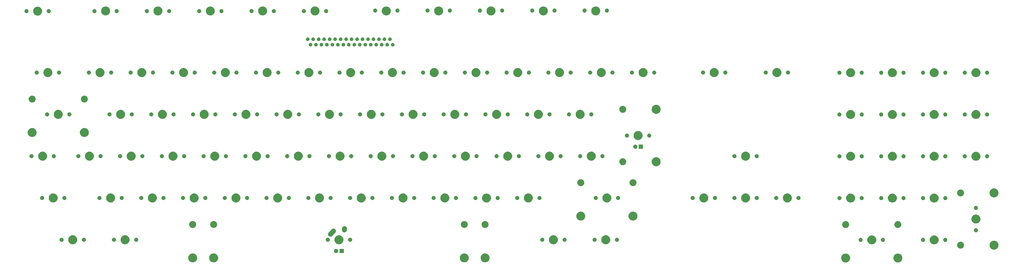
<source format=gbr>
G04 #@! TF.GenerationSoftware,KiCad,Pcbnew,(5.1.0-0)*
G04 #@! TF.CreationDate,2019-04-14T21:30:17+10:00*
G04 #@! TF.ProjectId,A1200KB,41313230-304b-4422-9e6b-696361645f70,rev?*
G04 #@! TF.SameCoordinates,Original*
G04 #@! TF.FileFunction,Soldermask,Top*
G04 #@! TF.FilePolarity,Negative*
%FSLAX46Y46*%
G04 Gerber Fmt 4.6, Leading zero omitted, Abs format (unit mm)*
G04 Created by KiCad (PCBNEW (5.1.0-0)) date 2019-04-14 21:30:17*
%MOMM*%
%LPD*%
G04 APERTURE LIST*
%ADD10C,0.100000*%
G04 APERTURE END LIST*
D10*
G36*
X419880724Y-147640684D02*
G01*
X420098724Y-147730983D01*
X420252873Y-147794833D01*
X420587798Y-148018623D01*
X420872627Y-148303452D01*
X421096417Y-148638377D01*
X421096417Y-148638378D01*
X421250566Y-149010526D01*
X421329150Y-149405594D01*
X421329150Y-149808406D01*
X421250566Y-150203474D01*
X421160267Y-150421474D01*
X421096417Y-150575623D01*
X420872627Y-150910548D01*
X420587798Y-151195377D01*
X420252873Y-151419167D01*
X420098724Y-151483017D01*
X419880724Y-151573316D01*
X419485656Y-151651900D01*
X419082844Y-151651900D01*
X418687776Y-151573316D01*
X418469776Y-151483017D01*
X418315627Y-151419167D01*
X417980702Y-151195377D01*
X417695873Y-150910548D01*
X417472083Y-150575623D01*
X417408233Y-150421474D01*
X417317934Y-150203474D01*
X417239350Y-149808406D01*
X417239350Y-149405594D01*
X417317934Y-149010526D01*
X417472083Y-148638378D01*
X417472083Y-148638377D01*
X417695873Y-148303452D01*
X417980702Y-148018623D01*
X418315627Y-147794833D01*
X418469776Y-147730983D01*
X418687776Y-147640684D01*
X419082844Y-147562100D01*
X419485656Y-147562100D01*
X419880724Y-147640684D01*
X419880724Y-147640684D01*
G37*
G36*
X396068224Y-147640684D02*
G01*
X396286224Y-147730983D01*
X396440373Y-147794833D01*
X396775298Y-148018623D01*
X397060127Y-148303452D01*
X397283917Y-148638377D01*
X397283917Y-148638378D01*
X397438066Y-149010526D01*
X397516650Y-149405594D01*
X397516650Y-149808406D01*
X397438066Y-150203474D01*
X397347767Y-150421474D01*
X397283917Y-150575623D01*
X397060127Y-150910548D01*
X396775298Y-151195377D01*
X396440373Y-151419167D01*
X396286224Y-151483017D01*
X396068224Y-151573316D01*
X395673156Y-151651900D01*
X395270344Y-151651900D01*
X394875276Y-151573316D01*
X394657276Y-151483017D01*
X394503127Y-151419167D01*
X394168202Y-151195377D01*
X393883373Y-150910548D01*
X393659583Y-150575623D01*
X393595733Y-150421474D01*
X393505434Y-150203474D01*
X393426850Y-149808406D01*
X393426850Y-149405594D01*
X393505434Y-149010526D01*
X393659583Y-148638378D01*
X393659583Y-148638377D01*
X393883373Y-148303452D01*
X394168202Y-148018623D01*
X394503127Y-147794833D01*
X394657276Y-147730983D01*
X394875276Y-147640684D01*
X395270344Y-147562100D01*
X395673156Y-147562100D01*
X396068224Y-147640684D01*
X396068224Y-147640684D01*
G37*
G36*
X231651474Y-147598684D02*
G01*
X231869474Y-147688983D01*
X232023623Y-147752833D01*
X232358548Y-147976623D01*
X232643377Y-148261452D01*
X232867167Y-148596377D01*
X232867167Y-148596378D01*
X233021316Y-148968526D01*
X233099900Y-149363594D01*
X233099900Y-149766406D01*
X233021316Y-150161474D01*
X232931017Y-150379474D01*
X232867167Y-150533623D01*
X232643377Y-150868548D01*
X232358548Y-151153377D01*
X232023623Y-151377167D01*
X231869474Y-151441017D01*
X231651474Y-151531316D01*
X231256406Y-151609900D01*
X230853594Y-151609900D01*
X230458526Y-151531316D01*
X230240526Y-151441017D01*
X230086377Y-151377167D01*
X229751452Y-151153377D01*
X229466623Y-150868548D01*
X229242833Y-150533623D01*
X229178983Y-150379474D01*
X229088684Y-150161474D01*
X229010100Y-149766406D01*
X229010100Y-149363594D01*
X229088684Y-148968526D01*
X229242833Y-148596378D01*
X229242833Y-148596377D01*
X229466623Y-148261452D01*
X229751452Y-147976623D01*
X230086377Y-147752833D01*
X230240526Y-147688983D01*
X230458526Y-147598684D01*
X230853594Y-147520100D01*
X231256406Y-147520100D01*
X231651474Y-147598684D01*
X231651474Y-147598684D01*
G37*
G36*
X98301474Y-147598684D02*
G01*
X98519474Y-147688983D01*
X98673623Y-147752833D01*
X99008548Y-147976623D01*
X99293377Y-148261452D01*
X99517167Y-148596377D01*
X99517167Y-148596378D01*
X99671316Y-148968526D01*
X99749900Y-149363594D01*
X99749900Y-149766406D01*
X99671316Y-150161474D01*
X99581017Y-150379474D01*
X99517167Y-150533623D01*
X99293377Y-150868548D01*
X99008548Y-151153377D01*
X98673623Y-151377167D01*
X98519474Y-151441017D01*
X98301474Y-151531316D01*
X97906406Y-151609900D01*
X97503594Y-151609900D01*
X97108526Y-151531316D01*
X96890526Y-151441017D01*
X96736377Y-151377167D01*
X96401452Y-151153377D01*
X96116623Y-150868548D01*
X95892833Y-150533623D01*
X95828983Y-150379474D01*
X95738684Y-150161474D01*
X95660100Y-149766406D01*
X95660100Y-149363594D01*
X95738684Y-148968526D01*
X95892833Y-148596378D01*
X95892833Y-148596377D01*
X96116623Y-148261452D01*
X96401452Y-147976623D01*
X96736377Y-147752833D01*
X96890526Y-147688983D01*
X97108526Y-147598684D01*
X97503594Y-147520100D01*
X97906406Y-147520100D01*
X98301474Y-147598684D01*
X98301474Y-147598684D01*
G37*
G36*
X222162474Y-147586684D02*
G01*
X222380474Y-147676983D01*
X222534623Y-147740833D01*
X222869548Y-147964623D01*
X223154377Y-148249452D01*
X223378167Y-148584377D01*
X223383138Y-148596378D01*
X223532316Y-148956526D01*
X223610900Y-149351594D01*
X223610900Y-149754406D01*
X223532316Y-150149474D01*
X223509948Y-150203474D01*
X223378167Y-150521623D01*
X223154377Y-150856548D01*
X222869548Y-151141377D01*
X222534623Y-151365167D01*
X222404255Y-151419167D01*
X222162474Y-151519316D01*
X221767406Y-151597900D01*
X221364594Y-151597900D01*
X220969526Y-151519316D01*
X220727745Y-151419167D01*
X220597377Y-151365167D01*
X220262452Y-151141377D01*
X219977623Y-150856548D01*
X219753833Y-150521623D01*
X219622052Y-150203474D01*
X219599684Y-150149474D01*
X219521100Y-149754406D01*
X219521100Y-149351594D01*
X219599684Y-148956526D01*
X219748862Y-148596378D01*
X219753833Y-148584377D01*
X219977623Y-148249452D01*
X220262452Y-147964623D01*
X220597377Y-147740833D01*
X220751526Y-147676983D01*
X220969526Y-147586684D01*
X221364594Y-147508100D01*
X221767406Y-147508100D01*
X222162474Y-147586684D01*
X222162474Y-147586684D01*
G37*
G36*
X107862474Y-147586684D02*
G01*
X108080474Y-147676983D01*
X108234623Y-147740833D01*
X108569548Y-147964623D01*
X108854377Y-148249452D01*
X109078167Y-148584377D01*
X109083138Y-148596378D01*
X109232316Y-148956526D01*
X109310900Y-149351594D01*
X109310900Y-149754406D01*
X109232316Y-150149474D01*
X109209948Y-150203474D01*
X109078167Y-150521623D01*
X108854377Y-150856548D01*
X108569548Y-151141377D01*
X108234623Y-151365167D01*
X108104255Y-151419167D01*
X107862474Y-151519316D01*
X107467406Y-151597900D01*
X107064594Y-151597900D01*
X106669526Y-151519316D01*
X106427745Y-151419167D01*
X106297377Y-151365167D01*
X105962452Y-151141377D01*
X105677623Y-150856548D01*
X105453833Y-150521623D01*
X105322052Y-150203474D01*
X105299684Y-150149474D01*
X105221100Y-149754406D01*
X105221100Y-149351594D01*
X105299684Y-148956526D01*
X105448862Y-148596378D01*
X105453833Y-148584377D01*
X105677623Y-148249452D01*
X105962452Y-147964623D01*
X106297377Y-147740833D01*
X106451526Y-147676983D01*
X106669526Y-147586684D01*
X107064594Y-147508100D01*
X107467406Y-147508100D01*
X107862474Y-147586684D01*
X107862474Y-147586684D01*
G37*
G36*
X166602500Y-147342500D02*
G01*
X164697500Y-147342500D01*
X164697500Y-145437500D01*
X166602500Y-145437500D01*
X166602500Y-147342500D01*
X166602500Y-147342500D01*
G37*
G36*
X163387834Y-145474103D02*
G01*
X163561176Y-145545904D01*
X163561178Y-145545905D01*
X163717184Y-145650145D01*
X163849855Y-145782816D01*
X163849856Y-145782818D01*
X163954096Y-145938824D01*
X164025897Y-146112166D01*
X164062500Y-146296186D01*
X164062500Y-146483814D01*
X164025897Y-146667834D01*
X163954096Y-146841176D01*
X163954095Y-146841178D01*
X163849855Y-146997184D01*
X163717184Y-147129855D01*
X163561178Y-147234095D01*
X163561177Y-147234096D01*
X163561176Y-147234096D01*
X163387834Y-147305897D01*
X163203814Y-147342500D01*
X163016186Y-147342500D01*
X162832166Y-147305897D01*
X162658824Y-147234096D01*
X162658823Y-147234096D01*
X162658822Y-147234095D01*
X162502816Y-147129855D01*
X162370145Y-146997184D01*
X162265905Y-146841178D01*
X162265904Y-146841176D01*
X162194103Y-146667834D01*
X162157500Y-146483814D01*
X162157500Y-146296186D01*
X162194103Y-146112166D01*
X162265904Y-145938824D01*
X162370144Y-145782818D01*
X162370145Y-145782816D01*
X162502816Y-145650145D01*
X162658822Y-145545905D01*
X162658824Y-145545904D01*
X162832166Y-145474103D01*
X163016186Y-145437500D01*
X163203814Y-145437500D01*
X163387834Y-145474103D01*
X163387834Y-145474103D01*
G37*
G36*
X463727474Y-141793934D02*
G01*
X463945474Y-141884233D01*
X464099623Y-141948083D01*
X464434548Y-142171873D01*
X464719377Y-142456702D01*
X464943167Y-142791627D01*
X464987384Y-142898377D01*
X465097316Y-143163776D01*
X465175900Y-143558844D01*
X465175900Y-143961656D01*
X465097316Y-144356724D01*
X465035363Y-144506291D01*
X464943167Y-144728873D01*
X464719377Y-145063798D01*
X464434548Y-145348627D01*
X464099623Y-145572417D01*
X463945474Y-145636267D01*
X463727474Y-145726566D01*
X463332406Y-145805150D01*
X462929594Y-145805150D01*
X462534526Y-145726566D01*
X462316526Y-145636267D01*
X462162377Y-145572417D01*
X461827452Y-145348627D01*
X461542623Y-145063798D01*
X461318833Y-144728873D01*
X461226637Y-144506291D01*
X461164684Y-144356724D01*
X461086100Y-143961656D01*
X461086100Y-143558844D01*
X461164684Y-143163776D01*
X461274616Y-142898377D01*
X461318833Y-142791627D01*
X461542623Y-142456702D01*
X461827452Y-142171873D01*
X462162377Y-141948083D01*
X462316526Y-141884233D01*
X462534526Y-141793934D01*
X462929594Y-141715350D01*
X463332406Y-141715350D01*
X463727474Y-141793934D01*
X463727474Y-141793934D01*
G37*
G36*
X448198267Y-142215513D02*
G01*
X448350411Y-142245776D01*
X448428206Y-142278000D01*
X448637041Y-142364502D01*
X448637042Y-142364503D01*
X448895004Y-142536867D01*
X449114383Y-142756246D01*
X449229553Y-142928611D01*
X449286748Y-143014209D01*
X449326495Y-143110167D01*
X449395316Y-143276315D01*
X449405474Y-143300840D01*
X449466000Y-143605125D01*
X449466000Y-143915375D01*
X449405474Y-144219660D01*
X449286748Y-144506291D01*
X449286747Y-144506292D01*
X449114383Y-144764254D01*
X448895004Y-144983633D01*
X448775028Y-145063798D01*
X448637041Y-145155998D01*
X448469137Y-145225546D01*
X448350411Y-145274724D01*
X448046125Y-145335250D01*
X447735875Y-145335250D01*
X447583733Y-145304987D01*
X447431589Y-145274724D01*
X447312863Y-145225546D01*
X447144959Y-145155998D01*
X447006972Y-145063798D01*
X446886996Y-144983633D01*
X446667617Y-144764254D01*
X446495253Y-144506292D01*
X446495252Y-144506291D01*
X446376526Y-144219660D01*
X446316000Y-143915375D01*
X446316000Y-143605125D01*
X446376526Y-143300840D01*
X446386685Y-143276315D01*
X446455505Y-143110167D01*
X446495252Y-143014209D01*
X446552447Y-142928611D01*
X446667617Y-142756246D01*
X446886996Y-142536867D01*
X447144958Y-142364503D01*
X447144959Y-142364502D01*
X447353794Y-142278000D01*
X447431589Y-142245776D01*
X447583733Y-142215513D01*
X447735875Y-142185250D01*
X448046125Y-142185250D01*
X448198267Y-142215513D01*
X448198267Y-142215513D01*
G37*
G36*
X407974474Y-139385684D02*
G01*
X408120980Y-139446369D01*
X408346623Y-139539833D01*
X408681548Y-139763623D01*
X408966377Y-140048452D01*
X409190167Y-140383377D01*
X409222562Y-140461586D01*
X409344316Y-140755526D01*
X409422900Y-141150594D01*
X409422900Y-141553406D01*
X409344316Y-141948474D01*
X409293451Y-142071272D01*
X409190167Y-142320623D01*
X408966377Y-142655548D01*
X408681548Y-142940377D01*
X408346623Y-143164167D01*
X408192474Y-143228017D01*
X407974474Y-143318316D01*
X407579406Y-143396900D01*
X407176594Y-143396900D01*
X406781526Y-143318316D01*
X406563526Y-143228017D01*
X406409377Y-143164167D01*
X406074452Y-142940377D01*
X405789623Y-142655548D01*
X405565833Y-142320623D01*
X405462549Y-142071272D01*
X405411684Y-141948474D01*
X405333100Y-141553406D01*
X405333100Y-141150594D01*
X405411684Y-140755526D01*
X405533438Y-140461586D01*
X405565833Y-140383377D01*
X405789623Y-140048452D01*
X406074452Y-139763623D01*
X406409377Y-139539833D01*
X406635020Y-139446369D01*
X406781526Y-139385684D01*
X407176594Y-139307100D01*
X407579406Y-139307100D01*
X407974474Y-139385684D01*
X407974474Y-139385684D01*
G37*
G36*
X436422474Y-139385684D02*
G01*
X436568980Y-139446369D01*
X436794623Y-139539833D01*
X437129548Y-139763623D01*
X437414377Y-140048452D01*
X437638167Y-140383377D01*
X437670562Y-140461586D01*
X437792316Y-140755526D01*
X437870900Y-141150594D01*
X437870900Y-141553406D01*
X437792316Y-141948474D01*
X437741451Y-142071272D01*
X437638167Y-142320623D01*
X437414377Y-142655548D01*
X437129548Y-142940377D01*
X436794623Y-143164167D01*
X436640474Y-143228017D01*
X436422474Y-143318316D01*
X436027406Y-143396900D01*
X435624594Y-143396900D01*
X435229526Y-143318316D01*
X435011526Y-143228017D01*
X434857377Y-143164167D01*
X434522452Y-142940377D01*
X434237623Y-142655548D01*
X434013833Y-142320623D01*
X433910549Y-142071272D01*
X433859684Y-141948474D01*
X433781100Y-141553406D01*
X433781100Y-141150594D01*
X433859684Y-140755526D01*
X433981438Y-140461586D01*
X434013833Y-140383377D01*
X434237623Y-140048452D01*
X434522452Y-139763623D01*
X434857377Y-139539833D01*
X435083020Y-139446369D01*
X435229526Y-139385684D01*
X435624594Y-139307100D01*
X436027406Y-139307100D01*
X436422474Y-139385684D01*
X436422474Y-139385684D01*
G37*
G36*
X165012474Y-139331684D02*
G01*
X165230474Y-139421983D01*
X165384623Y-139485833D01*
X165719548Y-139709623D01*
X166004377Y-139994452D01*
X166228167Y-140329377D01*
X166268189Y-140426000D01*
X166382316Y-140701526D01*
X166460900Y-141096594D01*
X166460900Y-141499406D01*
X166382316Y-141894474D01*
X166331451Y-142017272D01*
X166228167Y-142266623D01*
X166004377Y-142601548D01*
X165719548Y-142886377D01*
X165384623Y-143110167D01*
X165255201Y-143163775D01*
X165012474Y-143264316D01*
X165011027Y-143264604D01*
X164987575Y-143271717D01*
X164976475Y-143276315D01*
X164976474Y-143276315D01*
X164976472Y-143276316D01*
X164581406Y-143354900D01*
X164178594Y-143354900D01*
X163783526Y-143276316D01*
X163565526Y-143186017D01*
X163411377Y-143122167D01*
X163076452Y-142898377D01*
X162791623Y-142613548D01*
X162567833Y-142278623D01*
X162464549Y-142029272D01*
X162413684Y-141906474D01*
X162335100Y-141511406D01*
X162335100Y-141108594D01*
X162413684Y-140713526D01*
X162518041Y-140461586D01*
X162567833Y-140341377D01*
X162791623Y-140006452D01*
X163076452Y-139721623D01*
X163411377Y-139497833D01*
X163565526Y-139433983D01*
X163783526Y-139343684D01*
X163784973Y-139343396D01*
X163808424Y-139336283D01*
X163812877Y-139334439D01*
X163819525Y-139331685D01*
X163819526Y-139331685D01*
X163819528Y-139331684D01*
X164214594Y-139253100D01*
X164617406Y-139253100D01*
X165012474Y-139331684D01*
X165012474Y-139331684D01*
G37*
G36*
X286678474Y-139331684D02*
G01*
X286896474Y-139421983D01*
X287050623Y-139485833D01*
X287385548Y-139709623D01*
X287670377Y-139994452D01*
X287894167Y-140329377D01*
X287934189Y-140426000D01*
X288048316Y-140701526D01*
X288126900Y-141096594D01*
X288126900Y-141499406D01*
X288048316Y-141894474D01*
X287997451Y-142017272D01*
X287894167Y-142266623D01*
X287670377Y-142601548D01*
X287385548Y-142886377D01*
X287050623Y-143110167D01*
X286921201Y-143163775D01*
X286678474Y-143264316D01*
X286283406Y-143342900D01*
X285880594Y-143342900D01*
X285485526Y-143264316D01*
X285242799Y-143163775D01*
X285113377Y-143110167D01*
X284778452Y-142886377D01*
X284493623Y-142601548D01*
X284269833Y-142266623D01*
X284166549Y-142017272D01*
X284115684Y-141894474D01*
X284037100Y-141499406D01*
X284037100Y-141096594D01*
X284115684Y-140701526D01*
X284229811Y-140426000D01*
X284269833Y-140329377D01*
X284493623Y-139994452D01*
X284778452Y-139709623D01*
X285113377Y-139485833D01*
X285267526Y-139421983D01*
X285485526Y-139331684D01*
X285880594Y-139253100D01*
X286283406Y-139253100D01*
X286678474Y-139331684D01*
X286678474Y-139331684D01*
G37*
G36*
X67476474Y-139331684D02*
G01*
X67694474Y-139421983D01*
X67848623Y-139485833D01*
X68183548Y-139709623D01*
X68468377Y-139994452D01*
X68692167Y-140329377D01*
X68732189Y-140426000D01*
X68846316Y-140701526D01*
X68924900Y-141096594D01*
X68924900Y-141499406D01*
X68846316Y-141894474D01*
X68795451Y-142017272D01*
X68692167Y-142266623D01*
X68468377Y-142601548D01*
X68183548Y-142886377D01*
X67848623Y-143110167D01*
X67719201Y-143163775D01*
X67476474Y-143264316D01*
X67081406Y-143342900D01*
X66678594Y-143342900D01*
X66283526Y-143264316D01*
X66040799Y-143163775D01*
X65911377Y-143110167D01*
X65576452Y-142886377D01*
X65291623Y-142601548D01*
X65067833Y-142266623D01*
X64964549Y-142017272D01*
X64913684Y-141894474D01*
X64835100Y-141499406D01*
X64835100Y-141096594D01*
X64913684Y-140701526D01*
X65027811Y-140426000D01*
X65067833Y-140329377D01*
X65291623Y-139994452D01*
X65576452Y-139709623D01*
X65911377Y-139485833D01*
X66065526Y-139421983D01*
X66283526Y-139331684D01*
X66678594Y-139253100D01*
X67081406Y-139253100D01*
X67476474Y-139331684D01*
X67476474Y-139331684D01*
G37*
G36*
X43600474Y-139331684D02*
G01*
X43818474Y-139421983D01*
X43972623Y-139485833D01*
X44307548Y-139709623D01*
X44592377Y-139994452D01*
X44816167Y-140329377D01*
X44856189Y-140426000D01*
X44970316Y-140701526D01*
X45048900Y-141096594D01*
X45048900Y-141499406D01*
X44970316Y-141894474D01*
X44919451Y-142017272D01*
X44816167Y-142266623D01*
X44592377Y-142601548D01*
X44307548Y-142886377D01*
X43972623Y-143110167D01*
X43843201Y-143163775D01*
X43600474Y-143264316D01*
X43205406Y-143342900D01*
X42802594Y-143342900D01*
X42407526Y-143264316D01*
X42164799Y-143163775D01*
X42035377Y-143110167D01*
X41700452Y-142886377D01*
X41415623Y-142601548D01*
X41191833Y-142266623D01*
X41088549Y-142017272D01*
X41037684Y-141894474D01*
X40959100Y-141499406D01*
X40959100Y-141096594D01*
X41037684Y-140701526D01*
X41151811Y-140426000D01*
X41191833Y-140329377D01*
X41415623Y-139994452D01*
X41700452Y-139709623D01*
X42035377Y-139485833D01*
X42189526Y-139421983D01*
X42407526Y-139331684D01*
X42802594Y-139253100D01*
X43205406Y-139253100D01*
X43600474Y-139331684D01*
X43600474Y-139331684D01*
G37*
G36*
X262802474Y-139331684D02*
G01*
X263020474Y-139421983D01*
X263174623Y-139485833D01*
X263509548Y-139709623D01*
X263794377Y-139994452D01*
X264018167Y-140329377D01*
X264058189Y-140426000D01*
X264172316Y-140701526D01*
X264250900Y-141096594D01*
X264250900Y-141499406D01*
X264172316Y-141894474D01*
X264121451Y-142017272D01*
X264018167Y-142266623D01*
X263794377Y-142601548D01*
X263509548Y-142886377D01*
X263174623Y-143110167D01*
X263045201Y-143163775D01*
X262802474Y-143264316D01*
X262407406Y-143342900D01*
X262004594Y-143342900D01*
X261609526Y-143264316D01*
X261366799Y-143163775D01*
X261237377Y-143110167D01*
X260902452Y-142886377D01*
X260617623Y-142601548D01*
X260393833Y-142266623D01*
X260290549Y-142017272D01*
X260239684Y-141894474D01*
X260161100Y-141499406D01*
X260161100Y-141096594D01*
X260239684Y-140701526D01*
X260353811Y-140426000D01*
X260393833Y-140329377D01*
X260617623Y-139994452D01*
X260902452Y-139709623D01*
X261237377Y-139485833D01*
X261391526Y-139421983D01*
X261609526Y-139331684D01*
X262004594Y-139253100D01*
X262407406Y-139253100D01*
X262802474Y-139331684D01*
X262802474Y-139331684D01*
G37*
G36*
X402568104Y-140461585D02*
G01*
X402736626Y-140531389D01*
X402888291Y-140632728D01*
X403017272Y-140761709D01*
X403118611Y-140913374D01*
X403188415Y-141081896D01*
X403224000Y-141260797D01*
X403224000Y-141443203D01*
X403188415Y-141622104D01*
X403118611Y-141790626D01*
X403017272Y-141942291D01*
X402888291Y-142071272D01*
X402736626Y-142172611D01*
X402568104Y-142242415D01*
X402389203Y-142278000D01*
X402206797Y-142278000D01*
X402027896Y-142242415D01*
X401859374Y-142172611D01*
X401707709Y-142071272D01*
X401578728Y-141942291D01*
X401477389Y-141790626D01*
X401407585Y-141622104D01*
X401372000Y-141443203D01*
X401372000Y-141260797D01*
X401407585Y-141081896D01*
X401477389Y-140913374D01*
X401578728Y-140761709D01*
X401707709Y-140632728D01*
X401859374Y-140531389D01*
X402027896Y-140461585D01*
X402206797Y-140426000D01*
X402389203Y-140426000D01*
X402568104Y-140461585D01*
X402568104Y-140461585D01*
G37*
G36*
X412728104Y-140461585D02*
G01*
X412896626Y-140531389D01*
X413048291Y-140632728D01*
X413177272Y-140761709D01*
X413278611Y-140913374D01*
X413348415Y-141081896D01*
X413384000Y-141260797D01*
X413384000Y-141443203D01*
X413348415Y-141622104D01*
X413278611Y-141790626D01*
X413177272Y-141942291D01*
X413048291Y-142071272D01*
X412896626Y-142172611D01*
X412728104Y-142242415D01*
X412549203Y-142278000D01*
X412366797Y-142278000D01*
X412187896Y-142242415D01*
X412019374Y-142172611D01*
X411867709Y-142071272D01*
X411738728Y-141942291D01*
X411637389Y-141790626D01*
X411567585Y-141622104D01*
X411532000Y-141443203D01*
X411532000Y-141260797D01*
X411567585Y-141081896D01*
X411637389Y-140913374D01*
X411738728Y-140761709D01*
X411867709Y-140632728D01*
X412019374Y-140531389D01*
X412187896Y-140461585D01*
X412366797Y-140426000D01*
X412549203Y-140426000D01*
X412728104Y-140461585D01*
X412728104Y-140461585D01*
G37*
G36*
X441176104Y-140461585D02*
G01*
X441344626Y-140531389D01*
X441496291Y-140632728D01*
X441625272Y-140761709D01*
X441726611Y-140913374D01*
X441796415Y-141081896D01*
X441832000Y-141260797D01*
X441832000Y-141443203D01*
X441796415Y-141622104D01*
X441726611Y-141790626D01*
X441625272Y-141942291D01*
X441496291Y-142071272D01*
X441344626Y-142172611D01*
X441176104Y-142242415D01*
X440997203Y-142278000D01*
X440814797Y-142278000D01*
X440635896Y-142242415D01*
X440467374Y-142172611D01*
X440315709Y-142071272D01*
X440186728Y-141942291D01*
X440085389Y-141790626D01*
X440015585Y-141622104D01*
X439980000Y-141443203D01*
X439980000Y-141260797D01*
X440015585Y-141081896D01*
X440085389Y-140913374D01*
X440186728Y-140761709D01*
X440315709Y-140632728D01*
X440467374Y-140531389D01*
X440635896Y-140461585D01*
X440814797Y-140426000D01*
X440997203Y-140426000D01*
X441176104Y-140461585D01*
X441176104Y-140461585D01*
G37*
G36*
X431016104Y-140461585D02*
G01*
X431184626Y-140531389D01*
X431336291Y-140632728D01*
X431465272Y-140761709D01*
X431566611Y-140913374D01*
X431636415Y-141081896D01*
X431672000Y-141260797D01*
X431672000Y-141443203D01*
X431636415Y-141622104D01*
X431566611Y-141790626D01*
X431465272Y-141942291D01*
X431336291Y-142071272D01*
X431184626Y-142172611D01*
X431016104Y-142242415D01*
X430837203Y-142278000D01*
X430654797Y-142278000D01*
X430475896Y-142242415D01*
X430307374Y-142172611D01*
X430155709Y-142071272D01*
X430026728Y-141942291D01*
X429925389Y-141790626D01*
X429855585Y-141622104D01*
X429820000Y-141443203D01*
X429820000Y-141260797D01*
X429855585Y-141081896D01*
X429925389Y-140913374D01*
X430026728Y-140761709D01*
X430155709Y-140632728D01*
X430307374Y-140531389D01*
X430475896Y-140461585D01*
X430654797Y-140426000D01*
X430837203Y-140426000D01*
X431016104Y-140461585D01*
X431016104Y-140461585D01*
G37*
G36*
X169766104Y-140407585D02*
G01*
X169934626Y-140477389D01*
X170086291Y-140578728D01*
X170215272Y-140707709D01*
X170316611Y-140859374D01*
X170386415Y-141027896D01*
X170422000Y-141206797D01*
X170422000Y-141389203D01*
X170386415Y-141568104D01*
X170316611Y-141736626D01*
X170215272Y-141888291D01*
X170086291Y-142017272D01*
X169934626Y-142118611D01*
X169766104Y-142188415D01*
X169764646Y-142188705D01*
X169741221Y-142195810D01*
X169730104Y-142200415D01*
X169551203Y-142236000D01*
X169368797Y-142236000D01*
X169189896Y-142200415D01*
X169021374Y-142130611D01*
X168869709Y-142029272D01*
X168740728Y-141900291D01*
X168639389Y-141748626D01*
X168569585Y-141580104D01*
X168534000Y-141401203D01*
X168534000Y-141218797D01*
X168569585Y-141039896D01*
X168639389Y-140871374D01*
X168740728Y-140719709D01*
X168869709Y-140590728D01*
X169021374Y-140489389D01*
X169189896Y-140419585D01*
X169191354Y-140419295D01*
X169214779Y-140412190D01*
X169225896Y-140407585D01*
X169404797Y-140372000D01*
X169587203Y-140372000D01*
X169766104Y-140407585D01*
X169766104Y-140407585D01*
G37*
G36*
X159606104Y-140407585D02*
G01*
X159774626Y-140477389D01*
X159926291Y-140578728D01*
X160055272Y-140707709D01*
X160156611Y-140859374D01*
X160226415Y-141027896D01*
X160262000Y-141206797D01*
X160262000Y-141389203D01*
X160226415Y-141568104D01*
X160156611Y-141736626D01*
X160055272Y-141888291D01*
X159926291Y-142017272D01*
X159774626Y-142118611D01*
X159606104Y-142188415D01*
X159604646Y-142188705D01*
X159581221Y-142195810D01*
X159570104Y-142200415D01*
X159391203Y-142236000D01*
X159208797Y-142236000D01*
X159029896Y-142200415D01*
X158861374Y-142130611D01*
X158709709Y-142029272D01*
X158580728Y-141900291D01*
X158479389Y-141748626D01*
X158409585Y-141580104D01*
X158374000Y-141401203D01*
X158374000Y-141218797D01*
X158409585Y-141039896D01*
X158479389Y-140871374D01*
X158580728Y-140719709D01*
X158709709Y-140590728D01*
X158861374Y-140489389D01*
X159029896Y-140419585D01*
X159031354Y-140419295D01*
X159054779Y-140412190D01*
X159065896Y-140407585D01*
X159244797Y-140372000D01*
X159427203Y-140372000D01*
X159606104Y-140407585D01*
X159606104Y-140407585D01*
G37*
G36*
X291432104Y-140407585D02*
G01*
X291600626Y-140477389D01*
X291752291Y-140578728D01*
X291881272Y-140707709D01*
X291982611Y-140859374D01*
X292052415Y-141027896D01*
X292088000Y-141206797D01*
X292088000Y-141389203D01*
X292052415Y-141568104D01*
X291982611Y-141736626D01*
X291881272Y-141888291D01*
X291752291Y-142017272D01*
X291600626Y-142118611D01*
X291432104Y-142188415D01*
X291253203Y-142224000D01*
X291070797Y-142224000D01*
X290891896Y-142188415D01*
X290723374Y-142118611D01*
X290571709Y-142017272D01*
X290442728Y-141888291D01*
X290341389Y-141736626D01*
X290271585Y-141568104D01*
X290236000Y-141389203D01*
X290236000Y-141206797D01*
X290271585Y-141027896D01*
X290341389Y-140859374D01*
X290442728Y-140707709D01*
X290571709Y-140578728D01*
X290723374Y-140477389D01*
X290891896Y-140407585D01*
X291070797Y-140372000D01*
X291253203Y-140372000D01*
X291432104Y-140407585D01*
X291432104Y-140407585D01*
G37*
G36*
X281272104Y-140407585D02*
G01*
X281440626Y-140477389D01*
X281592291Y-140578728D01*
X281721272Y-140707709D01*
X281822611Y-140859374D01*
X281892415Y-141027896D01*
X281928000Y-141206797D01*
X281928000Y-141389203D01*
X281892415Y-141568104D01*
X281822611Y-141736626D01*
X281721272Y-141888291D01*
X281592291Y-142017272D01*
X281440626Y-142118611D01*
X281272104Y-142188415D01*
X281093203Y-142224000D01*
X280910797Y-142224000D01*
X280731896Y-142188415D01*
X280563374Y-142118611D01*
X280411709Y-142017272D01*
X280282728Y-141888291D01*
X280181389Y-141736626D01*
X280111585Y-141568104D01*
X280076000Y-141389203D01*
X280076000Y-141206797D01*
X280111585Y-141027896D01*
X280181389Y-140859374D01*
X280282728Y-140707709D01*
X280411709Y-140578728D01*
X280563374Y-140477389D01*
X280731896Y-140407585D01*
X280910797Y-140372000D01*
X281093203Y-140372000D01*
X281272104Y-140407585D01*
X281272104Y-140407585D01*
G37*
G36*
X267556104Y-140407585D02*
G01*
X267724626Y-140477389D01*
X267876291Y-140578728D01*
X268005272Y-140707709D01*
X268106611Y-140859374D01*
X268176415Y-141027896D01*
X268212000Y-141206797D01*
X268212000Y-141389203D01*
X268176415Y-141568104D01*
X268106611Y-141736626D01*
X268005272Y-141888291D01*
X267876291Y-142017272D01*
X267724626Y-142118611D01*
X267556104Y-142188415D01*
X267377203Y-142224000D01*
X267194797Y-142224000D01*
X267015896Y-142188415D01*
X266847374Y-142118611D01*
X266695709Y-142017272D01*
X266566728Y-141888291D01*
X266465389Y-141736626D01*
X266395585Y-141568104D01*
X266360000Y-141389203D01*
X266360000Y-141206797D01*
X266395585Y-141027896D01*
X266465389Y-140859374D01*
X266566728Y-140707709D01*
X266695709Y-140578728D01*
X266847374Y-140477389D01*
X267015896Y-140407585D01*
X267194797Y-140372000D01*
X267377203Y-140372000D01*
X267556104Y-140407585D01*
X267556104Y-140407585D01*
G37*
G36*
X257396104Y-140407585D02*
G01*
X257564626Y-140477389D01*
X257716291Y-140578728D01*
X257845272Y-140707709D01*
X257946611Y-140859374D01*
X258016415Y-141027896D01*
X258052000Y-141206797D01*
X258052000Y-141389203D01*
X258016415Y-141568104D01*
X257946611Y-141736626D01*
X257845272Y-141888291D01*
X257716291Y-142017272D01*
X257564626Y-142118611D01*
X257396104Y-142188415D01*
X257217203Y-142224000D01*
X257034797Y-142224000D01*
X256855896Y-142188415D01*
X256687374Y-142118611D01*
X256535709Y-142017272D01*
X256406728Y-141888291D01*
X256305389Y-141736626D01*
X256235585Y-141568104D01*
X256200000Y-141389203D01*
X256200000Y-141206797D01*
X256235585Y-141027896D01*
X256305389Y-140859374D01*
X256406728Y-140707709D01*
X256535709Y-140578728D01*
X256687374Y-140477389D01*
X256855896Y-140407585D01*
X257034797Y-140372000D01*
X257217203Y-140372000D01*
X257396104Y-140407585D01*
X257396104Y-140407585D01*
G37*
G36*
X72230104Y-140407585D02*
G01*
X72398626Y-140477389D01*
X72550291Y-140578728D01*
X72679272Y-140707709D01*
X72780611Y-140859374D01*
X72850415Y-141027896D01*
X72886000Y-141206797D01*
X72886000Y-141389203D01*
X72850415Y-141568104D01*
X72780611Y-141736626D01*
X72679272Y-141888291D01*
X72550291Y-142017272D01*
X72398626Y-142118611D01*
X72230104Y-142188415D01*
X72051203Y-142224000D01*
X71868797Y-142224000D01*
X71689896Y-142188415D01*
X71521374Y-142118611D01*
X71369709Y-142017272D01*
X71240728Y-141888291D01*
X71139389Y-141736626D01*
X71069585Y-141568104D01*
X71034000Y-141389203D01*
X71034000Y-141206797D01*
X71069585Y-141027896D01*
X71139389Y-140859374D01*
X71240728Y-140707709D01*
X71369709Y-140578728D01*
X71521374Y-140477389D01*
X71689896Y-140407585D01*
X71868797Y-140372000D01*
X72051203Y-140372000D01*
X72230104Y-140407585D01*
X72230104Y-140407585D01*
G37*
G36*
X62070104Y-140407585D02*
G01*
X62238626Y-140477389D01*
X62390291Y-140578728D01*
X62519272Y-140707709D01*
X62620611Y-140859374D01*
X62690415Y-141027896D01*
X62726000Y-141206797D01*
X62726000Y-141389203D01*
X62690415Y-141568104D01*
X62620611Y-141736626D01*
X62519272Y-141888291D01*
X62390291Y-142017272D01*
X62238626Y-142118611D01*
X62070104Y-142188415D01*
X61891203Y-142224000D01*
X61708797Y-142224000D01*
X61529896Y-142188415D01*
X61361374Y-142118611D01*
X61209709Y-142017272D01*
X61080728Y-141888291D01*
X60979389Y-141736626D01*
X60909585Y-141568104D01*
X60874000Y-141389203D01*
X60874000Y-141206797D01*
X60909585Y-141027896D01*
X60979389Y-140859374D01*
X61080728Y-140707709D01*
X61209709Y-140578728D01*
X61361374Y-140477389D01*
X61529896Y-140407585D01*
X61708797Y-140372000D01*
X61891203Y-140372000D01*
X62070104Y-140407585D01*
X62070104Y-140407585D01*
G37*
G36*
X48354104Y-140407585D02*
G01*
X48522626Y-140477389D01*
X48674291Y-140578728D01*
X48803272Y-140707709D01*
X48904611Y-140859374D01*
X48974415Y-141027896D01*
X49010000Y-141206797D01*
X49010000Y-141389203D01*
X48974415Y-141568104D01*
X48904611Y-141736626D01*
X48803272Y-141888291D01*
X48674291Y-142017272D01*
X48522626Y-142118611D01*
X48354104Y-142188415D01*
X48175203Y-142224000D01*
X47992797Y-142224000D01*
X47813896Y-142188415D01*
X47645374Y-142118611D01*
X47493709Y-142017272D01*
X47364728Y-141888291D01*
X47263389Y-141736626D01*
X47193585Y-141568104D01*
X47158000Y-141389203D01*
X47158000Y-141206797D01*
X47193585Y-141027896D01*
X47263389Y-140859374D01*
X47364728Y-140707709D01*
X47493709Y-140578728D01*
X47645374Y-140477389D01*
X47813896Y-140407585D01*
X47992797Y-140372000D01*
X48175203Y-140372000D01*
X48354104Y-140407585D01*
X48354104Y-140407585D01*
G37*
G36*
X38194104Y-140407585D02*
G01*
X38362626Y-140477389D01*
X38514291Y-140578728D01*
X38643272Y-140707709D01*
X38744611Y-140859374D01*
X38814415Y-141027896D01*
X38850000Y-141206797D01*
X38850000Y-141389203D01*
X38814415Y-141568104D01*
X38744611Y-141736626D01*
X38643272Y-141888291D01*
X38514291Y-142017272D01*
X38362626Y-142118611D01*
X38194104Y-142188415D01*
X38015203Y-142224000D01*
X37832797Y-142224000D01*
X37653896Y-142188415D01*
X37485374Y-142118611D01*
X37333709Y-142017272D01*
X37204728Y-141888291D01*
X37103389Y-141736626D01*
X37033585Y-141568104D01*
X36998000Y-141389203D01*
X36998000Y-141206797D01*
X37033585Y-141027896D01*
X37103389Y-140859374D01*
X37204728Y-140707709D01*
X37333709Y-140578728D01*
X37485374Y-140477389D01*
X37653896Y-140407585D01*
X37832797Y-140372000D01*
X38015203Y-140372000D01*
X38194104Y-140407585D01*
X38194104Y-140407585D01*
G37*
G36*
X161855709Y-136184870D02*
G01*
X161861410Y-136185000D01*
X161990803Y-136185000D01*
X162021171Y-136191041D01*
X162039831Y-136193311D01*
X162044747Y-136193536D01*
X162087589Y-136204119D01*
X162093173Y-136205363D01*
X162208150Y-136228233D01*
X162233334Y-136238665D01*
X162251179Y-136244527D01*
X162259887Y-136246678D01*
X162311829Y-136271037D01*
X162317043Y-136273338D01*
X162412887Y-136313038D01*
X162432118Y-136325888D01*
X162448491Y-136335127D01*
X162460526Y-136340771D01*
X162518122Y-136383196D01*
X162522808Y-136386485D01*
X162597144Y-136436155D01*
X162610404Y-136449415D01*
X162624657Y-136461668D01*
X162638952Y-136472198D01*
X162696998Y-136535823D01*
X162700953Y-136539964D01*
X162753848Y-136592859D01*
X162761786Y-136604739D01*
X162773372Y-136619537D01*
X162788309Y-136635909D01*
X162805209Y-136663897D01*
X162840287Y-136721989D01*
X162843359Y-136726822D01*
X162876963Y-136777113D01*
X162880760Y-136786280D01*
X162889238Y-136803055D01*
X162902858Y-136825611D01*
X162941714Y-136933096D01*
X162943784Y-136938434D01*
X162949679Y-136952666D01*
X162961767Y-136981850D01*
X162962901Y-136987549D01*
X162967942Y-137005649D01*
X162978199Y-137034021D01*
X162997209Y-137159354D01*
X162998197Y-137164995D01*
X163005000Y-137199196D01*
X163005000Y-137201298D01*
X163006414Y-137220043D01*
X163011431Y-137253118D01*
X163008621Y-137314399D01*
X163005131Y-137390528D01*
X163005000Y-137396252D01*
X163005000Y-137421461D01*
X163002935Y-137438430D01*
X163001282Y-137474490D01*
X162966218Y-137616441D01*
X162964973Y-137622031D01*
X162961338Y-137640307D01*
X162957253Y-137652739D01*
X162948140Y-137689631D01*
X162948139Y-137689633D01*
X162883432Y-137827611D01*
X162881121Y-137832849D01*
X162875719Y-137845890D01*
X162870631Y-137854906D01*
X162854046Y-137890271D01*
X162819118Y-137937689D01*
X162761581Y-138015802D01*
X162758301Y-138020474D01*
X162753843Y-138027146D01*
X162744738Y-138036251D01*
X162740244Y-138040988D01*
X161369058Y-139563841D01*
X161263403Y-139660232D01*
X161246369Y-139675773D01*
X161137504Y-139741509D01*
X161056667Y-139790321D01*
X160848262Y-139865660D01*
X160848260Y-139865660D01*
X160848258Y-139865661D01*
X160629164Y-139898893D01*
X160629162Y-139898893D01*
X160407789Y-139888744D01*
X160192651Y-139835602D01*
X160192650Y-139835601D01*
X160192648Y-139835601D01*
X159992012Y-139741509D01*
X159965015Y-139721623D01*
X159813586Y-139610082D01*
X159664229Y-139446371D01*
X159664227Y-139446369D01*
X159549681Y-139256670D01*
X159549679Y-139256667D01*
X159474340Y-139048262D01*
X159441107Y-138829162D01*
X159451256Y-138607789D01*
X159504398Y-138392651D01*
X159504813Y-138391767D01*
X159598491Y-138192012D01*
X159696984Y-138058297D01*
X160970433Y-136643988D01*
X160981473Y-136629794D01*
X161006154Y-136592857D01*
X161162856Y-136436155D01*
X161195431Y-136414389D01*
X161203236Y-136408278D01*
X161214710Y-136401349D01*
X161219543Y-136398278D01*
X161265614Y-136367494D01*
X161347113Y-136313038D01*
X161347115Y-136313037D01*
X161382502Y-136298379D01*
X161393535Y-136292803D01*
X161409933Y-136286875D01*
X161415264Y-136284809D01*
X161551850Y-136228233D01*
X161587743Y-136221093D01*
X161603240Y-136216778D01*
X161626532Y-136213245D01*
X161632148Y-136212261D01*
X161769197Y-136185000D01*
X161803318Y-136185000D01*
X161822050Y-136183588D01*
X161823375Y-136183387D01*
X161855709Y-136184870D01*
X161855709Y-136184870D01*
G37*
G36*
X167004664Y-135103240D02*
G01*
X167025564Y-135105000D01*
X167030804Y-135105000D01*
X167120205Y-135122783D01*
X167123691Y-135123425D01*
X167217893Y-135139400D01*
X167223485Y-135141533D01*
X167243639Y-135147336D01*
X167248150Y-135148233D01*
X167328888Y-135181676D01*
X167332182Y-135182986D01*
X167424955Y-135218366D01*
X167430558Y-135221884D01*
X167449191Y-135231506D01*
X167452882Y-135233035D01*
X167452886Y-135233037D01*
X167452887Y-135233038D01*
X167476162Y-135248590D01*
X167522607Y-135279624D01*
X167525583Y-135281552D01*
X167612630Y-135336209D01*
X167617870Y-135341160D01*
X167634268Y-135354233D01*
X167637143Y-135356154D01*
X167694187Y-135413198D01*
X167696693Y-135415634D01*
X167773709Y-135488400D01*
X167778193Y-135494716D01*
X167791723Y-135510734D01*
X167793844Y-135512855D01*
X167837154Y-135577673D01*
X167839149Y-135580568D01*
X167902002Y-135669093D01*
X167905348Y-135676564D01*
X167915496Y-135694918D01*
X167916962Y-135697111D01*
X167945981Y-135767171D01*
X167947376Y-135770408D01*
X167992579Y-135871342D01*
X167992579Y-135871344D01*
X167994481Y-135879663D01*
X168000852Y-135899640D01*
X168001767Y-135901850D01*
X168009753Y-135942000D01*
X168016272Y-135974774D01*
X168017013Y-135978242D01*
X168041958Y-136087374D01*
X168042207Y-136096139D01*
X168044558Y-136116976D01*
X168045000Y-136119198D01*
X168045000Y-136192813D01*
X168045050Y-136196358D01*
X168046668Y-136253382D01*
X168045304Y-136272885D01*
X168045000Y-136281604D01*
X168045000Y-136340804D01*
X168039691Y-136367494D01*
X168037594Y-136383157D01*
X167998765Y-136938434D01*
X167998403Y-136943614D01*
X167970638Y-137107338D01*
X167891672Y-137314402D01*
X167773832Y-137502073D01*
X167660493Y-137622031D01*
X167621638Y-137663155D01*
X167564347Y-137703832D01*
X167440945Y-137791448D01*
X167238694Y-137882026D01*
X167022666Y-137931404D01*
X166899598Y-137934896D01*
X166801147Y-137937689D01*
X166801143Y-137937689D01*
X166582661Y-137900638D01*
X166375598Y-137821672D01*
X166187927Y-137703832D01*
X166026846Y-137551639D01*
X166007429Y-137524291D01*
X165898552Y-137370945D01*
X165807975Y-137168696D01*
X165807974Y-137168694D01*
X165758596Y-136952666D01*
X165753886Y-136786657D01*
X165766607Y-136604739D01*
X165794697Y-136203026D01*
X165795000Y-136194324D01*
X165795000Y-136119196D01*
X165816966Y-136008765D01*
X165817608Y-136005279D01*
X165829916Y-135932702D01*
X165830725Y-135930581D01*
X165836527Y-135910427D01*
X165838233Y-135901851D01*
X165838234Y-135901848D01*
X165881044Y-135798495D01*
X165882341Y-135795233D01*
X165908880Y-135725641D01*
X165910163Y-135723598D01*
X165919786Y-135704964D01*
X165923038Y-135697114D01*
X165923038Y-135697113D01*
X165984359Y-135605340D01*
X165986280Y-135602375D01*
X166026725Y-135537962D01*
X166028562Y-135536018D01*
X166041637Y-135519618D01*
X166046156Y-135512855D01*
X166122688Y-135436323D01*
X166125139Y-135433802D01*
X166178916Y-135376884D01*
X166181407Y-135375116D01*
X166197428Y-135361583D01*
X166202856Y-135356155D01*
X166290587Y-135297535D01*
X166293506Y-135295523D01*
X166359607Y-135248590D01*
X166362828Y-135247148D01*
X166381185Y-135236999D01*
X166387114Y-135233037D01*
X166481634Y-135193886D01*
X166484890Y-135192483D01*
X166561859Y-135158012D01*
X166565838Y-135157103D01*
X166585817Y-135150732D01*
X166591850Y-135148233D01*
X166647617Y-135137140D01*
X166688706Y-135128967D01*
X166692173Y-135128226D01*
X166777888Y-135108634D01*
X166782579Y-135108501D01*
X166803417Y-135106150D01*
X166809197Y-135105000D01*
X166904191Y-135105000D01*
X166907734Y-135104950D01*
X166999407Y-135102349D01*
X166999411Y-135102349D01*
X167004664Y-135103240D01*
X167004664Y-135103240D01*
G37*
G36*
X455146104Y-136043585D02*
G01*
X455314626Y-136113389D01*
X455466291Y-136214728D01*
X455595272Y-136343709D01*
X455696611Y-136495374D01*
X455766415Y-136663896D01*
X455802000Y-136842797D01*
X455802000Y-137025203D01*
X455766415Y-137204104D01*
X455696611Y-137372626D01*
X455595272Y-137524291D01*
X455466291Y-137653272D01*
X455314626Y-137754611D01*
X455146104Y-137824415D01*
X454967203Y-137860000D01*
X454784797Y-137860000D01*
X454605896Y-137824415D01*
X454437374Y-137754611D01*
X454285709Y-137653272D01*
X454156728Y-137524291D01*
X454055389Y-137372626D01*
X453985585Y-137204104D01*
X453950000Y-137025203D01*
X453950000Y-136842797D01*
X453985585Y-136663896D01*
X454055389Y-136495374D01*
X454156728Y-136343709D01*
X454285709Y-136214728D01*
X454437374Y-136113389D01*
X454605896Y-136043585D01*
X454784797Y-136008000D01*
X454967203Y-136008000D01*
X455146104Y-136043585D01*
X455146104Y-136043585D01*
G37*
G36*
X419591517Y-132822263D02*
G01*
X419743661Y-132852526D01*
X419862387Y-132901704D01*
X420030291Y-132971252D01*
X420030292Y-132971253D01*
X420288254Y-133143617D01*
X420507633Y-133362996D01*
X420560673Y-133442377D01*
X420679998Y-133620959D01*
X420749546Y-133788863D01*
X420795125Y-133898900D01*
X420798724Y-133907590D01*
X420859250Y-134211875D01*
X420859250Y-134522125D01*
X420798724Y-134826410D01*
X420679998Y-135113041D01*
X420634137Y-135181676D01*
X420507633Y-135371004D01*
X420288254Y-135590383D01*
X420159274Y-135676564D01*
X420030291Y-135762748D01*
X419874028Y-135827474D01*
X419743661Y-135881474D01*
X419641233Y-135901848D01*
X419439375Y-135942000D01*
X419129125Y-135942000D01*
X418927267Y-135901848D01*
X418824839Y-135881474D01*
X418694472Y-135827474D01*
X418538209Y-135762748D01*
X418409226Y-135676564D01*
X418280246Y-135590383D01*
X418060867Y-135371004D01*
X417934363Y-135181676D01*
X417888502Y-135113041D01*
X417769776Y-134826410D01*
X417709250Y-134522125D01*
X417709250Y-134211875D01*
X417769776Y-133907590D01*
X417773376Y-133898900D01*
X417818954Y-133788863D01*
X417888502Y-133620959D01*
X418007827Y-133442377D01*
X418060867Y-133362996D01*
X418280246Y-133143617D01*
X418538208Y-132971253D01*
X418538209Y-132971252D01*
X418706113Y-132901704D01*
X418824839Y-132852526D01*
X419129125Y-132792000D01*
X419439375Y-132792000D01*
X419591517Y-132822263D01*
X419591517Y-132822263D01*
G37*
G36*
X395779017Y-132822263D02*
G01*
X395931161Y-132852526D01*
X396049887Y-132901704D01*
X396217791Y-132971252D01*
X396217792Y-132971253D01*
X396475754Y-133143617D01*
X396695133Y-133362996D01*
X396748173Y-133442377D01*
X396867498Y-133620959D01*
X396937046Y-133788863D01*
X396982625Y-133898900D01*
X396986224Y-133907590D01*
X397046750Y-134211875D01*
X397046750Y-134522125D01*
X396986224Y-134826410D01*
X396867498Y-135113041D01*
X396821637Y-135181676D01*
X396695133Y-135371004D01*
X396475754Y-135590383D01*
X396346774Y-135676564D01*
X396217791Y-135762748D01*
X396061528Y-135827474D01*
X395931161Y-135881474D01*
X395828733Y-135901848D01*
X395626875Y-135942000D01*
X395316625Y-135942000D01*
X395114767Y-135901848D01*
X395012339Y-135881474D01*
X394881972Y-135827474D01*
X394725709Y-135762748D01*
X394596726Y-135676564D01*
X394467746Y-135590383D01*
X394248367Y-135371004D01*
X394121863Y-135181676D01*
X394076002Y-135113041D01*
X393957276Y-134826410D01*
X393896750Y-134522125D01*
X393896750Y-134211875D01*
X393957276Y-133907590D01*
X393960876Y-133898900D01*
X394006454Y-133788863D01*
X394076002Y-133620959D01*
X394195327Y-133442377D01*
X394248367Y-133362996D01*
X394467746Y-133143617D01*
X394725708Y-132971253D01*
X394725709Y-132971252D01*
X394893613Y-132901704D01*
X395012339Y-132852526D01*
X395164483Y-132822263D01*
X395316625Y-132792000D01*
X395626875Y-132792000D01*
X395779017Y-132822263D01*
X395779017Y-132822263D01*
G37*
G36*
X231514411Y-132810526D02*
G01*
X231615807Y-132852526D01*
X231801041Y-132929252D01*
X231801042Y-132929253D01*
X232059004Y-133101617D01*
X232278383Y-133320996D01*
X232306446Y-133362996D01*
X232450748Y-133578959D01*
X232520296Y-133746863D01*
X232564504Y-133853590D01*
X232569474Y-133865590D01*
X232630000Y-134169875D01*
X232630000Y-134480125D01*
X232569474Y-134784410D01*
X232450748Y-135071041D01*
X232425718Y-135108501D01*
X232278383Y-135329004D01*
X232059004Y-135548383D01*
X231973745Y-135605351D01*
X231801041Y-135720748D01*
X231633137Y-135790296D01*
X231514411Y-135839474D01*
X231362267Y-135869737D01*
X231210125Y-135900000D01*
X230899875Y-135900000D01*
X230747733Y-135869737D01*
X230595589Y-135839474D01*
X230476863Y-135790296D01*
X230308959Y-135720748D01*
X230136255Y-135605351D01*
X230050996Y-135548383D01*
X229831617Y-135329004D01*
X229684282Y-135108501D01*
X229659252Y-135071041D01*
X229540526Y-134784410D01*
X229480000Y-134480125D01*
X229480000Y-134169875D01*
X229540526Y-133865590D01*
X229545497Y-133853590D01*
X229589704Y-133746863D01*
X229659252Y-133578959D01*
X229803554Y-133362996D01*
X229831617Y-133320996D01*
X230050996Y-133101617D01*
X230308958Y-132929253D01*
X230308959Y-132929252D01*
X230494193Y-132852526D01*
X230595589Y-132810526D01*
X230899875Y-132750000D01*
X231210125Y-132750000D01*
X231514411Y-132810526D01*
X231514411Y-132810526D01*
G37*
G36*
X98164411Y-132810526D02*
G01*
X98265807Y-132852526D01*
X98451041Y-132929252D01*
X98451042Y-132929253D01*
X98709004Y-133101617D01*
X98928383Y-133320996D01*
X98956446Y-133362996D01*
X99100748Y-133578959D01*
X99170296Y-133746863D01*
X99214504Y-133853590D01*
X99219474Y-133865590D01*
X99280000Y-134169875D01*
X99280000Y-134480125D01*
X99219474Y-134784410D01*
X99100748Y-135071041D01*
X99075718Y-135108501D01*
X98928383Y-135329004D01*
X98709004Y-135548383D01*
X98623745Y-135605351D01*
X98451041Y-135720748D01*
X98283137Y-135790296D01*
X98164411Y-135839474D01*
X98012267Y-135869737D01*
X97860125Y-135900000D01*
X97549875Y-135900000D01*
X97397733Y-135869737D01*
X97245589Y-135839474D01*
X97126863Y-135790296D01*
X96958959Y-135720748D01*
X96786255Y-135605351D01*
X96700996Y-135548383D01*
X96481617Y-135329004D01*
X96334282Y-135108501D01*
X96309252Y-135071041D01*
X96190526Y-134784410D01*
X96130000Y-134480125D01*
X96130000Y-134169875D01*
X96190526Y-133865590D01*
X96195497Y-133853590D01*
X96239704Y-133746863D01*
X96309252Y-133578959D01*
X96453554Y-133362996D01*
X96481617Y-133320996D01*
X96700996Y-133101617D01*
X96958958Y-132929253D01*
X96958959Y-132929252D01*
X97144193Y-132852526D01*
X97245589Y-132810526D01*
X97549875Y-132750000D01*
X97860125Y-132750000D01*
X98164411Y-132810526D01*
X98164411Y-132810526D01*
G37*
G36*
X221781453Y-132750000D02*
G01*
X222025411Y-132798526D01*
X222083586Y-132822623D01*
X222312041Y-132917252D01*
X222392858Y-132971252D01*
X222570004Y-133089617D01*
X222789383Y-133308996D01*
X222825465Y-133362997D01*
X222961748Y-133566959D01*
X222984115Y-133620958D01*
X223080474Y-133853589D01*
X223141000Y-134157876D01*
X223141000Y-134468124D01*
X223080474Y-134772411D01*
X223075503Y-134784411D01*
X222961748Y-135059041D01*
X222904553Y-135144639D01*
X222789383Y-135317004D01*
X222570004Y-135536383D01*
X222397639Y-135651553D01*
X222312041Y-135708748D01*
X222181675Y-135762747D01*
X222025411Y-135827474D01*
X221965082Y-135839474D01*
X221721125Y-135888000D01*
X221410875Y-135888000D01*
X221166918Y-135839474D01*
X221106589Y-135827474D01*
X220950325Y-135762747D01*
X220819959Y-135708748D01*
X220734361Y-135651553D01*
X220561996Y-135536383D01*
X220342617Y-135317004D01*
X220227447Y-135144639D01*
X220170252Y-135059041D01*
X220056497Y-134784411D01*
X220051526Y-134772411D01*
X219991000Y-134468124D01*
X219991000Y-134157876D01*
X220051526Y-133853589D01*
X220147885Y-133620958D01*
X220170252Y-133566959D01*
X220306535Y-133362997D01*
X220342617Y-133308996D01*
X220561996Y-133089617D01*
X220739142Y-132971252D01*
X220819959Y-132917252D01*
X221048414Y-132822623D01*
X221106589Y-132798526D01*
X221350547Y-132750000D01*
X221410875Y-132738000D01*
X221721125Y-132738000D01*
X221781453Y-132750000D01*
X221781453Y-132750000D01*
G37*
G36*
X107481453Y-132750000D02*
G01*
X107725411Y-132798526D01*
X107783586Y-132822623D01*
X108012041Y-132917252D01*
X108092858Y-132971252D01*
X108270004Y-133089617D01*
X108489383Y-133308996D01*
X108525465Y-133362997D01*
X108661748Y-133566959D01*
X108684115Y-133620958D01*
X108780474Y-133853589D01*
X108841000Y-134157876D01*
X108841000Y-134468124D01*
X108780474Y-134772411D01*
X108775503Y-134784411D01*
X108661748Y-135059041D01*
X108604553Y-135144639D01*
X108489383Y-135317004D01*
X108270004Y-135536383D01*
X108097639Y-135651553D01*
X108012041Y-135708748D01*
X107881675Y-135762747D01*
X107725411Y-135827474D01*
X107665082Y-135839474D01*
X107421125Y-135888000D01*
X107110875Y-135888000D01*
X106866918Y-135839474D01*
X106806589Y-135827474D01*
X106650325Y-135762747D01*
X106519959Y-135708748D01*
X106434361Y-135651553D01*
X106261996Y-135536383D01*
X106042617Y-135317004D01*
X105927447Y-135144639D01*
X105870252Y-135059041D01*
X105756497Y-134784411D01*
X105751526Y-134772411D01*
X105691000Y-134468124D01*
X105691000Y-134157876D01*
X105751526Y-133853589D01*
X105847885Y-133620958D01*
X105870252Y-133566959D01*
X106006535Y-133362997D01*
X106042617Y-133308996D01*
X106261996Y-133089617D01*
X106439142Y-132971252D01*
X106519959Y-132917252D01*
X106748414Y-132822623D01*
X106806589Y-132798526D01*
X107050547Y-132750000D01*
X107110875Y-132738000D01*
X107421125Y-132738000D01*
X107481453Y-132750000D01*
X107481453Y-132750000D01*
G37*
G36*
X455472474Y-129887684D02*
G01*
X455690474Y-129977983D01*
X455844623Y-130041833D01*
X456179548Y-130265623D01*
X456464377Y-130550452D01*
X456688167Y-130885377D01*
X456688167Y-130885378D01*
X456842316Y-131257526D01*
X456920900Y-131652594D01*
X456920900Y-132055406D01*
X456842316Y-132450474D01*
X456752017Y-132668474D01*
X456688167Y-132822623D01*
X456464377Y-133157548D01*
X456179548Y-133442377D01*
X455844623Y-133666167D01*
X455690474Y-133730017D01*
X455472474Y-133820316D01*
X455077406Y-133898900D01*
X454674594Y-133898900D01*
X454279526Y-133820316D01*
X454061526Y-133730017D01*
X453907377Y-133666167D01*
X453572452Y-133442377D01*
X453287623Y-133157548D01*
X453063833Y-132822623D01*
X452999983Y-132668474D01*
X452909684Y-132450474D01*
X452831100Y-132055406D01*
X452831100Y-131652594D01*
X452909684Y-131257526D01*
X453063833Y-130885378D01*
X453063833Y-130885377D01*
X453287623Y-130550452D01*
X453572452Y-130265623D01*
X453907377Y-130041833D01*
X454061526Y-129977983D01*
X454279526Y-129887684D01*
X454674594Y-129809100D01*
X455077406Y-129809100D01*
X455472474Y-129887684D01*
X455472474Y-129887684D01*
G37*
G36*
X275280224Y-128536684D02*
G01*
X275498224Y-128626983D01*
X275652373Y-128690833D01*
X275987298Y-128914623D01*
X276272127Y-129199452D01*
X276495917Y-129534377D01*
X276495917Y-129534378D01*
X276650066Y-129906526D01*
X276728650Y-130301594D01*
X276728650Y-130704406D01*
X276650066Y-131099474D01*
X276559767Y-131317474D01*
X276495917Y-131471623D01*
X276272127Y-131806548D01*
X275987298Y-132091377D01*
X275652373Y-132315167D01*
X275498224Y-132379017D01*
X275280224Y-132469316D01*
X274885156Y-132547900D01*
X274482344Y-132547900D01*
X274087276Y-132469316D01*
X273869276Y-132379017D01*
X273715127Y-132315167D01*
X273380202Y-132091377D01*
X273095373Y-131806548D01*
X272871583Y-131471623D01*
X272807733Y-131317474D01*
X272717434Y-131099474D01*
X272638850Y-130704406D01*
X272638850Y-130301594D01*
X272717434Y-129906526D01*
X272871583Y-129534378D01*
X272871583Y-129534377D01*
X273095373Y-129199452D01*
X273380202Y-128914623D01*
X273715127Y-128690833D01*
X273869276Y-128626983D01*
X274087276Y-128536684D01*
X274482344Y-128458100D01*
X274885156Y-128458100D01*
X275280224Y-128536684D01*
X275280224Y-128536684D01*
G37*
G36*
X299092724Y-128536684D02*
G01*
X299310724Y-128626983D01*
X299464873Y-128690833D01*
X299799798Y-128914623D01*
X300084627Y-129199452D01*
X300308417Y-129534377D01*
X300308417Y-129534378D01*
X300462566Y-129906526D01*
X300541150Y-130301594D01*
X300541150Y-130704406D01*
X300462566Y-131099474D01*
X300372267Y-131317474D01*
X300308417Y-131471623D01*
X300084627Y-131806548D01*
X299799798Y-132091377D01*
X299464873Y-132315167D01*
X299310724Y-132379017D01*
X299092724Y-132469316D01*
X298697656Y-132547900D01*
X298294844Y-132547900D01*
X297899776Y-132469316D01*
X297681776Y-132379017D01*
X297527627Y-132315167D01*
X297192702Y-132091377D01*
X296907873Y-131806548D01*
X296684083Y-131471623D01*
X296620233Y-131317474D01*
X296529934Y-131099474D01*
X296451350Y-130704406D01*
X296451350Y-130301594D01*
X296529934Y-129906526D01*
X296684083Y-129534378D01*
X296684083Y-129534377D01*
X296907873Y-129199452D01*
X297192702Y-128914623D01*
X297527627Y-128690833D01*
X297681776Y-128626983D01*
X297899776Y-128536684D01*
X298294844Y-128458100D01*
X298697656Y-128458100D01*
X299092724Y-128536684D01*
X299092724Y-128536684D01*
G37*
G36*
X455146104Y-125883585D02*
G01*
X455314626Y-125953389D01*
X455466291Y-126054728D01*
X455595272Y-126183709D01*
X455696611Y-126335374D01*
X455766415Y-126503896D01*
X455802000Y-126682797D01*
X455802000Y-126865203D01*
X455766415Y-127044104D01*
X455696611Y-127212626D01*
X455595272Y-127364291D01*
X455466291Y-127493272D01*
X455314626Y-127594611D01*
X455146104Y-127664415D01*
X454967203Y-127700000D01*
X454784797Y-127700000D01*
X454605896Y-127664415D01*
X454437374Y-127594611D01*
X454285709Y-127493272D01*
X454156728Y-127364291D01*
X454055389Y-127212626D01*
X453985585Y-127044104D01*
X453950000Y-126865203D01*
X453950000Y-126682797D01*
X453985585Y-126503896D01*
X454055389Y-126335374D01*
X454156728Y-126183709D01*
X454285709Y-126054728D01*
X454437374Y-125953389D01*
X454605896Y-125883585D01*
X454784797Y-125848000D01*
X454967203Y-125848000D01*
X455146104Y-125883585D01*
X455146104Y-125883585D01*
G37*
G36*
X436422474Y-120335684D02*
G01*
X436595032Y-120407160D01*
X436794623Y-120489833D01*
X437129548Y-120713623D01*
X437414377Y-120998452D01*
X437638167Y-121333377D01*
X437691537Y-121462224D01*
X437792316Y-121705526D01*
X437870900Y-122100594D01*
X437870900Y-122503406D01*
X437792316Y-122898474D01*
X437741451Y-123021272D01*
X437638167Y-123270623D01*
X437414377Y-123605548D01*
X437129548Y-123890377D01*
X436794623Y-124114167D01*
X436640474Y-124178017D01*
X436422474Y-124268316D01*
X436027406Y-124346900D01*
X435624594Y-124346900D01*
X435229526Y-124268316D01*
X435011526Y-124178017D01*
X434857377Y-124114167D01*
X434522452Y-123890377D01*
X434237623Y-123605548D01*
X434013833Y-123270623D01*
X433910549Y-123021272D01*
X433859684Y-122898474D01*
X433781100Y-122503406D01*
X433781100Y-122100594D01*
X433859684Y-121705526D01*
X433960463Y-121462224D01*
X434013833Y-121333377D01*
X434237623Y-120998452D01*
X434522452Y-120713623D01*
X434857377Y-120489833D01*
X435056968Y-120407160D01*
X435229526Y-120335684D01*
X435624594Y-120257100D01*
X436027406Y-120257100D01*
X436422474Y-120335684D01*
X436422474Y-120335684D01*
G37*
G36*
X417372474Y-120335684D02*
G01*
X417545032Y-120407160D01*
X417744623Y-120489833D01*
X418079548Y-120713623D01*
X418364377Y-120998452D01*
X418588167Y-121333377D01*
X418641537Y-121462224D01*
X418742316Y-121705526D01*
X418820900Y-122100594D01*
X418820900Y-122503406D01*
X418742316Y-122898474D01*
X418691451Y-123021272D01*
X418588167Y-123270623D01*
X418364377Y-123605548D01*
X418079548Y-123890377D01*
X417744623Y-124114167D01*
X417590474Y-124178017D01*
X417372474Y-124268316D01*
X416977406Y-124346900D01*
X416574594Y-124346900D01*
X416179526Y-124268316D01*
X415961526Y-124178017D01*
X415807377Y-124114167D01*
X415472452Y-123890377D01*
X415187623Y-123605548D01*
X414963833Y-123270623D01*
X414860549Y-123021272D01*
X414809684Y-122898474D01*
X414731100Y-122503406D01*
X414731100Y-122100594D01*
X414809684Y-121705526D01*
X414910463Y-121462224D01*
X414963833Y-121333377D01*
X415187623Y-120998452D01*
X415472452Y-120713623D01*
X415807377Y-120489833D01*
X416006968Y-120407160D01*
X416179526Y-120335684D01*
X416574594Y-120257100D01*
X416977406Y-120257100D01*
X417372474Y-120335684D01*
X417372474Y-120335684D01*
G37*
G36*
X398322474Y-120335684D02*
G01*
X398495032Y-120407160D01*
X398694623Y-120489833D01*
X399029548Y-120713623D01*
X399314377Y-120998452D01*
X399538167Y-121333377D01*
X399591537Y-121462224D01*
X399692316Y-121705526D01*
X399770900Y-122100594D01*
X399770900Y-122503406D01*
X399692316Y-122898474D01*
X399641451Y-123021272D01*
X399538167Y-123270623D01*
X399314377Y-123605548D01*
X399029548Y-123890377D01*
X398694623Y-124114167D01*
X398540474Y-124178017D01*
X398322474Y-124268316D01*
X397927406Y-124346900D01*
X397524594Y-124346900D01*
X397129526Y-124268316D01*
X396911526Y-124178017D01*
X396757377Y-124114167D01*
X396422452Y-123890377D01*
X396137623Y-123605548D01*
X395913833Y-123270623D01*
X395810549Y-123021272D01*
X395759684Y-122898474D01*
X395681100Y-122503406D01*
X395681100Y-122100594D01*
X395759684Y-121705526D01*
X395860463Y-121462224D01*
X395913833Y-121333377D01*
X396137623Y-120998452D01*
X396422452Y-120713623D01*
X396757377Y-120489833D01*
X396956968Y-120407160D01*
X397129526Y-120335684D01*
X397524594Y-120257100D01*
X397927406Y-120257100D01*
X398322474Y-120335684D01*
X398322474Y-120335684D01*
G37*
G36*
X232316474Y-120303684D02*
G01*
X232534474Y-120393983D01*
X232688623Y-120457833D01*
X233023548Y-120681623D01*
X233308377Y-120966452D01*
X233532167Y-121301377D01*
X233564562Y-121379586D01*
X233686316Y-121673526D01*
X233764900Y-122068594D01*
X233764900Y-122471406D01*
X233686316Y-122866474D01*
X233635451Y-122989272D01*
X233532167Y-123238623D01*
X233308377Y-123573548D01*
X233023548Y-123858377D01*
X232688623Y-124082167D01*
X232534474Y-124146017D01*
X232316474Y-124236316D01*
X231921406Y-124314900D01*
X231518594Y-124314900D01*
X231123526Y-124236316D01*
X230905526Y-124146017D01*
X230751377Y-124082167D01*
X230416452Y-123858377D01*
X230131623Y-123573548D01*
X229907833Y-123238623D01*
X229804549Y-122989272D01*
X229753684Y-122866474D01*
X229675100Y-122471406D01*
X229675100Y-122068594D01*
X229753684Y-121673526D01*
X229875438Y-121379586D01*
X229907833Y-121301377D01*
X230131623Y-120966452D01*
X230416452Y-120681623D01*
X230751377Y-120457833D01*
X230905526Y-120393983D01*
X231123526Y-120303684D01*
X231518594Y-120225100D01*
X231921406Y-120225100D01*
X232316474Y-120303684D01*
X232316474Y-120303684D01*
G37*
G36*
X213276474Y-120283684D02*
G01*
X213402015Y-120335685D01*
X213648623Y-120437833D01*
X213983548Y-120661623D01*
X214268377Y-120946452D01*
X214492167Y-121281377D01*
X214524562Y-121359586D01*
X214646316Y-121653526D01*
X214724900Y-122048594D01*
X214724900Y-122451406D01*
X214646316Y-122846474D01*
X214573912Y-123021272D01*
X214492167Y-123218623D01*
X214268377Y-123553548D01*
X213983548Y-123838377D01*
X213648623Y-124062167D01*
X213600338Y-124082167D01*
X213276474Y-124216316D01*
X212881406Y-124294900D01*
X212478594Y-124294900D01*
X212083526Y-124216316D01*
X211759662Y-124082167D01*
X211711377Y-124062167D01*
X211376452Y-123838377D01*
X211091623Y-123553548D01*
X210867833Y-123218623D01*
X210786088Y-123021272D01*
X210713684Y-122846474D01*
X210635100Y-122451406D01*
X210635100Y-122048594D01*
X210713684Y-121653526D01*
X210835438Y-121359586D01*
X210867833Y-121281377D01*
X211091623Y-120946452D01*
X211376452Y-120661623D01*
X211711377Y-120437833D01*
X211957985Y-120335685D01*
X212083526Y-120283684D01*
X212478594Y-120205100D01*
X212881406Y-120205100D01*
X213276474Y-120283684D01*
X213276474Y-120283684D01*
G37*
G36*
X79922474Y-120281684D02*
G01*
X80140474Y-120371983D01*
X80294623Y-120435833D01*
X80629548Y-120659623D01*
X80914377Y-120944452D01*
X81138167Y-121279377D01*
X81170562Y-121357586D01*
X81292316Y-121651526D01*
X81370900Y-122046594D01*
X81370900Y-122449406D01*
X81292316Y-122844474D01*
X81219084Y-123021271D01*
X81138167Y-123216623D01*
X80914377Y-123551548D01*
X80629548Y-123836377D01*
X80294623Y-124060167D01*
X80164255Y-124114167D01*
X79922474Y-124214316D01*
X79527406Y-124292900D01*
X79124594Y-124292900D01*
X78729526Y-124214316D01*
X78487745Y-124114167D01*
X78357377Y-124060167D01*
X78022452Y-123836377D01*
X77737623Y-123551548D01*
X77513833Y-123216623D01*
X77432916Y-123021271D01*
X77359684Y-122844474D01*
X77281100Y-122449406D01*
X77281100Y-122046594D01*
X77359684Y-121651526D01*
X77481438Y-121357586D01*
X77513833Y-121279377D01*
X77737623Y-120944452D01*
X78022452Y-120659623D01*
X78357377Y-120435833D01*
X78511526Y-120371983D01*
X78729526Y-120281684D01*
X79124594Y-120203100D01*
X79527406Y-120203100D01*
X79922474Y-120281684D01*
X79922474Y-120281684D01*
G37*
G36*
X331390474Y-120281684D02*
G01*
X331608474Y-120371983D01*
X331762623Y-120435833D01*
X332097548Y-120659623D01*
X332382377Y-120944452D01*
X332606167Y-121279377D01*
X332638562Y-121357586D01*
X332760316Y-121651526D01*
X332838900Y-122046594D01*
X332838900Y-122449406D01*
X332760316Y-122844474D01*
X332687084Y-123021271D01*
X332606167Y-123216623D01*
X332382377Y-123551548D01*
X332097548Y-123836377D01*
X331762623Y-124060167D01*
X331632255Y-124114167D01*
X331390474Y-124214316D01*
X330995406Y-124292900D01*
X330592594Y-124292900D01*
X330197526Y-124214316D01*
X329955745Y-124114167D01*
X329825377Y-124060167D01*
X329490452Y-123836377D01*
X329205623Y-123551548D01*
X328981833Y-123216623D01*
X328900916Y-123021271D01*
X328827684Y-122844474D01*
X328749100Y-122449406D01*
X328749100Y-122046594D01*
X328827684Y-121651526D01*
X328949438Y-121357586D01*
X328981833Y-121279377D01*
X329205623Y-120944452D01*
X329490452Y-120659623D01*
X329825377Y-120435833D01*
X329979526Y-120371983D01*
X330197526Y-120281684D01*
X330592594Y-120203100D01*
X330995406Y-120203100D01*
X331390474Y-120281684D01*
X331390474Y-120281684D01*
G37*
G36*
X251372474Y-120281684D02*
G01*
X251590474Y-120371983D01*
X251744623Y-120435833D01*
X252079548Y-120659623D01*
X252364377Y-120944452D01*
X252588167Y-121279377D01*
X252620562Y-121357586D01*
X252742316Y-121651526D01*
X252820900Y-122046594D01*
X252820900Y-122449406D01*
X252742316Y-122844474D01*
X252669084Y-123021271D01*
X252588167Y-123216623D01*
X252364377Y-123551548D01*
X252079548Y-123836377D01*
X251744623Y-124060167D01*
X251614255Y-124114167D01*
X251372474Y-124214316D01*
X250977406Y-124292900D01*
X250574594Y-124292900D01*
X250179526Y-124214316D01*
X249937745Y-124114167D01*
X249807377Y-124060167D01*
X249472452Y-123836377D01*
X249187623Y-123551548D01*
X248963833Y-123216623D01*
X248882916Y-123021271D01*
X248809684Y-122844474D01*
X248731100Y-122449406D01*
X248731100Y-122046594D01*
X248809684Y-121651526D01*
X248931438Y-121357586D01*
X248963833Y-121279377D01*
X249187623Y-120944452D01*
X249472452Y-120659623D01*
X249807377Y-120435833D01*
X249961526Y-120371983D01*
X250179526Y-120281684D01*
X250574594Y-120203100D01*
X250977406Y-120203100D01*
X251372474Y-120281684D01*
X251372474Y-120281684D01*
G37*
G36*
X194222474Y-120281684D02*
G01*
X194440474Y-120371983D01*
X194594623Y-120435833D01*
X194929548Y-120659623D01*
X195214377Y-120944452D01*
X195438167Y-121279377D01*
X195470562Y-121357586D01*
X195592316Y-121651526D01*
X195670900Y-122046594D01*
X195670900Y-122449406D01*
X195592316Y-122844474D01*
X195519084Y-123021271D01*
X195438167Y-123216623D01*
X195214377Y-123551548D01*
X194929548Y-123836377D01*
X194594623Y-124060167D01*
X194464255Y-124114167D01*
X194222474Y-124214316D01*
X193827406Y-124292900D01*
X193424594Y-124292900D01*
X193029526Y-124214316D01*
X192787745Y-124114167D01*
X192657377Y-124060167D01*
X192322452Y-123836377D01*
X192037623Y-123551548D01*
X191813833Y-123216623D01*
X191732916Y-123021271D01*
X191659684Y-122844474D01*
X191581100Y-122449406D01*
X191581100Y-122046594D01*
X191659684Y-121651526D01*
X191781438Y-121357586D01*
X191813833Y-121279377D01*
X192037623Y-120944452D01*
X192322452Y-120659623D01*
X192657377Y-120435833D01*
X192811526Y-120371983D01*
X193029526Y-120281684D01*
X193424594Y-120203100D01*
X193827406Y-120203100D01*
X194222474Y-120281684D01*
X194222474Y-120281684D01*
G37*
G36*
X175172474Y-120281684D02*
G01*
X175390474Y-120371983D01*
X175544623Y-120435833D01*
X175879548Y-120659623D01*
X176164377Y-120944452D01*
X176388167Y-121279377D01*
X176420562Y-121357586D01*
X176542316Y-121651526D01*
X176620900Y-122046594D01*
X176620900Y-122449406D01*
X176542316Y-122844474D01*
X176469084Y-123021271D01*
X176388167Y-123216623D01*
X176164377Y-123551548D01*
X175879548Y-123836377D01*
X175544623Y-124060167D01*
X175414255Y-124114167D01*
X175172474Y-124214316D01*
X174777406Y-124292900D01*
X174374594Y-124292900D01*
X173979526Y-124214316D01*
X173737745Y-124114167D01*
X173607377Y-124060167D01*
X173272452Y-123836377D01*
X172987623Y-123551548D01*
X172763833Y-123216623D01*
X172682916Y-123021271D01*
X172609684Y-122844474D01*
X172531100Y-122449406D01*
X172531100Y-122046594D01*
X172609684Y-121651526D01*
X172731438Y-121357586D01*
X172763833Y-121279377D01*
X172987623Y-120944452D01*
X173272452Y-120659623D01*
X173607377Y-120435833D01*
X173761526Y-120371983D01*
X173979526Y-120281684D01*
X174374594Y-120203100D01*
X174777406Y-120203100D01*
X175172474Y-120281684D01*
X175172474Y-120281684D01*
G37*
G36*
X156122474Y-120281684D02*
G01*
X156340474Y-120371983D01*
X156494623Y-120435833D01*
X156829548Y-120659623D01*
X157114377Y-120944452D01*
X157338167Y-121279377D01*
X157370562Y-121357586D01*
X157492316Y-121651526D01*
X157570900Y-122046594D01*
X157570900Y-122449406D01*
X157492316Y-122844474D01*
X157419084Y-123021271D01*
X157338167Y-123216623D01*
X157114377Y-123551548D01*
X156829548Y-123836377D01*
X156494623Y-124060167D01*
X156364255Y-124114167D01*
X156122474Y-124214316D01*
X155727406Y-124292900D01*
X155324594Y-124292900D01*
X154929526Y-124214316D01*
X154687745Y-124114167D01*
X154557377Y-124060167D01*
X154222452Y-123836377D01*
X153937623Y-123551548D01*
X153713833Y-123216623D01*
X153632916Y-123021271D01*
X153559684Y-122844474D01*
X153481100Y-122449406D01*
X153481100Y-122046594D01*
X153559684Y-121651526D01*
X153681438Y-121357586D01*
X153713833Y-121279377D01*
X153937623Y-120944452D01*
X154222452Y-120659623D01*
X154557377Y-120435833D01*
X154711526Y-120371983D01*
X154929526Y-120281684D01*
X155324594Y-120203100D01*
X155727406Y-120203100D01*
X156122474Y-120281684D01*
X156122474Y-120281684D01*
G37*
G36*
X137072474Y-120281684D02*
G01*
X137290474Y-120371983D01*
X137444623Y-120435833D01*
X137779548Y-120659623D01*
X138064377Y-120944452D01*
X138288167Y-121279377D01*
X138320562Y-121357586D01*
X138442316Y-121651526D01*
X138520900Y-122046594D01*
X138520900Y-122449406D01*
X138442316Y-122844474D01*
X138369084Y-123021271D01*
X138288167Y-123216623D01*
X138064377Y-123551548D01*
X137779548Y-123836377D01*
X137444623Y-124060167D01*
X137314255Y-124114167D01*
X137072474Y-124214316D01*
X136677406Y-124292900D01*
X136274594Y-124292900D01*
X135879526Y-124214316D01*
X135637745Y-124114167D01*
X135507377Y-124060167D01*
X135172452Y-123836377D01*
X134887623Y-123551548D01*
X134663833Y-123216623D01*
X134582916Y-123021271D01*
X134509684Y-122844474D01*
X134431100Y-122449406D01*
X134431100Y-122046594D01*
X134509684Y-121651526D01*
X134631438Y-121357586D01*
X134663833Y-121279377D01*
X134887623Y-120944452D01*
X135172452Y-120659623D01*
X135507377Y-120435833D01*
X135661526Y-120371983D01*
X135879526Y-120281684D01*
X136274594Y-120203100D01*
X136677406Y-120203100D01*
X137072474Y-120281684D01*
X137072474Y-120281684D01*
G37*
G36*
X118022474Y-120281684D02*
G01*
X118240474Y-120371983D01*
X118394623Y-120435833D01*
X118729548Y-120659623D01*
X119014377Y-120944452D01*
X119238167Y-121279377D01*
X119270562Y-121357586D01*
X119392316Y-121651526D01*
X119470900Y-122046594D01*
X119470900Y-122449406D01*
X119392316Y-122844474D01*
X119319084Y-123021271D01*
X119238167Y-123216623D01*
X119014377Y-123551548D01*
X118729548Y-123836377D01*
X118394623Y-124060167D01*
X118264255Y-124114167D01*
X118022474Y-124214316D01*
X117627406Y-124292900D01*
X117224594Y-124292900D01*
X116829526Y-124214316D01*
X116587745Y-124114167D01*
X116457377Y-124060167D01*
X116122452Y-123836377D01*
X115837623Y-123551548D01*
X115613833Y-123216623D01*
X115532916Y-123021271D01*
X115459684Y-122844474D01*
X115381100Y-122449406D01*
X115381100Y-122046594D01*
X115459684Y-121651526D01*
X115581438Y-121357586D01*
X115613833Y-121279377D01*
X115837623Y-120944452D01*
X116122452Y-120659623D01*
X116457377Y-120435833D01*
X116611526Y-120371983D01*
X116829526Y-120281684D01*
X117224594Y-120203100D01*
X117627406Y-120203100D01*
X118022474Y-120281684D01*
X118022474Y-120281684D01*
G37*
G36*
X98972474Y-120281684D02*
G01*
X99190474Y-120371983D01*
X99344623Y-120435833D01*
X99679548Y-120659623D01*
X99964377Y-120944452D01*
X100188167Y-121279377D01*
X100220562Y-121357586D01*
X100342316Y-121651526D01*
X100420900Y-122046594D01*
X100420900Y-122449406D01*
X100342316Y-122844474D01*
X100269084Y-123021271D01*
X100188167Y-123216623D01*
X99964377Y-123551548D01*
X99679548Y-123836377D01*
X99344623Y-124060167D01*
X99214255Y-124114167D01*
X98972474Y-124214316D01*
X98577406Y-124292900D01*
X98174594Y-124292900D01*
X97779526Y-124214316D01*
X97537745Y-124114167D01*
X97407377Y-124060167D01*
X97072452Y-123836377D01*
X96787623Y-123551548D01*
X96563833Y-123216623D01*
X96482916Y-123021271D01*
X96409684Y-122844474D01*
X96331100Y-122449406D01*
X96331100Y-122046594D01*
X96409684Y-121651526D01*
X96531438Y-121357586D01*
X96563833Y-121279377D01*
X96787623Y-120944452D01*
X97072452Y-120659623D01*
X97407377Y-120435833D01*
X97561526Y-120371983D01*
X97779526Y-120281684D01*
X98174594Y-120203100D01*
X98577406Y-120203100D01*
X98972474Y-120281684D01*
X98972474Y-120281684D01*
G37*
G36*
X60872474Y-120281684D02*
G01*
X61090474Y-120371983D01*
X61244623Y-120435833D01*
X61579548Y-120659623D01*
X61864377Y-120944452D01*
X62088167Y-121279377D01*
X62120562Y-121357586D01*
X62242316Y-121651526D01*
X62320900Y-122046594D01*
X62320900Y-122449406D01*
X62242316Y-122844474D01*
X62169084Y-123021271D01*
X62088167Y-123216623D01*
X61864377Y-123551548D01*
X61579548Y-123836377D01*
X61244623Y-124060167D01*
X61114255Y-124114167D01*
X60872474Y-124214316D01*
X60477406Y-124292900D01*
X60074594Y-124292900D01*
X59679526Y-124214316D01*
X59437745Y-124114167D01*
X59307377Y-124060167D01*
X58972452Y-123836377D01*
X58687623Y-123551548D01*
X58463833Y-123216623D01*
X58382916Y-123021271D01*
X58309684Y-122844474D01*
X58231100Y-122449406D01*
X58231100Y-122046594D01*
X58309684Y-121651526D01*
X58431438Y-121357586D01*
X58463833Y-121279377D01*
X58687623Y-120944452D01*
X58972452Y-120659623D01*
X59307377Y-120435833D01*
X59461526Y-120371983D01*
X59679526Y-120281684D01*
X60074594Y-120203100D01*
X60477406Y-120203100D01*
X60872474Y-120281684D01*
X60872474Y-120281684D01*
G37*
G36*
X34710474Y-120281684D02*
G01*
X34928474Y-120371983D01*
X35082623Y-120435833D01*
X35417548Y-120659623D01*
X35702377Y-120944452D01*
X35926167Y-121279377D01*
X35958562Y-121357586D01*
X36080316Y-121651526D01*
X36158900Y-122046594D01*
X36158900Y-122449406D01*
X36080316Y-122844474D01*
X36007084Y-123021271D01*
X35926167Y-123216623D01*
X35702377Y-123551548D01*
X35417548Y-123836377D01*
X35082623Y-124060167D01*
X34952255Y-124114167D01*
X34710474Y-124214316D01*
X34315406Y-124292900D01*
X33912594Y-124292900D01*
X33517526Y-124214316D01*
X33275745Y-124114167D01*
X33145377Y-124060167D01*
X32810452Y-123836377D01*
X32525623Y-123551548D01*
X32301833Y-123216623D01*
X32220916Y-123021271D01*
X32147684Y-122844474D01*
X32069100Y-122449406D01*
X32069100Y-122046594D01*
X32147684Y-121651526D01*
X32269438Y-121357586D01*
X32301833Y-121279377D01*
X32525623Y-120944452D01*
X32810452Y-120659623D01*
X33145377Y-120435833D01*
X33299526Y-120371983D01*
X33517526Y-120281684D01*
X33912594Y-120203100D01*
X34315406Y-120203100D01*
X34710474Y-120281684D01*
X34710474Y-120281684D01*
G37*
G36*
X369490474Y-120281684D02*
G01*
X369708474Y-120371983D01*
X369862623Y-120435833D01*
X370197548Y-120659623D01*
X370482377Y-120944452D01*
X370706167Y-121279377D01*
X370738562Y-121357586D01*
X370860316Y-121651526D01*
X370938900Y-122046594D01*
X370938900Y-122449406D01*
X370860316Y-122844474D01*
X370787084Y-123021271D01*
X370706167Y-123216623D01*
X370482377Y-123551548D01*
X370197548Y-123836377D01*
X369862623Y-124060167D01*
X369732255Y-124114167D01*
X369490474Y-124214316D01*
X369095406Y-124292900D01*
X368692594Y-124292900D01*
X368297526Y-124214316D01*
X368055745Y-124114167D01*
X367925377Y-124060167D01*
X367590452Y-123836377D01*
X367305623Y-123551548D01*
X367081833Y-123216623D01*
X367000916Y-123021271D01*
X366927684Y-122844474D01*
X366849100Y-122449406D01*
X366849100Y-122046594D01*
X366927684Y-121651526D01*
X367049438Y-121357586D01*
X367081833Y-121279377D01*
X367305623Y-120944452D01*
X367590452Y-120659623D01*
X367925377Y-120435833D01*
X368079526Y-120371983D01*
X368297526Y-120281684D01*
X368692594Y-120203100D01*
X369095406Y-120203100D01*
X369490474Y-120281684D01*
X369490474Y-120281684D01*
G37*
G36*
X350440474Y-120281684D02*
G01*
X350658474Y-120371983D01*
X350812623Y-120435833D01*
X351147548Y-120659623D01*
X351432377Y-120944452D01*
X351656167Y-121279377D01*
X351688562Y-121357586D01*
X351810316Y-121651526D01*
X351888900Y-122046594D01*
X351888900Y-122449406D01*
X351810316Y-122844474D01*
X351737084Y-123021271D01*
X351656167Y-123216623D01*
X351432377Y-123551548D01*
X351147548Y-123836377D01*
X350812623Y-124060167D01*
X350682255Y-124114167D01*
X350440474Y-124214316D01*
X350045406Y-124292900D01*
X349642594Y-124292900D01*
X349247526Y-124214316D01*
X349005745Y-124114167D01*
X348875377Y-124060167D01*
X348540452Y-123836377D01*
X348255623Y-123551548D01*
X348031833Y-123216623D01*
X347950916Y-123021271D01*
X347877684Y-122844474D01*
X347799100Y-122449406D01*
X347799100Y-122046594D01*
X347877684Y-121651526D01*
X347999438Y-121357586D01*
X348031833Y-121279377D01*
X348255623Y-120944452D01*
X348540452Y-120659623D01*
X348875377Y-120435833D01*
X349029526Y-120371983D01*
X349247526Y-120281684D01*
X349642594Y-120203100D01*
X350045406Y-120203100D01*
X350440474Y-120281684D01*
X350440474Y-120281684D01*
G37*
G36*
X287186474Y-120281684D02*
G01*
X287404474Y-120371983D01*
X287558623Y-120435833D01*
X287893548Y-120659623D01*
X288178377Y-120944452D01*
X288402167Y-121279377D01*
X288434562Y-121357586D01*
X288556316Y-121651526D01*
X288634900Y-122046594D01*
X288634900Y-122449406D01*
X288556316Y-122844474D01*
X288483084Y-123021271D01*
X288402167Y-123216623D01*
X288178377Y-123551548D01*
X287893548Y-123836377D01*
X287558623Y-124060167D01*
X287428255Y-124114167D01*
X287186474Y-124214316D01*
X286791406Y-124292900D01*
X286388594Y-124292900D01*
X285993526Y-124214316D01*
X285751745Y-124114167D01*
X285621377Y-124060167D01*
X285286452Y-123836377D01*
X285001623Y-123551548D01*
X284777833Y-123216623D01*
X284696916Y-123021271D01*
X284623684Y-122844474D01*
X284545100Y-122449406D01*
X284545100Y-122046594D01*
X284623684Y-121651526D01*
X284745438Y-121357586D01*
X284777833Y-121279377D01*
X285001623Y-120944452D01*
X285286452Y-120659623D01*
X285621377Y-120435833D01*
X285775526Y-120371983D01*
X285993526Y-120281684D01*
X286388594Y-120203100D01*
X286791406Y-120203100D01*
X287186474Y-120281684D01*
X287186474Y-120281684D01*
G37*
G36*
X422126104Y-121411585D02*
G01*
X422294626Y-121481389D01*
X422446291Y-121582728D01*
X422575272Y-121711709D01*
X422676611Y-121863374D01*
X422746415Y-122031896D01*
X422782000Y-122210797D01*
X422782000Y-122393203D01*
X422746415Y-122572104D01*
X422676611Y-122740626D01*
X422575272Y-122892291D01*
X422446291Y-123021272D01*
X422294626Y-123122611D01*
X422126104Y-123192415D01*
X421947203Y-123228000D01*
X421764797Y-123228000D01*
X421585896Y-123192415D01*
X421417374Y-123122611D01*
X421265709Y-123021272D01*
X421136728Y-122892291D01*
X421035389Y-122740626D01*
X420965585Y-122572104D01*
X420930000Y-122393203D01*
X420930000Y-122210797D01*
X420965585Y-122031896D01*
X421035389Y-121863374D01*
X421136728Y-121711709D01*
X421265709Y-121582728D01*
X421417374Y-121481389D01*
X421585896Y-121411585D01*
X421764797Y-121376000D01*
X421947203Y-121376000D01*
X422126104Y-121411585D01*
X422126104Y-121411585D01*
G37*
G36*
X441176104Y-121411585D02*
G01*
X441344626Y-121481389D01*
X441496291Y-121582728D01*
X441625272Y-121711709D01*
X441726611Y-121863374D01*
X441796415Y-122031896D01*
X441832000Y-122210797D01*
X441832000Y-122393203D01*
X441796415Y-122572104D01*
X441726611Y-122740626D01*
X441625272Y-122892291D01*
X441496291Y-123021272D01*
X441344626Y-123122611D01*
X441176104Y-123192415D01*
X440997203Y-123228000D01*
X440814797Y-123228000D01*
X440635896Y-123192415D01*
X440467374Y-123122611D01*
X440315709Y-123021272D01*
X440186728Y-122892291D01*
X440085389Y-122740626D01*
X440015585Y-122572104D01*
X439980000Y-122393203D01*
X439980000Y-122210797D01*
X440015585Y-122031896D01*
X440085389Y-121863374D01*
X440186728Y-121711709D01*
X440315709Y-121582728D01*
X440467374Y-121481389D01*
X440635896Y-121411585D01*
X440814797Y-121376000D01*
X440997203Y-121376000D01*
X441176104Y-121411585D01*
X441176104Y-121411585D01*
G37*
G36*
X431016104Y-121411585D02*
G01*
X431184626Y-121481389D01*
X431336291Y-121582728D01*
X431465272Y-121711709D01*
X431566611Y-121863374D01*
X431636415Y-122031896D01*
X431672000Y-122210797D01*
X431672000Y-122393203D01*
X431636415Y-122572104D01*
X431566611Y-122740626D01*
X431465272Y-122892291D01*
X431336291Y-123021272D01*
X431184626Y-123122611D01*
X431016104Y-123192415D01*
X430837203Y-123228000D01*
X430654797Y-123228000D01*
X430475896Y-123192415D01*
X430307374Y-123122611D01*
X430155709Y-123021272D01*
X430026728Y-122892291D01*
X429925389Y-122740626D01*
X429855585Y-122572104D01*
X429820000Y-122393203D01*
X429820000Y-122210797D01*
X429855585Y-122031896D01*
X429925389Y-121863374D01*
X430026728Y-121711709D01*
X430155709Y-121582728D01*
X430307374Y-121481389D01*
X430475896Y-121411585D01*
X430654797Y-121376000D01*
X430837203Y-121376000D01*
X431016104Y-121411585D01*
X431016104Y-121411585D01*
G37*
G36*
X403076104Y-121411585D02*
G01*
X403244626Y-121481389D01*
X403396291Y-121582728D01*
X403525272Y-121711709D01*
X403626611Y-121863374D01*
X403696415Y-122031896D01*
X403732000Y-122210797D01*
X403732000Y-122393203D01*
X403696415Y-122572104D01*
X403626611Y-122740626D01*
X403525272Y-122892291D01*
X403396291Y-123021272D01*
X403244626Y-123122611D01*
X403076104Y-123192415D01*
X402897203Y-123228000D01*
X402714797Y-123228000D01*
X402535896Y-123192415D01*
X402367374Y-123122611D01*
X402215709Y-123021272D01*
X402086728Y-122892291D01*
X401985389Y-122740626D01*
X401915585Y-122572104D01*
X401880000Y-122393203D01*
X401880000Y-122210797D01*
X401915585Y-122031896D01*
X401985389Y-121863374D01*
X402086728Y-121711709D01*
X402215709Y-121582728D01*
X402367374Y-121481389D01*
X402535896Y-121411585D01*
X402714797Y-121376000D01*
X402897203Y-121376000D01*
X403076104Y-121411585D01*
X403076104Y-121411585D01*
G37*
G36*
X392916104Y-121411585D02*
G01*
X393084626Y-121481389D01*
X393236291Y-121582728D01*
X393365272Y-121711709D01*
X393466611Y-121863374D01*
X393536415Y-122031896D01*
X393572000Y-122210797D01*
X393572000Y-122393203D01*
X393536415Y-122572104D01*
X393466611Y-122740626D01*
X393365272Y-122892291D01*
X393236291Y-123021272D01*
X393084626Y-123122611D01*
X392916104Y-123192415D01*
X392737203Y-123228000D01*
X392554797Y-123228000D01*
X392375896Y-123192415D01*
X392207374Y-123122611D01*
X392055709Y-123021272D01*
X391926728Y-122892291D01*
X391825389Y-122740626D01*
X391755585Y-122572104D01*
X391720000Y-122393203D01*
X391720000Y-122210797D01*
X391755585Y-122031896D01*
X391825389Y-121863374D01*
X391926728Y-121711709D01*
X392055709Y-121582728D01*
X392207374Y-121481389D01*
X392375896Y-121411585D01*
X392554797Y-121376000D01*
X392737203Y-121376000D01*
X392916104Y-121411585D01*
X392916104Y-121411585D01*
G37*
G36*
X411966104Y-121411585D02*
G01*
X412134626Y-121481389D01*
X412286291Y-121582728D01*
X412415272Y-121711709D01*
X412516611Y-121863374D01*
X412586415Y-122031896D01*
X412622000Y-122210797D01*
X412622000Y-122393203D01*
X412586415Y-122572104D01*
X412516611Y-122740626D01*
X412415272Y-122892291D01*
X412286291Y-123021272D01*
X412134626Y-123122611D01*
X411966104Y-123192415D01*
X411787203Y-123228000D01*
X411604797Y-123228000D01*
X411425896Y-123192415D01*
X411257374Y-123122611D01*
X411105709Y-123021272D01*
X410976728Y-122892291D01*
X410875389Y-122740626D01*
X410805585Y-122572104D01*
X410770000Y-122393203D01*
X410770000Y-122210797D01*
X410805585Y-122031896D01*
X410875389Y-121863374D01*
X410976728Y-121711709D01*
X411105709Y-121582728D01*
X411257374Y-121481389D01*
X411425896Y-121411585D01*
X411604797Y-121376000D01*
X411787203Y-121376000D01*
X411966104Y-121411585D01*
X411966104Y-121411585D01*
G37*
G36*
X226910104Y-121379585D02*
G01*
X227078626Y-121449389D01*
X227230291Y-121550728D01*
X227359272Y-121679709D01*
X227460611Y-121831374D01*
X227530415Y-121999896D01*
X227566000Y-122178797D01*
X227566000Y-122361203D01*
X227530415Y-122540104D01*
X227460611Y-122708626D01*
X227359272Y-122860291D01*
X227230291Y-122989272D01*
X227078626Y-123090611D01*
X226910104Y-123160415D01*
X226731203Y-123196000D01*
X226548797Y-123196000D01*
X226369896Y-123160415D01*
X226201374Y-123090611D01*
X226049709Y-122989272D01*
X225920728Y-122860291D01*
X225819389Y-122708626D01*
X225749585Y-122540104D01*
X225714000Y-122361203D01*
X225714000Y-122178797D01*
X225749585Y-121999896D01*
X225819389Y-121831374D01*
X225920728Y-121679709D01*
X226049709Y-121550728D01*
X226201374Y-121449389D01*
X226369896Y-121379585D01*
X226548797Y-121344000D01*
X226731203Y-121344000D01*
X226910104Y-121379585D01*
X226910104Y-121379585D01*
G37*
G36*
X237070104Y-121379585D02*
G01*
X237238626Y-121449389D01*
X237390291Y-121550728D01*
X237519272Y-121679709D01*
X237620611Y-121831374D01*
X237690415Y-121999896D01*
X237726000Y-122178797D01*
X237726000Y-122361203D01*
X237690415Y-122540104D01*
X237620611Y-122708626D01*
X237519272Y-122860291D01*
X237390291Y-122989272D01*
X237238626Y-123090611D01*
X237070104Y-123160415D01*
X236891203Y-123196000D01*
X236708797Y-123196000D01*
X236529896Y-123160415D01*
X236361374Y-123090611D01*
X236209709Y-122989272D01*
X236080728Y-122860291D01*
X235979389Y-122708626D01*
X235909585Y-122540104D01*
X235874000Y-122361203D01*
X235874000Y-122178797D01*
X235909585Y-121999896D01*
X235979389Y-121831374D01*
X236080728Y-121679709D01*
X236209709Y-121550728D01*
X236361374Y-121449389D01*
X236529896Y-121379585D01*
X236708797Y-121344000D01*
X236891203Y-121344000D01*
X237070104Y-121379585D01*
X237070104Y-121379585D01*
G37*
G36*
X207870104Y-121359585D02*
G01*
X208038626Y-121429389D01*
X208190291Y-121530728D01*
X208319272Y-121659709D01*
X208420611Y-121811374D01*
X208490415Y-121979896D01*
X208526000Y-122158797D01*
X208526000Y-122341203D01*
X208490415Y-122520104D01*
X208420611Y-122688626D01*
X208319272Y-122840291D01*
X208190291Y-122969272D01*
X208038626Y-123070611D01*
X207870104Y-123140415D01*
X207691203Y-123176000D01*
X207508797Y-123176000D01*
X207329896Y-123140415D01*
X207161374Y-123070611D01*
X207009709Y-122969272D01*
X206880728Y-122840291D01*
X206779389Y-122688626D01*
X206709585Y-122520104D01*
X206674000Y-122341203D01*
X206674000Y-122158797D01*
X206709585Y-121979896D01*
X206779389Y-121811374D01*
X206880728Y-121659709D01*
X207009709Y-121530728D01*
X207161374Y-121429389D01*
X207329896Y-121359585D01*
X207508797Y-121324000D01*
X207691203Y-121324000D01*
X207870104Y-121359585D01*
X207870104Y-121359585D01*
G37*
G36*
X218030104Y-121359585D02*
G01*
X218198626Y-121429389D01*
X218350291Y-121530728D01*
X218479272Y-121659709D01*
X218580611Y-121811374D01*
X218650415Y-121979896D01*
X218686000Y-122158797D01*
X218686000Y-122341203D01*
X218650415Y-122520104D01*
X218580611Y-122688626D01*
X218479272Y-122840291D01*
X218350291Y-122969272D01*
X218198626Y-123070611D01*
X218030104Y-123140415D01*
X217851203Y-123176000D01*
X217668797Y-123176000D01*
X217489896Y-123140415D01*
X217321374Y-123070611D01*
X217169709Y-122969272D01*
X217040728Y-122840291D01*
X216939389Y-122688626D01*
X216869585Y-122520104D01*
X216834000Y-122341203D01*
X216834000Y-122158797D01*
X216869585Y-121979896D01*
X216939389Y-121811374D01*
X217040728Y-121659709D01*
X217169709Y-121530728D01*
X217321374Y-121429389D01*
X217489896Y-121359585D01*
X217668797Y-121324000D01*
X217851203Y-121324000D01*
X218030104Y-121359585D01*
X218030104Y-121359585D01*
G37*
G36*
X256126104Y-121357585D02*
G01*
X256294626Y-121427389D01*
X256446291Y-121528728D01*
X256575272Y-121657709D01*
X256676611Y-121809374D01*
X256746415Y-121977896D01*
X256782000Y-122156797D01*
X256782000Y-122339203D01*
X256746415Y-122518104D01*
X256676611Y-122686626D01*
X256575272Y-122838291D01*
X256446291Y-122967272D01*
X256294626Y-123068611D01*
X256126104Y-123138415D01*
X255947203Y-123174000D01*
X255764797Y-123174000D01*
X255585896Y-123138415D01*
X255417374Y-123068611D01*
X255265709Y-122967272D01*
X255136728Y-122838291D01*
X255035389Y-122686626D01*
X254965585Y-122518104D01*
X254930000Y-122339203D01*
X254930000Y-122156797D01*
X254965585Y-121977896D01*
X255035389Y-121809374D01*
X255136728Y-121657709D01*
X255265709Y-121528728D01*
X255417374Y-121427389D01*
X255585896Y-121357585D01*
X255764797Y-121322000D01*
X255947203Y-121322000D01*
X256126104Y-121357585D01*
X256126104Y-121357585D01*
G37*
G36*
X245966104Y-121357585D02*
G01*
X246134626Y-121427389D01*
X246286291Y-121528728D01*
X246415272Y-121657709D01*
X246516611Y-121809374D01*
X246586415Y-121977896D01*
X246622000Y-122156797D01*
X246622000Y-122339203D01*
X246586415Y-122518104D01*
X246516611Y-122686626D01*
X246415272Y-122838291D01*
X246286291Y-122967272D01*
X246134626Y-123068611D01*
X245966104Y-123138415D01*
X245787203Y-123174000D01*
X245604797Y-123174000D01*
X245425896Y-123138415D01*
X245257374Y-123068611D01*
X245105709Y-122967272D01*
X244976728Y-122838291D01*
X244875389Y-122686626D01*
X244805585Y-122518104D01*
X244770000Y-122339203D01*
X244770000Y-122156797D01*
X244805585Y-121977896D01*
X244875389Y-121809374D01*
X244976728Y-121657709D01*
X245105709Y-121528728D01*
X245257374Y-121427389D01*
X245425896Y-121357585D01*
X245604797Y-121322000D01*
X245787203Y-121322000D01*
X245966104Y-121357585D01*
X245966104Y-121357585D01*
G37*
G36*
X325984104Y-121357585D02*
G01*
X326152626Y-121427389D01*
X326304291Y-121528728D01*
X326433272Y-121657709D01*
X326534611Y-121809374D01*
X326604415Y-121977896D01*
X326640000Y-122156797D01*
X326640000Y-122339203D01*
X326604415Y-122518104D01*
X326534611Y-122686626D01*
X326433272Y-122838291D01*
X326304291Y-122967272D01*
X326152626Y-123068611D01*
X325984104Y-123138415D01*
X325805203Y-123174000D01*
X325622797Y-123174000D01*
X325443896Y-123138415D01*
X325275374Y-123068611D01*
X325123709Y-122967272D01*
X324994728Y-122838291D01*
X324893389Y-122686626D01*
X324823585Y-122518104D01*
X324788000Y-122339203D01*
X324788000Y-122156797D01*
X324823585Y-121977896D01*
X324893389Y-121809374D01*
X324994728Y-121657709D01*
X325123709Y-121528728D01*
X325275374Y-121427389D01*
X325443896Y-121357585D01*
X325622797Y-121322000D01*
X325805203Y-121322000D01*
X325984104Y-121357585D01*
X325984104Y-121357585D01*
G37*
G36*
X336144104Y-121357585D02*
G01*
X336312626Y-121427389D01*
X336464291Y-121528728D01*
X336593272Y-121657709D01*
X336694611Y-121809374D01*
X336764415Y-121977896D01*
X336800000Y-122156797D01*
X336800000Y-122339203D01*
X336764415Y-122518104D01*
X336694611Y-122686626D01*
X336593272Y-122838291D01*
X336464291Y-122967272D01*
X336312626Y-123068611D01*
X336144104Y-123138415D01*
X335965203Y-123174000D01*
X335782797Y-123174000D01*
X335603896Y-123138415D01*
X335435374Y-123068611D01*
X335283709Y-122967272D01*
X335154728Y-122838291D01*
X335053389Y-122686626D01*
X334983585Y-122518104D01*
X334948000Y-122339203D01*
X334948000Y-122156797D01*
X334983585Y-121977896D01*
X335053389Y-121809374D01*
X335154728Y-121657709D01*
X335283709Y-121528728D01*
X335435374Y-121427389D01*
X335603896Y-121357585D01*
X335782797Y-121322000D01*
X335965203Y-121322000D01*
X336144104Y-121357585D01*
X336144104Y-121357585D01*
G37*
G36*
X198976104Y-121357585D02*
G01*
X199144626Y-121427389D01*
X199296291Y-121528728D01*
X199425272Y-121657709D01*
X199526611Y-121809374D01*
X199596415Y-121977896D01*
X199632000Y-122156797D01*
X199632000Y-122339203D01*
X199596415Y-122518104D01*
X199526611Y-122686626D01*
X199425272Y-122838291D01*
X199296291Y-122967272D01*
X199144626Y-123068611D01*
X198976104Y-123138415D01*
X198797203Y-123174000D01*
X198614797Y-123174000D01*
X198435896Y-123138415D01*
X198267374Y-123068611D01*
X198115709Y-122967272D01*
X197986728Y-122838291D01*
X197885389Y-122686626D01*
X197815585Y-122518104D01*
X197780000Y-122339203D01*
X197780000Y-122156797D01*
X197815585Y-121977896D01*
X197885389Y-121809374D01*
X197986728Y-121657709D01*
X198115709Y-121528728D01*
X198267374Y-121427389D01*
X198435896Y-121357585D01*
X198614797Y-121322000D01*
X198797203Y-121322000D01*
X198976104Y-121357585D01*
X198976104Y-121357585D01*
G37*
G36*
X345034104Y-121357585D02*
G01*
X345202626Y-121427389D01*
X345354291Y-121528728D01*
X345483272Y-121657709D01*
X345584611Y-121809374D01*
X345654415Y-121977896D01*
X345690000Y-122156797D01*
X345690000Y-122339203D01*
X345654415Y-122518104D01*
X345584611Y-122686626D01*
X345483272Y-122838291D01*
X345354291Y-122967272D01*
X345202626Y-123068611D01*
X345034104Y-123138415D01*
X344855203Y-123174000D01*
X344672797Y-123174000D01*
X344493896Y-123138415D01*
X344325374Y-123068611D01*
X344173709Y-122967272D01*
X344044728Y-122838291D01*
X343943389Y-122686626D01*
X343873585Y-122518104D01*
X343838000Y-122339203D01*
X343838000Y-122156797D01*
X343873585Y-121977896D01*
X343943389Y-121809374D01*
X344044728Y-121657709D01*
X344173709Y-121528728D01*
X344325374Y-121427389D01*
X344493896Y-121357585D01*
X344672797Y-121322000D01*
X344855203Y-121322000D01*
X345034104Y-121357585D01*
X345034104Y-121357585D01*
G37*
G36*
X355194104Y-121357585D02*
G01*
X355362626Y-121427389D01*
X355514291Y-121528728D01*
X355643272Y-121657709D01*
X355744611Y-121809374D01*
X355814415Y-121977896D01*
X355850000Y-122156797D01*
X355850000Y-122339203D01*
X355814415Y-122518104D01*
X355744611Y-122686626D01*
X355643272Y-122838291D01*
X355514291Y-122967272D01*
X355362626Y-123068611D01*
X355194104Y-123138415D01*
X355015203Y-123174000D01*
X354832797Y-123174000D01*
X354653896Y-123138415D01*
X354485374Y-123068611D01*
X354333709Y-122967272D01*
X354204728Y-122838291D01*
X354103389Y-122686626D01*
X354033585Y-122518104D01*
X353998000Y-122339203D01*
X353998000Y-122156797D01*
X354033585Y-121977896D01*
X354103389Y-121809374D01*
X354204728Y-121657709D01*
X354333709Y-121528728D01*
X354485374Y-121427389D01*
X354653896Y-121357585D01*
X354832797Y-121322000D01*
X355015203Y-121322000D01*
X355194104Y-121357585D01*
X355194104Y-121357585D01*
G37*
G36*
X188816104Y-121357585D02*
G01*
X188984626Y-121427389D01*
X189136291Y-121528728D01*
X189265272Y-121657709D01*
X189366611Y-121809374D01*
X189436415Y-121977896D01*
X189472000Y-122156797D01*
X189472000Y-122339203D01*
X189436415Y-122518104D01*
X189366611Y-122686626D01*
X189265272Y-122838291D01*
X189136291Y-122967272D01*
X188984626Y-123068611D01*
X188816104Y-123138415D01*
X188637203Y-123174000D01*
X188454797Y-123174000D01*
X188275896Y-123138415D01*
X188107374Y-123068611D01*
X187955709Y-122967272D01*
X187826728Y-122838291D01*
X187725389Y-122686626D01*
X187655585Y-122518104D01*
X187620000Y-122339203D01*
X187620000Y-122156797D01*
X187655585Y-121977896D01*
X187725389Y-121809374D01*
X187826728Y-121657709D01*
X187955709Y-121528728D01*
X188107374Y-121427389D01*
X188275896Y-121357585D01*
X188454797Y-121322000D01*
X188637203Y-121322000D01*
X188816104Y-121357585D01*
X188816104Y-121357585D01*
G37*
G36*
X364084104Y-121357585D02*
G01*
X364252626Y-121427389D01*
X364404291Y-121528728D01*
X364533272Y-121657709D01*
X364634611Y-121809374D01*
X364704415Y-121977896D01*
X364740000Y-122156797D01*
X364740000Y-122339203D01*
X364704415Y-122518104D01*
X364634611Y-122686626D01*
X364533272Y-122838291D01*
X364404291Y-122967272D01*
X364252626Y-123068611D01*
X364084104Y-123138415D01*
X363905203Y-123174000D01*
X363722797Y-123174000D01*
X363543896Y-123138415D01*
X363375374Y-123068611D01*
X363223709Y-122967272D01*
X363094728Y-122838291D01*
X362993389Y-122686626D01*
X362923585Y-122518104D01*
X362888000Y-122339203D01*
X362888000Y-122156797D01*
X362923585Y-121977896D01*
X362993389Y-121809374D01*
X363094728Y-121657709D01*
X363223709Y-121528728D01*
X363375374Y-121427389D01*
X363543896Y-121357585D01*
X363722797Y-121322000D01*
X363905203Y-121322000D01*
X364084104Y-121357585D01*
X364084104Y-121357585D01*
G37*
G36*
X374244104Y-121357585D02*
G01*
X374412626Y-121427389D01*
X374564291Y-121528728D01*
X374693272Y-121657709D01*
X374794611Y-121809374D01*
X374864415Y-121977896D01*
X374900000Y-122156797D01*
X374900000Y-122339203D01*
X374864415Y-122518104D01*
X374794611Y-122686626D01*
X374693272Y-122838291D01*
X374564291Y-122967272D01*
X374412626Y-123068611D01*
X374244104Y-123138415D01*
X374065203Y-123174000D01*
X373882797Y-123174000D01*
X373703896Y-123138415D01*
X373535374Y-123068611D01*
X373383709Y-122967272D01*
X373254728Y-122838291D01*
X373153389Y-122686626D01*
X373083585Y-122518104D01*
X373048000Y-122339203D01*
X373048000Y-122156797D01*
X373083585Y-121977896D01*
X373153389Y-121809374D01*
X373254728Y-121657709D01*
X373383709Y-121528728D01*
X373535374Y-121427389D01*
X373703896Y-121357585D01*
X373882797Y-121322000D01*
X374065203Y-121322000D01*
X374244104Y-121357585D01*
X374244104Y-121357585D01*
G37*
G36*
X179926104Y-121357585D02*
G01*
X180094626Y-121427389D01*
X180246291Y-121528728D01*
X180375272Y-121657709D01*
X180476611Y-121809374D01*
X180546415Y-121977896D01*
X180582000Y-122156797D01*
X180582000Y-122339203D01*
X180546415Y-122518104D01*
X180476611Y-122686626D01*
X180375272Y-122838291D01*
X180246291Y-122967272D01*
X180094626Y-123068611D01*
X179926104Y-123138415D01*
X179747203Y-123174000D01*
X179564797Y-123174000D01*
X179385896Y-123138415D01*
X179217374Y-123068611D01*
X179065709Y-122967272D01*
X178936728Y-122838291D01*
X178835389Y-122686626D01*
X178765585Y-122518104D01*
X178730000Y-122339203D01*
X178730000Y-122156797D01*
X178765585Y-121977896D01*
X178835389Y-121809374D01*
X178936728Y-121657709D01*
X179065709Y-121528728D01*
X179217374Y-121427389D01*
X179385896Y-121357585D01*
X179564797Y-121322000D01*
X179747203Y-121322000D01*
X179926104Y-121357585D01*
X179926104Y-121357585D01*
G37*
G36*
X169766104Y-121357585D02*
G01*
X169934626Y-121427389D01*
X170086291Y-121528728D01*
X170215272Y-121657709D01*
X170316611Y-121809374D01*
X170386415Y-121977896D01*
X170422000Y-122156797D01*
X170422000Y-122339203D01*
X170386415Y-122518104D01*
X170316611Y-122686626D01*
X170215272Y-122838291D01*
X170086291Y-122967272D01*
X169934626Y-123068611D01*
X169766104Y-123138415D01*
X169587203Y-123174000D01*
X169404797Y-123174000D01*
X169225896Y-123138415D01*
X169057374Y-123068611D01*
X168905709Y-122967272D01*
X168776728Y-122838291D01*
X168675389Y-122686626D01*
X168605585Y-122518104D01*
X168570000Y-122339203D01*
X168570000Y-122156797D01*
X168605585Y-121977896D01*
X168675389Y-121809374D01*
X168776728Y-121657709D01*
X168905709Y-121528728D01*
X169057374Y-121427389D01*
X169225896Y-121357585D01*
X169404797Y-121322000D01*
X169587203Y-121322000D01*
X169766104Y-121357585D01*
X169766104Y-121357585D01*
G37*
G36*
X160876104Y-121357585D02*
G01*
X161044626Y-121427389D01*
X161196291Y-121528728D01*
X161325272Y-121657709D01*
X161426611Y-121809374D01*
X161496415Y-121977896D01*
X161532000Y-122156797D01*
X161532000Y-122339203D01*
X161496415Y-122518104D01*
X161426611Y-122686626D01*
X161325272Y-122838291D01*
X161196291Y-122967272D01*
X161044626Y-123068611D01*
X160876104Y-123138415D01*
X160697203Y-123174000D01*
X160514797Y-123174000D01*
X160335896Y-123138415D01*
X160167374Y-123068611D01*
X160015709Y-122967272D01*
X159886728Y-122838291D01*
X159785389Y-122686626D01*
X159715585Y-122518104D01*
X159680000Y-122339203D01*
X159680000Y-122156797D01*
X159715585Y-121977896D01*
X159785389Y-121809374D01*
X159886728Y-121657709D01*
X160015709Y-121528728D01*
X160167374Y-121427389D01*
X160335896Y-121357585D01*
X160514797Y-121322000D01*
X160697203Y-121322000D01*
X160876104Y-121357585D01*
X160876104Y-121357585D01*
G37*
G36*
X150716104Y-121357585D02*
G01*
X150884626Y-121427389D01*
X151036291Y-121528728D01*
X151165272Y-121657709D01*
X151266611Y-121809374D01*
X151336415Y-121977896D01*
X151372000Y-122156797D01*
X151372000Y-122339203D01*
X151336415Y-122518104D01*
X151266611Y-122686626D01*
X151165272Y-122838291D01*
X151036291Y-122967272D01*
X150884626Y-123068611D01*
X150716104Y-123138415D01*
X150537203Y-123174000D01*
X150354797Y-123174000D01*
X150175896Y-123138415D01*
X150007374Y-123068611D01*
X149855709Y-122967272D01*
X149726728Y-122838291D01*
X149625389Y-122686626D01*
X149555585Y-122518104D01*
X149520000Y-122339203D01*
X149520000Y-122156797D01*
X149555585Y-121977896D01*
X149625389Y-121809374D01*
X149726728Y-121657709D01*
X149855709Y-121528728D01*
X150007374Y-121427389D01*
X150175896Y-121357585D01*
X150354797Y-121322000D01*
X150537203Y-121322000D01*
X150716104Y-121357585D01*
X150716104Y-121357585D01*
G37*
G36*
X141826104Y-121357585D02*
G01*
X141994626Y-121427389D01*
X142146291Y-121528728D01*
X142275272Y-121657709D01*
X142376611Y-121809374D01*
X142446415Y-121977896D01*
X142482000Y-122156797D01*
X142482000Y-122339203D01*
X142446415Y-122518104D01*
X142376611Y-122686626D01*
X142275272Y-122838291D01*
X142146291Y-122967272D01*
X141994626Y-123068611D01*
X141826104Y-123138415D01*
X141647203Y-123174000D01*
X141464797Y-123174000D01*
X141285896Y-123138415D01*
X141117374Y-123068611D01*
X140965709Y-122967272D01*
X140836728Y-122838291D01*
X140735389Y-122686626D01*
X140665585Y-122518104D01*
X140630000Y-122339203D01*
X140630000Y-122156797D01*
X140665585Y-121977896D01*
X140735389Y-121809374D01*
X140836728Y-121657709D01*
X140965709Y-121528728D01*
X141117374Y-121427389D01*
X141285896Y-121357585D01*
X141464797Y-121322000D01*
X141647203Y-121322000D01*
X141826104Y-121357585D01*
X141826104Y-121357585D01*
G37*
G36*
X131666104Y-121357585D02*
G01*
X131834626Y-121427389D01*
X131986291Y-121528728D01*
X132115272Y-121657709D01*
X132216611Y-121809374D01*
X132286415Y-121977896D01*
X132322000Y-122156797D01*
X132322000Y-122339203D01*
X132286415Y-122518104D01*
X132216611Y-122686626D01*
X132115272Y-122838291D01*
X131986291Y-122967272D01*
X131834626Y-123068611D01*
X131666104Y-123138415D01*
X131487203Y-123174000D01*
X131304797Y-123174000D01*
X131125896Y-123138415D01*
X130957374Y-123068611D01*
X130805709Y-122967272D01*
X130676728Y-122838291D01*
X130575389Y-122686626D01*
X130505585Y-122518104D01*
X130470000Y-122339203D01*
X130470000Y-122156797D01*
X130505585Y-121977896D01*
X130575389Y-121809374D01*
X130676728Y-121657709D01*
X130805709Y-121528728D01*
X130957374Y-121427389D01*
X131125896Y-121357585D01*
X131304797Y-121322000D01*
X131487203Y-121322000D01*
X131666104Y-121357585D01*
X131666104Y-121357585D01*
G37*
G36*
X39464104Y-121357585D02*
G01*
X39632626Y-121427389D01*
X39784291Y-121528728D01*
X39913272Y-121657709D01*
X40014611Y-121809374D01*
X40084415Y-121977896D01*
X40120000Y-122156797D01*
X40120000Y-122339203D01*
X40084415Y-122518104D01*
X40014611Y-122686626D01*
X39913272Y-122838291D01*
X39784291Y-122967272D01*
X39632626Y-123068611D01*
X39464104Y-123138415D01*
X39285203Y-123174000D01*
X39102797Y-123174000D01*
X38923896Y-123138415D01*
X38755374Y-123068611D01*
X38603709Y-122967272D01*
X38474728Y-122838291D01*
X38373389Y-122686626D01*
X38303585Y-122518104D01*
X38268000Y-122339203D01*
X38268000Y-122156797D01*
X38303585Y-121977896D01*
X38373389Y-121809374D01*
X38474728Y-121657709D01*
X38603709Y-121528728D01*
X38755374Y-121427389D01*
X38923896Y-121357585D01*
X39102797Y-121322000D01*
X39285203Y-121322000D01*
X39464104Y-121357585D01*
X39464104Y-121357585D01*
G37*
G36*
X29304104Y-121357585D02*
G01*
X29472626Y-121427389D01*
X29624291Y-121528728D01*
X29753272Y-121657709D01*
X29854611Y-121809374D01*
X29924415Y-121977896D01*
X29960000Y-122156797D01*
X29960000Y-122339203D01*
X29924415Y-122518104D01*
X29854611Y-122686626D01*
X29753272Y-122838291D01*
X29624291Y-122967272D01*
X29472626Y-123068611D01*
X29304104Y-123138415D01*
X29125203Y-123174000D01*
X28942797Y-123174000D01*
X28763896Y-123138415D01*
X28595374Y-123068611D01*
X28443709Y-122967272D01*
X28314728Y-122838291D01*
X28213389Y-122686626D01*
X28143585Y-122518104D01*
X28108000Y-122339203D01*
X28108000Y-122156797D01*
X28143585Y-121977896D01*
X28213389Y-121809374D01*
X28314728Y-121657709D01*
X28443709Y-121528728D01*
X28595374Y-121427389D01*
X28763896Y-121357585D01*
X28942797Y-121322000D01*
X29125203Y-121322000D01*
X29304104Y-121357585D01*
X29304104Y-121357585D01*
G37*
G36*
X122776104Y-121357585D02*
G01*
X122944626Y-121427389D01*
X123096291Y-121528728D01*
X123225272Y-121657709D01*
X123326611Y-121809374D01*
X123396415Y-121977896D01*
X123432000Y-122156797D01*
X123432000Y-122339203D01*
X123396415Y-122518104D01*
X123326611Y-122686626D01*
X123225272Y-122838291D01*
X123096291Y-122967272D01*
X122944626Y-123068611D01*
X122776104Y-123138415D01*
X122597203Y-123174000D01*
X122414797Y-123174000D01*
X122235896Y-123138415D01*
X122067374Y-123068611D01*
X121915709Y-122967272D01*
X121786728Y-122838291D01*
X121685389Y-122686626D01*
X121615585Y-122518104D01*
X121580000Y-122339203D01*
X121580000Y-122156797D01*
X121615585Y-121977896D01*
X121685389Y-121809374D01*
X121786728Y-121657709D01*
X121915709Y-121528728D01*
X122067374Y-121427389D01*
X122235896Y-121357585D01*
X122414797Y-121322000D01*
X122597203Y-121322000D01*
X122776104Y-121357585D01*
X122776104Y-121357585D01*
G37*
G36*
X112616104Y-121357585D02*
G01*
X112784626Y-121427389D01*
X112936291Y-121528728D01*
X113065272Y-121657709D01*
X113166611Y-121809374D01*
X113236415Y-121977896D01*
X113272000Y-122156797D01*
X113272000Y-122339203D01*
X113236415Y-122518104D01*
X113166611Y-122686626D01*
X113065272Y-122838291D01*
X112936291Y-122967272D01*
X112784626Y-123068611D01*
X112616104Y-123138415D01*
X112437203Y-123174000D01*
X112254797Y-123174000D01*
X112075896Y-123138415D01*
X111907374Y-123068611D01*
X111755709Y-122967272D01*
X111626728Y-122838291D01*
X111525389Y-122686626D01*
X111455585Y-122518104D01*
X111420000Y-122339203D01*
X111420000Y-122156797D01*
X111455585Y-121977896D01*
X111525389Y-121809374D01*
X111626728Y-121657709D01*
X111755709Y-121528728D01*
X111907374Y-121427389D01*
X112075896Y-121357585D01*
X112254797Y-121322000D01*
X112437203Y-121322000D01*
X112616104Y-121357585D01*
X112616104Y-121357585D01*
G37*
G36*
X103726104Y-121357585D02*
G01*
X103894626Y-121427389D01*
X104046291Y-121528728D01*
X104175272Y-121657709D01*
X104276611Y-121809374D01*
X104346415Y-121977896D01*
X104382000Y-122156797D01*
X104382000Y-122339203D01*
X104346415Y-122518104D01*
X104276611Y-122686626D01*
X104175272Y-122838291D01*
X104046291Y-122967272D01*
X103894626Y-123068611D01*
X103726104Y-123138415D01*
X103547203Y-123174000D01*
X103364797Y-123174000D01*
X103185896Y-123138415D01*
X103017374Y-123068611D01*
X102865709Y-122967272D01*
X102736728Y-122838291D01*
X102635389Y-122686626D01*
X102565585Y-122518104D01*
X102530000Y-122339203D01*
X102530000Y-122156797D01*
X102565585Y-121977896D01*
X102635389Y-121809374D01*
X102736728Y-121657709D01*
X102865709Y-121528728D01*
X103017374Y-121427389D01*
X103185896Y-121357585D01*
X103364797Y-121322000D01*
X103547203Y-121322000D01*
X103726104Y-121357585D01*
X103726104Y-121357585D01*
G37*
G36*
X291940104Y-121357585D02*
G01*
X292108626Y-121427389D01*
X292260291Y-121528728D01*
X292389272Y-121657709D01*
X292490611Y-121809374D01*
X292560415Y-121977896D01*
X292596000Y-122156797D01*
X292596000Y-122339203D01*
X292560415Y-122518104D01*
X292490611Y-122686626D01*
X292389272Y-122838291D01*
X292260291Y-122967272D01*
X292108626Y-123068611D01*
X291940104Y-123138415D01*
X291761203Y-123174000D01*
X291578797Y-123174000D01*
X291399896Y-123138415D01*
X291231374Y-123068611D01*
X291079709Y-122967272D01*
X290950728Y-122838291D01*
X290849389Y-122686626D01*
X290779585Y-122518104D01*
X290744000Y-122339203D01*
X290744000Y-122156797D01*
X290779585Y-121977896D01*
X290849389Y-121809374D01*
X290950728Y-121657709D01*
X291079709Y-121528728D01*
X291231374Y-121427389D01*
X291399896Y-121357585D01*
X291578797Y-121322000D01*
X291761203Y-121322000D01*
X291940104Y-121357585D01*
X291940104Y-121357585D01*
G37*
G36*
X281780104Y-121357585D02*
G01*
X281948626Y-121427389D01*
X282100291Y-121528728D01*
X282229272Y-121657709D01*
X282330611Y-121809374D01*
X282400415Y-121977896D01*
X282436000Y-122156797D01*
X282436000Y-122339203D01*
X282400415Y-122518104D01*
X282330611Y-122686626D01*
X282229272Y-122838291D01*
X282100291Y-122967272D01*
X281948626Y-123068611D01*
X281780104Y-123138415D01*
X281601203Y-123174000D01*
X281418797Y-123174000D01*
X281239896Y-123138415D01*
X281071374Y-123068611D01*
X280919709Y-122967272D01*
X280790728Y-122838291D01*
X280689389Y-122686626D01*
X280619585Y-122518104D01*
X280584000Y-122339203D01*
X280584000Y-122156797D01*
X280619585Y-121977896D01*
X280689389Y-121809374D01*
X280790728Y-121657709D01*
X280919709Y-121528728D01*
X281071374Y-121427389D01*
X281239896Y-121357585D01*
X281418797Y-121322000D01*
X281601203Y-121322000D01*
X281780104Y-121357585D01*
X281780104Y-121357585D01*
G37*
G36*
X84676104Y-121357585D02*
G01*
X84844626Y-121427389D01*
X84996291Y-121528728D01*
X85125272Y-121657709D01*
X85226611Y-121809374D01*
X85296415Y-121977896D01*
X85332000Y-122156797D01*
X85332000Y-122339203D01*
X85296415Y-122518104D01*
X85226611Y-122686626D01*
X85125272Y-122838291D01*
X84996291Y-122967272D01*
X84844626Y-123068611D01*
X84676104Y-123138415D01*
X84497203Y-123174000D01*
X84314797Y-123174000D01*
X84135896Y-123138415D01*
X83967374Y-123068611D01*
X83815709Y-122967272D01*
X83686728Y-122838291D01*
X83585389Y-122686626D01*
X83515585Y-122518104D01*
X83480000Y-122339203D01*
X83480000Y-122156797D01*
X83515585Y-121977896D01*
X83585389Y-121809374D01*
X83686728Y-121657709D01*
X83815709Y-121528728D01*
X83967374Y-121427389D01*
X84135896Y-121357585D01*
X84314797Y-121322000D01*
X84497203Y-121322000D01*
X84676104Y-121357585D01*
X84676104Y-121357585D01*
G37*
G36*
X74516104Y-121357585D02*
G01*
X74684626Y-121427389D01*
X74836291Y-121528728D01*
X74965272Y-121657709D01*
X75066611Y-121809374D01*
X75136415Y-121977896D01*
X75172000Y-122156797D01*
X75172000Y-122339203D01*
X75136415Y-122518104D01*
X75066611Y-122686626D01*
X74965272Y-122838291D01*
X74836291Y-122967272D01*
X74684626Y-123068611D01*
X74516104Y-123138415D01*
X74337203Y-123174000D01*
X74154797Y-123174000D01*
X73975896Y-123138415D01*
X73807374Y-123068611D01*
X73655709Y-122967272D01*
X73526728Y-122838291D01*
X73425389Y-122686626D01*
X73355585Y-122518104D01*
X73320000Y-122339203D01*
X73320000Y-122156797D01*
X73355585Y-121977896D01*
X73425389Y-121809374D01*
X73526728Y-121657709D01*
X73655709Y-121528728D01*
X73807374Y-121427389D01*
X73975896Y-121357585D01*
X74154797Y-121322000D01*
X74337203Y-121322000D01*
X74516104Y-121357585D01*
X74516104Y-121357585D01*
G37*
G36*
X65626104Y-121357585D02*
G01*
X65794626Y-121427389D01*
X65946291Y-121528728D01*
X66075272Y-121657709D01*
X66176611Y-121809374D01*
X66246415Y-121977896D01*
X66282000Y-122156797D01*
X66282000Y-122339203D01*
X66246415Y-122518104D01*
X66176611Y-122686626D01*
X66075272Y-122838291D01*
X65946291Y-122967272D01*
X65794626Y-123068611D01*
X65626104Y-123138415D01*
X65447203Y-123174000D01*
X65264797Y-123174000D01*
X65085896Y-123138415D01*
X64917374Y-123068611D01*
X64765709Y-122967272D01*
X64636728Y-122838291D01*
X64535389Y-122686626D01*
X64465585Y-122518104D01*
X64430000Y-122339203D01*
X64430000Y-122156797D01*
X64465585Y-121977896D01*
X64535389Y-121809374D01*
X64636728Y-121657709D01*
X64765709Y-121528728D01*
X64917374Y-121427389D01*
X65085896Y-121357585D01*
X65264797Y-121322000D01*
X65447203Y-121322000D01*
X65626104Y-121357585D01*
X65626104Y-121357585D01*
G37*
G36*
X55466104Y-121357585D02*
G01*
X55634626Y-121427389D01*
X55786291Y-121528728D01*
X55915272Y-121657709D01*
X56016611Y-121809374D01*
X56086415Y-121977896D01*
X56122000Y-122156797D01*
X56122000Y-122339203D01*
X56086415Y-122518104D01*
X56016611Y-122686626D01*
X55915272Y-122838291D01*
X55786291Y-122967272D01*
X55634626Y-123068611D01*
X55466104Y-123138415D01*
X55287203Y-123174000D01*
X55104797Y-123174000D01*
X54925896Y-123138415D01*
X54757374Y-123068611D01*
X54605709Y-122967272D01*
X54476728Y-122838291D01*
X54375389Y-122686626D01*
X54305585Y-122518104D01*
X54270000Y-122339203D01*
X54270000Y-122156797D01*
X54305585Y-121977896D01*
X54375389Y-121809374D01*
X54476728Y-121657709D01*
X54605709Y-121528728D01*
X54757374Y-121427389D01*
X54925896Y-121357585D01*
X55104797Y-121322000D01*
X55287203Y-121322000D01*
X55466104Y-121357585D01*
X55466104Y-121357585D01*
G37*
G36*
X93566104Y-121357585D02*
G01*
X93734626Y-121427389D01*
X93886291Y-121528728D01*
X94015272Y-121657709D01*
X94116611Y-121809374D01*
X94186415Y-121977896D01*
X94222000Y-122156797D01*
X94222000Y-122339203D01*
X94186415Y-122518104D01*
X94116611Y-122686626D01*
X94015272Y-122838291D01*
X93886291Y-122967272D01*
X93734626Y-123068611D01*
X93566104Y-123138415D01*
X93387203Y-123174000D01*
X93204797Y-123174000D01*
X93025896Y-123138415D01*
X92857374Y-123068611D01*
X92705709Y-122967272D01*
X92576728Y-122838291D01*
X92475389Y-122686626D01*
X92405585Y-122518104D01*
X92370000Y-122339203D01*
X92370000Y-122156797D01*
X92405585Y-121977896D01*
X92475389Y-121809374D01*
X92576728Y-121657709D01*
X92705709Y-121528728D01*
X92857374Y-121427389D01*
X93025896Y-121357585D01*
X93204797Y-121322000D01*
X93387203Y-121322000D01*
X93566104Y-121357585D01*
X93566104Y-121357585D01*
G37*
G36*
X463727474Y-117981434D02*
G01*
X463945474Y-118071733D01*
X464099623Y-118135583D01*
X464434548Y-118359373D01*
X464719377Y-118644202D01*
X464943167Y-118979127D01*
X464943167Y-118979128D01*
X465097316Y-119351276D01*
X465175900Y-119746344D01*
X465175900Y-120149156D01*
X465097316Y-120544224D01*
X465007017Y-120762224D01*
X464943167Y-120916373D01*
X464719377Y-121251298D01*
X464434548Y-121536127D01*
X464099623Y-121759917D01*
X463980220Y-121809375D01*
X463727474Y-121914066D01*
X463332406Y-121992650D01*
X462929594Y-121992650D01*
X462534526Y-121914066D01*
X462281780Y-121809375D01*
X462162377Y-121759917D01*
X461827452Y-121536127D01*
X461542623Y-121251298D01*
X461318833Y-120916373D01*
X461254983Y-120762224D01*
X461164684Y-120544224D01*
X461086100Y-120149156D01*
X461086100Y-119746344D01*
X461164684Y-119351276D01*
X461318833Y-118979128D01*
X461318833Y-118979127D01*
X461542623Y-118644202D01*
X461827452Y-118359373D01*
X462162377Y-118135583D01*
X462316526Y-118071733D01*
X462534526Y-117981434D01*
X462929594Y-117902850D01*
X463332406Y-117902850D01*
X463727474Y-117981434D01*
X463727474Y-117981434D01*
G37*
G36*
X448198267Y-118403013D02*
G01*
X448350411Y-118433276D01*
X448469137Y-118482454D01*
X448637041Y-118552002D01*
X448637042Y-118552003D01*
X448895004Y-118724367D01*
X449114383Y-118943746D01*
X449138024Y-118979128D01*
X449286748Y-119201709D01*
X449348700Y-119351275D01*
X449405474Y-119488339D01*
X449466000Y-119792626D01*
X449466000Y-120102874D01*
X449405474Y-120407161D01*
X449392769Y-120437833D01*
X449286748Y-120693791D01*
X449229553Y-120779389D01*
X449114383Y-120951754D01*
X448895004Y-121171133D01*
X448730010Y-121281378D01*
X448637041Y-121343498D01*
X448472664Y-121411585D01*
X448350411Y-121462224D01*
X448254061Y-121481389D01*
X448046125Y-121522750D01*
X447735875Y-121522750D01*
X447527939Y-121481389D01*
X447431589Y-121462224D01*
X447309336Y-121411585D01*
X447144959Y-121343498D01*
X447051990Y-121281378D01*
X446886996Y-121171133D01*
X446667617Y-120951754D01*
X446552447Y-120779389D01*
X446495252Y-120693791D01*
X446389231Y-120437833D01*
X446376526Y-120407161D01*
X446316000Y-120102874D01*
X446316000Y-119792626D01*
X446376526Y-119488339D01*
X446433300Y-119351275D01*
X446495252Y-119201709D01*
X446643976Y-118979128D01*
X446667617Y-118943746D01*
X446886996Y-118724367D01*
X447144958Y-118552003D01*
X447144959Y-118552002D01*
X447312863Y-118482454D01*
X447431589Y-118433276D01*
X447583733Y-118403013D01*
X447735875Y-118372750D01*
X448046125Y-118372750D01*
X448198267Y-118403013D01*
X448198267Y-118403013D01*
G37*
G36*
X298955661Y-113748526D02*
G01*
X299074387Y-113797704D01*
X299242291Y-113867252D01*
X299242292Y-113867253D01*
X299500254Y-114039617D01*
X299719633Y-114258996D01*
X299834803Y-114431361D01*
X299891998Y-114516959D01*
X300010724Y-114803590D01*
X300071250Y-115107875D01*
X300071250Y-115418125D01*
X300010724Y-115722410D01*
X299891998Y-116009041D01*
X299891997Y-116009042D01*
X299719633Y-116267004D01*
X299500254Y-116486383D01*
X299327889Y-116601553D01*
X299242291Y-116658748D01*
X299074387Y-116728296D01*
X298955661Y-116777474D01*
X298651375Y-116838000D01*
X298341125Y-116838000D01*
X298036839Y-116777474D01*
X297918113Y-116728296D01*
X297750209Y-116658748D01*
X297664611Y-116601553D01*
X297492246Y-116486383D01*
X297272867Y-116267004D01*
X297100503Y-116009042D01*
X297100502Y-116009041D01*
X296981776Y-115722410D01*
X296921250Y-115418125D01*
X296921250Y-115107875D01*
X296981776Y-114803590D01*
X297100502Y-114516959D01*
X297157697Y-114431361D01*
X297272867Y-114258996D01*
X297492246Y-114039617D01*
X297750208Y-113867253D01*
X297750209Y-113867252D01*
X297918113Y-113797704D01*
X298036839Y-113748526D01*
X298341125Y-113688000D01*
X298651375Y-113688000D01*
X298955661Y-113748526D01*
X298955661Y-113748526D01*
G37*
G36*
X275143161Y-113748526D02*
G01*
X275261887Y-113797704D01*
X275429791Y-113867252D01*
X275429792Y-113867253D01*
X275687754Y-114039617D01*
X275907133Y-114258996D01*
X276022303Y-114431361D01*
X276079498Y-114516959D01*
X276198224Y-114803590D01*
X276258750Y-115107875D01*
X276258750Y-115418125D01*
X276198224Y-115722410D01*
X276079498Y-116009041D01*
X276079497Y-116009042D01*
X275907133Y-116267004D01*
X275687754Y-116486383D01*
X275515389Y-116601553D01*
X275429791Y-116658748D01*
X275261887Y-116728296D01*
X275143161Y-116777474D01*
X274838875Y-116838000D01*
X274528625Y-116838000D01*
X274224339Y-116777474D01*
X274105613Y-116728296D01*
X273937709Y-116658748D01*
X273852111Y-116601553D01*
X273679746Y-116486383D01*
X273460367Y-116267004D01*
X273288003Y-116009042D01*
X273288002Y-116009041D01*
X273169276Y-115722410D01*
X273108750Y-115418125D01*
X273108750Y-115107875D01*
X273169276Y-114803590D01*
X273288002Y-114516959D01*
X273345197Y-114431361D01*
X273460367Y-114258996D01*
X273679746Y-114039617D01*
X273937708Y-113867253D01*
X273937709Y-113867252D01*
X274105613Y-113797704D01*
X274224339Y-113748526D01*
X274528625Y-113688000D01*
X274838875Y-113688000D01*
X275143161Y-113748526D01*
X275143161Y-113748526D01*
G37*
G36*
X309665474Y-103771684D02*
G01*
X309883474Y-103861983D01*
X310037623Y-103925833D01*
X310372548Y-104149623D01*
X310657377Y-104434452D01*
X310881167Y-104769377D01*
X310910576Y-104840377D01*
X311035316Y-105141526D01*
X311113900Y-105536594D01*
X311113900Y-105939406D01*
X311035316Y-106334474D01*
X310973363Y-106484041D01*
X310881167Y-106706623D01*
X310657377Y-107041548D01*
X310372548Y-107326377D01*
X310037623Y-107550167D01*
X309883474Y-107614017D01*
X309665474Y-107704316D01*
X309270406Y-107782900D01*
X308867594Y-107782900D01*
X308472526Y-107704316D01*
X308254526Y-107614017D01*
X308100377Y-107550167D01*
X307765452Y-107326377D01*
X307480623Y-107041548D01*
X307256833Y-106706623D01*
X307164637Y-106484041D01*
X307102684Y-106334474D01*
X307024100Y-105939406D01*
X307024100Y-105536594D01*
X307102684Y-105141526D01*
X307227424Y-104840377D01*
X307256833Y-104769377D01*
X307480623Y-104434452D01*
X307765452Y-104149623D01*
X308100377Y-103925833D01*
X308254526Y-103861983D01*
X308472526Y-103771684D01*
X308867594Y-103693100D01*
X309270406Y-103693100D01*
X309665474Y-103771684D01*
X309665474Y-103771684D01*
G37*
G36*
X294059535Y-104178000D02*
G01*
X294288411Y-104223526D01*
X294407137Y-104272704D01*
X294575041Y-104342252D01*
X294575042Y-104342253D01*
X294833004Y-104514617D01*
X295052383Y-104733996D01*
X295123464Y-104840377D01*
X295224748Y-104991959D01*
X295254657Y-105064167D01*
X295318508Y-105218315D01*
X295343474Y-105278590D01*
X295404000Y-105582875D01*
X295404000Y-105893125D01*
X295343474Y-106197410D01*
X295224748Y-106484041D01*
X295224747Y-106484042D01*
X295052383Y-106742004D01*
X294833004Y-106961383D01*
X294713028Y-107041548D01*
X294575041Y-107133748D01*
X294407137Y-107203296D01*
X294288411Y-107252474D01*
X294136267Y-107282737D01*
X293984125Y-107313000D01*
X293673875Y-107313000D01*
X293521733Y-107282737D01*
X293369589Y-107252474D01*
X293250863Y-107203296D01*
X293082959Y-107133748D01*
X292944972Y-107041548D01*
X292824996Y-106961383D01*
X292605617Y-106742004D01*
X292433253Y-106484042D01*
X292433252Y-106484041D01*
X292314526Y-106197410D01*
X292254000Y-105893125D01*
X292254000Y-105582875D01*
X292314526Y-105278590D01*
X292339493Y-105218315D01*
X292403343Y-105064167D01*
X292433252Y-104991959D01*
X292534536Y-104840377D01*
X292605617Y-104733996D01*
X292824996Y-104514617D01*
X293082958Y-104342253D01*
X293082959Y-104342252D01*
X293250863Y-104272704D01*
X293369589Y-104223526D01*
X293598465Y-104178000D01*
X293673875Y-104163000D01*
X293984125Y-104163000D01*
X294059535Y-104178000D01*
X294059535Y-104178000D01*
G37*
G36*
X455472474Y-101285684D02*
G01*
X455690474Y-101375983D01*
X455844623Y-101439833D01*
X456179548Y-101663623D01*
X456464377Y-101948452D01*
X456688167Y-102283377D01*
X456720562Y-102361586D01*
X456842316Y-102655526D01*
X456920900Y-103050594D01*
X456920900Y-103453406D01*
X456842316Y-103848474D01*
X456791451Y-103971272D01*
X456688167Y-104220623D01*
X456464377Y-104555548D01*
X456179548Y-104840377D01*
X455844623Y-105064167D01*
X455690474Y-105128017D01*
X455472474Y-105218316D01*
X455077406Y-105296900D01*
X454674594Y-105296900D01*
X454279526Y-105218316D01*
X454061526Y-105128017D01*
X453907377Y-105064167D01*
X453572452Y-104840377D01*
X453287623Y-104555548D01*
X453063833Y-104220623D01*
X452960549Y-103971272D01*
X452909684Y-103848474D01*
X452831100Y-103453406D01*
X452831100Y-103050594D01*
X452909684Y-102655526D01*
X453031438Y-102361586D01*
X453063833Y-102283377D01*
X453287623Y-101948452D01*
X453572452Y-101663623D01*
X453907377Y-101439833D01*
X454061526Y-101375983D01*
X454279526Y-101285684D01*
X454674594Y-101207100D01*
X455077406Y-101207100D01*
X455472474Y-101285684D01*
X455472474Y-101285684D01*
G37*
G36*
X436422474Y-101285684D02*
G01*
X436640474Y-101375983D01*
X436794623Y-101439833D01*
X437129548Y-101663623D01*
X437414377Y-101948452D01*
X437638167Y-102283377D01*
X437670562Y-102361586D01*
X437792316Y-102655526D01*
X437870900Y-103050594D01*
X437870900Y-103453406D01*
X437792316Y-103848474D01*
X437741451Y-103971272D01*
X437638167Y-104220623D01*
X437414377Y-104555548D01*
X437129548Y-104840377D01*
X436794623Y-105064167D01*
X436640474Y-105128017D01*
X436422474Y-105218316D01*
X436027406Y-105296900D01*
X435624594Y-105296900D01*
X435229526Y-105218316D01*
X435011526Y-105128017D01*
X434857377Y-105064167D01*
X434522452Y-104840377D01*
X434237623Y-104555548D01*
X434013833Y-104220623D01*
X433910549Y-103971272D01*
X433859684Y-103848474D01*
X433781100Y-103453406D01*
X433781100Y-103050594D01*
X433859684Y-102655526D01*
X433981438Y-102361586D01*
X434013833Y-102283377D01*
X434237623Y-101948452D01*
X434522452Y-101663623D01*
X434857377Y-101439833D01*
X435011526Y-101375983D01*
X435229526Y-101285684D01*
X435624594Y-101207100D01*
X436027406Y-101207100D01*
X436422474Y-101285684D01*
X436422474Y-101285684D01*
G37*
G36*
X417372474Y-101285684D02*
G01*
X417590474Y-101375983D01*
X417744623Y-101439833D01*
X418079548Y-101663623D01*
X418364377Y-101948452D01*
X418588167Y-102283377D01*
X418620562Y-102361586D01*
X418742316Y-102655526D01*
X418820900Y-103050594D01*
X418820900Y-103453406D01*
X418742316Y-103848474D01*
X418691451Y-103971272D01*
X418588167Y-104220623D01*
X418364377Y-104555548D01*
X418079548Y-104840377D01*
X417744623Y-105064167D01*
X417590474Y-105128017D01*
X417372474Y-105218316D01*
X416977406Y-105296900D01*
X416574594Y-105296900D01*
X416179526Y-105218316D01*
X415961526Y-105128017D01*
X415807377Y-105064167D01*
X415472452Y-104840377D01*
X415187623Y-104555548D01*
X414963833Y-104220623D01*
X414860549Y-103971272D01*
X414809684Y-103848474D01*
X414731100Y-103453406D01*
X414731100Y-103050594D01*
X414809684Y-102655526D01*
X414931438Y-102361586D01*
X414963833Y-102283377D01*
X415187623Y-101948452D01*
X415472452Y-101663623D01*
X415807377Y-101439833D01*
X415961526Y-101375983D01*
X416179526Y-101285684D01*
X416574594Y-101207100D01*
X416977406Y-101207100D01*
X417372474Y-101285684D01*
X417372474Y-101285684D01*
G37*
G36*
X398322474Y-101285684D02*
G01*
X398540474Y-101375983D01*
X398694623Y-101439833D01*
X399029548Y-101663623D01*
X399314377Y-101948452D01*
X399538167Y-102283377D01*
X399570562Y-102361586D01*
X399692316Y-102655526D01*
X399770900Y-103050594D01*
X399770900Y-103453406D01*
X399692316Y-103848474D01*
X399641451Y-103971272D01*
X399538167Y-104220623D01*
X399314377Y-104555548D01*
X399029548Y-104840377D01*
X398694623Y-105064167D01*
X398540474Y-105128017D01*
X398322474Y-105218316D01*
X397927406Y-105296900D01*
X397524594Y-105296900D01*
X397129526Y-105218316D01*
X396911526Y-105128017D01*
X396757377Y-105064167D01*
X396422452Y-104840377D01*
X396137623Y-104555548D01*
X395913833Y-104220623D01*
X395810549Y-103971272D01*
X395759684Y-103848474D01*
X395681100Y-103453406D01*
X395681100Y-103050594D01*
X395759684Y-102655526D01*
X395881438Y-102361586D01*
X395913833Y-102283377D01*
X396137623Y-101948452D01*
X396422452Y-101663623D01*
X396757377Y-101439833D01*
X396911526Y-101375983D01*
X397129526Y-101285684D01*
X397524594Y-101207100D01*
X397927406Y-101207100D01*
X398322474Y-101285684D01*
X398322474Y-101285684D01*
G37*
G36*
X241974474Y-101231684D02*
G01*
X242192474Y-101321983D01*
X242346623Y-101385833D01*
X242681548Y-101609623D01*
X242966377Y-101894452D01*
X243190167Y-102229377D01*
X243222562Y-102307586D01*
X243344316Y-102601526D01*
X243422900Y-102996594D01*
X243422900Y-103399406D01*
X243344316Y-103794474D01*
X243293451Y-103917272D01*
X243190167Y-104166623D01*
X242966377Y-104501548D01*
X242681548Y-104786377D01*
X242346623Y-105010167D01*
X242216255Y-105064167D01*
X241974474Y-105164316D01*
X241579406Y-105242900D01*
X241176594Y-105242900D01*
X240781526Y-105164316D01*
X240539745Y-105064167D01*
X240409377Y-105010167D01*
X240074452Y-104786377D01*
X239789623Y-104501548D01*
X239565833Y-104166623D01*
X239462549Y-103917272D01*
X239411684Y-103794474D01*
X239333100Y-103399406D01*
X239333100Y-102996594D01*
X239411684Y-102601526D01*
X239533438Y-102307586D01*
X239565833Y-102229377D01*
X239789623Y-101894452D01*
X240074452Y-101609623D01*
X240409377Y-101385833D01*
X240563526Y-101321983D01*
X240781526Y-101231684D01*
X241176594Y-101153100D01*
X241579406Y-101153100D01*
X241974474Y-101231684D01*
X241974474Y-101231684D01*
G37*
G36*
X222670474Y-101231684D02*
G01*
X222888474Y-101321983D01*
X223042623Y-101385833D01*
X223377548Y-101609623D01*
X223662377Y-101894452D01*
X223886167Y-102229377D01*
X223918562Y-102307586D01*
X224040316Y-102601526D01*
X224118900Y-102996594D01*
X224118900Y-103399406D01*
X224040316Y-103794474D01*
X223989451Y-103917272D01*
X223886167Y-104166623D01*
X223662377Y-104501548D01*
X223377548Y-104786377D01*
X223042623Y-105010167D01*
X222912255Y-105064167D01*
X222670474Y-105164316D01*
X222275406Y-105242900D01*
X221872594Y-105242900D01*
X221477526Y-105164316D01*
X221235745Y-105064167D01*
X221105377Y-105010167D01*
X220770452Y-104786377D01*
X220485623Y-104501548D01*
X220261833Y-104166623D01*
X220158549Y-103917272D01*
X220107684Y-103794474D01*
X220029100Y-103399406D01*
X220029100Y-102996594D01*
X220107684Y-102601526D01*
X220229438Y-102307586D01*
X220261833Y-102229377D01*
X220485623Y-101894452D01*
X220770452Y-101609623D01*
X221105377Y-101385833D01*
X221259526Y-101321983D01*
X221477526Y-101231684D01*
X221872594Y-101153100D01*
X222275406Y-101153100D01*
X222670474Y-101231684D01*
X222670474Y-101231684D01*
G37*
G36*
X203620474Y-101231684D02*
G01*
X203838474Y-101321983D01*
X203992623Y-101385833D01*
X204327548Y-101609623D01*
X204612377Y-101894452D01*
X204836167Y-102229377D01*
X204868562Y-102307586D01*
X204990316Y-102601526D01*
X205068900Y-102996594D01*
X205068900Y-103399406D01*
X204990316Y-103794474D01*
X204939451Y-103917272D01*
X204836167Y-104166623D01*
X204612377Y-104501548D01*
X204327548Y-104786377D01*
X203992623Y-105010167D01*
X203862255Y-105064167D01*
X203620474Y-105164316D01*
X203225406Y-105242900D01*
X202822594Y-105242900D01*
X202427526Y-105164316D01*
X202185745Y-105064167D01*
X202055377Y-105010167D01*
X201720452Y-104786377D01*
X201435623Y-104501548D01*
X201211833Y-104166623D01*
X201108549Y-103917272D01*
X201057684Y-103794474D01*
X200979100Y-103399406D01*
X200979100Y-102996594D01*
X201057684Y-102601526D01*
X201179438Y-102307586D01*
X201211833Y-102229377D01*
X201435623Y-101894452D01*
X201720452Y-101609623D01*
X202055377Y-101385833D01*
X202209526Y-101321983D01*
X202427526Y-101231684D01*
X202822594Y-101153100D01*
X203225406Y-101153100D01*
X203620474Y-101231684D01*
X203620474Y-101231684D01*
G37*
G36*
X184570474Y-101231684D02*
G01*
X184788474Y-101321983D01*
X184942623Y-101385833D01*
X185277548Y-101609623D01*
X185562377Y-101894452D01*
X185786167Y-102229377D01*
X185818562Y-102307586D01*
X185940316Y-102601526D01*
X186018900Y-102996594D01*
X186018900Y-103399406D01*
X185940316Y-103794474D01*
X185889451Y-103917272D01*
X185786167Y-104166623D01*
X185562377Y-104501548D01*
X185277548Y-104786377D01*
X184942623Y-105010167D01*
X184812255Y-105064167D01*
X184570474Y-105164316D01*
X184175406Y-105242900D01*
X183772594Y-105242900D01*
X183377526Y-105164316D01*
X183135745Y-105064167D01*
X183005377Y-105010167D01*
X182670452Y-104786377D01*
X182385623Y-104501548D01*
X182161833Y-104166623D01*
X182058549Y-103917272D01*
X182007684Y-103794474D01*
X181929100Y-103399406D01*
X181929100Y-102996594D01*
X182007684Y-102601526D01*
X182129438Y-102307586D01*
X182161833Y-102229377D01*
X182385623Y-101894452D01*
X182670452Y-101609623D01*
X183005377Y-101385833D01*
X183159526Y-101321983D01*
X183377526Y-101231684D01*
X183772594Y-101153100D01*
X184175406Y-101153100D01*
X184570474Y-101231684D01*
X184570474Y-101231684D01*
G37*
G36*
X70270474Y-101231684D02*
G01*
X70488474Y-101321983D01*
X70642623Y-101385833D01*
X70977548Y-101609623D01*
X71262377Y-101894452D01*
X71486167Y-102229377D01*
X71518562Y-102307586D01*
X71640316Y-102601526D01*
X71718900Y-102996594D01*
X71718900Y-103399406D01*
X71640316Y-103794474D01*
X71589451Y-103917272D01*
X71486167Y-104166623D01*
X71262377Y-104501548D01*
X70977548Y-104786377D01*
X70642623Y-105010167D01*
X70512255Y-105064167D01*
X70270474Y-105164316D01*
X69875406Y-105242900D01*
X69472594Y-105242900D01*
X69077526Y-105164316D01*
X68835745Y-105064167D01*
X68705377Y-105010167D01*
X68370452Y-104786377D01*
X68085623Y-104501548D01*
X67861833Y-104166623D01*
X67758549Y-103917272D01*
X67707684Y-103794474D01*
X67629100Y-103399406D01*
X67629100Y-102996594D01*
X67707684Y-102601526D01*
X67829438Y-102307586D01*
X67861833Y-102229377D01*
X68085623Y-101894452D01*
X68370452Y-101609623D01*
X68705377Y-101385833D01*
X68859526Y-101321983D01*
X69077526Y-101231684D01*
X69472594Y-101153100D01*
X69875406Y-101153100D01*
X70270474Y-101231684D01*
X70270474Y-101231684D01*
G37*
G36*
X127420474Y-101231684D02*
G01*
X127638474Y-101321983D01*
X127792623Y-101385833D01*
X128127548Y-101609623D01*
X128412377Y-101894452D01*
X128636167Y-102229377D01*
X128668562Y-102307586D01*
X128790316Y-102601526D01*
X128868900Y-102996594D01*
X128868900Y-103399406D01*
X128790316Y-103794474D01*
X128739451Y-103917272D01*
X128636167Y-104166623D01*
X128412377Y-104501548D01*
X128127548Y-104786377D01*
X127792623Y-105010167D01*
X127662255Y-105064167D01*
X127420474Y-105164316D01*
X127025406Y-105242900D01*
X126622594Y-105242900D01*
X126227526Y-105164316D01*
X125985745Y-105064167D01*
X125855377Y-105010167D01*
X125520452Y-104786377D01*
X125235623Y-104501548D01*
X125011833Y-104166623D01*
X124908549Y-103917272D01*
X124857684Y-103794474D01*
X124779100Y-103399406D01*
X124779100Y-102996594D01*
X124857684Y-102601526D01*
X124979438Y-102307586D01*
X125011833Y-102229377D01*
X125235623Y-101894452D01*
X125520452Y-101609623D01*
X125855377Y-101385833D01*
X126009526Y-101321983D01*
X126227526Y-101231684D01*
X126622594Y-101153100D01*
X127025406Y-101153100D01*
X127420474Y-101231684D01*
X127420474Y-101231684D01*
G37*
G36*
X165520474Y-101231684D02*
G01*
X165738474Y-101321983D01*
X165892623Y-101385833D01*
X166227548Y-101609623D01*
X166512377Y-101894452D01*
X166736167Y-102229377D01*
X166768562Y-102307586D01*
X166890316Y-102601526D01*
X166968900Y-102996594D01*
X166968900Y-103399406D01*
X166890316Y-103794474D01*
X166839451Y-103917272D01*
X166736167Y-104166623D01*
X166512377Y-104501548D01*
X166227548Y-104786377D01*
X165892623Y-105010167D01*
X165762255Y-105064167D01*
X165520474Y-105164316D01*
X165125406Y-105242900D01*
X164722594Y-105242900D01*
X164327526Y-105164316D01*
X164085745Y-105064167D01*
X163955377Y-105010167D01*
X163620452Y-104786377D01*
X163335623Y-104501548D01*
X163111833Y-104166623D01*
X163008549Y-103917272D01*
X162957684Y-103794474D01*
X162879100Y-103399406D01*
X162879100Y-102996594D01*
X162957684Y-102601526D01*
X163079438Y-102307586D01*
X163111833Y-102229377D01*
X163335623Y-101894452D01*
X163620452Y-101609623D01*
X163955377Y-101385833D01*
X164109526Y-101321983D01*
X164327526Y-101231684D01*
X164722594Y-101153100D01*
X165125406Y-101153100D01*
X165520474Y-101231684D01*
X165520474Y-101231684D01*
G37*
G36*
X89320474Y-101231684D02*
G01*
X89538474Y-101321983D01*
X89692623Y-101385833D01*
X90027548Y-101609623D01*
X90312377Y-101894452D01*
X90536167Y-102229377D01*
X90568562Y-102307586D01*
X90690316Y-102601526D01*
X90768900Y-102996594D01*
X90768900Y-103399406D01*
X90690316Y-103794474D01*
X90639451Y-103917272D01*
X90536167Y-104166623D01*
X90312377Y-104501548D01*
X90027548Y-104786377D01*
X89692623Y-105010167D01*
X89562255Y-105064167D01*
X89320474Y-105164316D01*
X88925406Y-105242900D01*
X88522594Y-105242900D01*
X88127526Y-105164316D01*
X87885745Y-105064167D01*
X87755377Y-105010167D01*
X87420452Y-104786377D01*
X87135623Y-104501548D01*
X86911833Y-104166623D01*
X86808549Y-103917272D01*
X86757684Y-103794474D01*
X86679100Y-103399406D01*
X86679100Y-102996594D01*
X86757684Y-102601526D01*
X86879438Y-102307586D01*
X86911833Y-102229377D01*
X87135623Y-101894452D01*
X87420452Y-101609623D01*
X87755377Y-101385833D01*
X87909526Y-101321983D01*
X88127526Y-101231684D01*
X88522594Y-101153100D01*
X88925406Y-101153100D01*
X89320474Y-101231684D01*
X89320474Y-101231684D01*
G37*
G36*
X261024474Y-101231684D02*
G01*
X261242474Y-101321983D01*
X261396623Y-101385833D01*
X261731548Y-101609623D01*
X262016377Y-101894452D01*
X262240167Y-102229377D01*
X262272562Y-102307586D01*
X262394316Y-102601526D01*
X262472900Y-102996594D01*
X262472900Y-103399406D01*
X262394316Y-103794474D01*
X262343451Y-103917272D01*
X262240167Y-104166623D01*
X262016377Y-104501548D01*
X261731548Y-104786377D01*
X261396623Y-105010167D01*
X261266255Y-105064167D01*
X261024474Y-105164316D01*
X260629406Y-105242900D01*
X260226594Y-105242900D01*
X259831526Y-105164316D01*
X259589745Y-105064167D01*
X259459377Y-105010167D01*
X259124452Y-104786377D01*
X258839623Y-104501548D01*
X258615833Y-104166623D01*
X258512549Y-103917272D01*
X258461684Y-103794474D01*
X258383100Y-103399406D01*
X258383100Y-102996594D01*
X258461684Y-102601526D01*
X258583438Y-102307586D01*
X258615833Y-102229377D01*
X258839623Y-101894452D01*
X259124452Y-101609623D01*
X259459377Y-101385833D01*
X259613526Y-101321983D01*
X259831526Y-101231684D01*
X260226594Y-101153100D01*
X260629406Y-101153100D01*
X261024474Y-101231684D01*
X261024474Y-101231684D01*
G37*
G36*
X280074474Y-101231684D02*
G01*
X280292474Y-101321983D01*
X280446623Y-101385833D01*
X280781548Y-101609623D01*
X281066377Y-101894452D01*
X281290167Y-102229377D01*
X281322562Y-102307586D01*
X281444316Y-102601526D01*
X281522900Y-102996594D01*
X281522900Y-103399406D01*
X281444316Y-103794474D01*
X281393451Y-103917272D01*
X281290167Y-104166623D01*
X281066377Y-104501548D01*
X280781548Y-104786377D01*
X280446623Y-105010167D01*
X280316255Y-105064167D01*
X280074474Y-105164316D01*
X279679406Y-105242900D01*
X279276594Y-105242900D01*
X278881526Y-105164316D01*
X278639745Y-105064167D01*
X278509377Y-105010167D01*
X278174452Y-104786377D01*
X277889623Y-104501548D01*
X277665833Y-104166623D01*
X277562549Y-103917272D01*
X277511684Y-103794474D01*
X277433100Y-103399406D01*
X277433100Y-102996594D01*
X277511684Y-102601526D01*
X277633438Y-102307586D01*
X277665833Y-102229377D01*
X277889623Y-101894452D01*
X278174452Y-101609623D01*
X278509377Y-101385833D01*
X278663526Y-101321983D01*
X278881526Y-101231684D01*
X279276594Y-101153100D01*
X279679406Y-101153100D01*
X280074474Y-101231684D01*
X280074474Y-101231684D01*
G37*
G36*
X350440474Y-101231684D02*
G01*
X350658474Y-101321983D01*
X350812623Y-101385833D01*
X351147548Y-101609623D01*
X351432377Y-101894452D01*
X351656167Y-102229377D01*
X351688562Y-102307586D01*
X351810316Y-102601526D01*
X351888900Y-102996594D01*
X351888900Y-103399406D01*
X351810316Y-103794474D01*
X351759451Y-103917272D01*
X351656167Y-104166623D01*
X351432377Y-104501548D01*
X351147548Y-104786377D01*
X350812623Y-105010167D01*
X350682255Y-105064167D01*
X350440474Y-105164316D01*
X350045406Y-105242900D01*
X349642594Y-105242900D01*
X349247526Y-105164316D01*
X349005745Y-105064167D01*
X348875377Y-105010167D01*
X348540452Y-104786377D01*
X348255623Y-104501548D01*
X348031833Y-104166623D01*
X347928549Y-103917272D01*
X347877684Y-103794474D01*
X347799100Y-103399406D01*
X347799100Y-102996594D01*
X347877684Y-102601526D01*
X347999438Y-102307586D01*
X348031833Y-102229377D01*
X348255623Y-101894452D01*
X348540452Y-101609623D01*
X348875377Y-101385833D01*
X349029526Y-101321983D01*
X349247526Y-101231684D01*
X349642594Y-101153100D01*
X350045406Y-101153100D01*
X350440474Y-101231684D01*
X350440474Y-101231684D01*
G37*
G36*
X146470474Y-101231684D02*
G01*
X146688474Y-101321983D01*
X146842623Y-101385833D01*
X147177548Y-101609623D01*
X147462377Y-101894452D01*
X147686167Y-102229377D01*
X147718562Y-102307586D01*
X147840316Y-102601526D01*
X147918900Y-102996594D01*
X147918900Y-103399406D01*
X147840316Y-103794474D01*
X147789451Y-103917272D01*
X147686167Y-104166623D01*
X147462377Y-104501548D01*
X147177548Y-104786377D01*
X146842623Y-105010167D01*
X146712255Y-105064167D01*
X146470474Y-105164316D01*
X146075406Y-105242900D01*
X145672594Y-105242900D01*
X145277526Y-105164316D01*
X145035745Y-105064167D01*
X144905377Y-105010167D01*
X144570452Y-104786377D01*
X144285623Y-104501548D01*
X144061833Y-104166623D01*
X143958549Y-103917272D01*
X143907684Y-103794474D01*
X143829100Y-103399406D01*
X143829100Y-102996594D01*
X143907684Y-102601526D01*
X144029438Y-102307586D01*
X144061833Y-102229377D01*
X144285623Y-101894452D01*
X144570452Y-101609623D01*
X144905377Y-101385833D01*
X145059526Y-101321983D01*
X145277526Y-101231684D01*
X145672594Y-101153100D01*
X146075406Y-101153100D01*
X146470474Y-101231684D01*
X146470474Y-101231684D01*
G37*
G36*
X108370474Y-101231684D02*
G01*
X108588474Y-101321983D01*
X108742623Y-101385833D01*
X109077548Y-101609623D01*
X109362377Y-101894452D01*
X109586167Y-102229377D01*
X109618562Y-102307586D01*
X109740316Y-102601526D01*
X109818900Y-102996594D01*
X109818900Y-103399406D01*
X109740316Y-103794474D01*
X109689451Y-103917272D01*
X109586167Y-104166623D01*
X109362377Y-104501548D01*
X109077548Y-104786377D01*
X108742623Y-105010167D01*
X108612255Y-105064167D01*
X108370474Y-105164316D01*
X107975406Y-105242900D01*
X107572594Y-105242900D01*
X107177526Y-105164316D01*
X106935745Y-105064167D01*
X106805377Y-105010167D01*
X106470452Y-104786377D01*
X106185623Y-104501548D01*
X105961833Y-104166623D01*
X105858549Y-103917272D01*
X105807684Y-103794474D01*
X105729100Y-103399406D01*
X105729100Y-102996594D01*
X105807684Y-102601526D01*
X105929438Y-102307586D01*
X105961833Y-102229377D01*
X106185623Y-101894452D01*
X106470452Y-101609623D01*
X106805377Y-101385833D01*
X106959526Y-101321983D01*
X107177526Y-101231684D01*
X107572594Y-101153100D01*
X107975406Y-101153100D01*
X108370474Y-101231684D01*
X108370474Y-101231684D01*
G37*
G36*
X51220474Y-101231684D02*
G01*
X51438474Y-101321983D01*
X51592623Y-101385833D01*
X51927548Y-101609623D01*
X52212377Y-101894452D01*
X52436167Y-102229377D01*
X52468562Y-102307586D01*
X52590316Y-102601526D01*
X52668900Y-102996594D01*
X52668900Y-103399406D01*
X52590316Y-103794474D01*
X52539451Y-103917272D01*
X52436167Y-104166623D01*
X52212377Y-104501548D01*
X51927548Y-104786377D01*
X51592623Y-105010167D01*
X51462255Y-105064167D01*
X51220474Y-105164316D01*
X50825406Y-105242900D01*
X50422594Y-105242900D01*
X50027526Y-105164316D01*
X49785745Y-105064167D01*
X49655377Y-105010167D01*
X49320452Y-104786377D01*
X49035623Y-104501548D01*
X48811833Y-104166623D01*
X48708549Y-103917272D01*
X48657684Y-103794474D01*
X48579100Y-103399406D01*
X48579100Y-102996594D01*
X48657684Y-102601526D01*
X48779438Y-102307586D01*
X48811833Y-102229377D01*
X49035623Y-101894452D01*
X49320452Y-101609623D01*
X49655377Y-101385833D01*
X49809526Y-101321983D01*
X50027526Y-101231684D01*
X50422594Y-101153100D01*
X50825406Y-101153100D01*
X51220474Y-101231684D01*
X51220474Y-101231684D01*
G37*
G36*
X29884474Y-101231684D02*
G01*
X30102474Y-101321983D01*
X30256623Y-101385833D01*
X30591548Y-101609623D01*
X30876377Y-101894452D01*
X31100167Y-102229377D01*
X31132562Y-102307586D01*
X31254316Y-102601526D01*
X31332900Y-102996594D01*
X31332900Y-103399406D01*
X31254316Y-103794474D01*
X31203451Y-103917272D01*
X31100167Y-104166623D01*
X30876377Y-104501548D01*
X30591548Y-104786377D01*
X30256623Y-105010167D01*
X30126255Y-105064167D01*
X29884474Y-105164316D01*
X29489406Y-105242900D01*
X29086594Y-105242900D01*
X28691526Y-105164316D01*
X28449745Y-105064167D01*
X28319377Y-105010167D01*
X27984452Y-104786377D01*
X27699623Y-104501548D01*
X27475833Y-104166623D01*
X27372549Y-103917272D01*
X27321684Y-103794474D01*
X27243100Y-103399406D01*
X27243100Y-102996594D01*
X27321684Y-102601526D01*
X27443438Y-102307586D01*
X27475833Y-102229377D01*
X27699623Y-101894452D01*
X27984452Y-101609623D01*
X28319377Y-101385833D01*
X28473526Y-101321983D01*
X28691526Y-101231684D01*
X29086594Y-101153100D01*
X29489406Y-101153100D01*
X29884474Y-101231684D01*
X29884474Y-101231684D01*
G37*
G36*
X441176104Y-102361585D02*
G01*
X441344626Y-102431389D01*
X441496291Y-102532728D01*
X441625272Y-102661709D01*
X441726611Y-102813374D01*
X441796415Y-102981896D01*
X441832000Y-103160797D01*
X441832000Y-103343203D01*
X441796415Y-103522104D01*
X441726611Y-103690626D01*
X441625272Y-103842291D01*
X441496291Y-103971272D01*
X441344626Y-104072611D01*
X441176104Y-104142415D01*
X440997203Y-104178000D01*
X440814797Y-104178000D01*
X440635896Y-104142415D01*
X440467374Y-104072611D01*
X440315709Y-103971272D01*
X440186728Y-103842291D01*
X440085389Y-103690626D01*
X440015585Y-103522104D01*
X439980000Y-103343203D01*
X439980000Y-103160797D01*
X440015585Y-102981896D01*
X440085389Y-102813374D01*
X440186728Y-102661709D01*
X440315709Y-102532728D01*
X440467374Y-102431389D01*
X440635896Y-102361585D01*
X440814797Y-102326000D01*
X440997203Y-102326000D01*
X441176104Y-102361585D01*
X441176104Y-102361585D01*
G37*
G36*
X460226104Y-102361585D02*
G01*
X460394626Y-102431389D01*
X460546291Y-102532728D01*
X460675272Y-102661709D01*
X460776611Y-102813374D01*
X460846415Y-102981896D01*
X460882000Y-103160797D01*
X460882000Y-103343203D01*
X460846415Y-103522104D01*
X460776611Y-103690626D01*
X460675272Y-103842291D01*
X460546291Y-103971272D01*
X460394626Y-104072611D01*
X460226104Y-104142415D01*
X460047203Y-104178000D01*
X459864797Y-104178000D01*
X459685896Y-104142415D01*
X459517374Y-104072611D01*
X459365709Y-103971272D01*
X459236728Y-103842291D01*
X459135389Y-103690626D01*
X459065585Y-103522104D01*
X459030000Y-103343203D01*
X459030000Y-103160797D01*
X459065585Y-102981896D01*
X459135389Y-102813374D01*
X459236728Y-102661709D01*
X459365709Y-102532728D01*
X459517374Y-102431389D01*
X459685896Y-102361585D01*
X459864797Y-102326000D01*
X460047203Y-102326000D01*
X460226104Y-102361585D01*
X460226104Y-102361585D01*
G37*
G36*
X392916104Y-102361585D02*
G01*
X393084626Y-102431389D01*
X393236291Y-102532728D01*
X393365272Y-102661709D01*
X393466611Y-102813374D01*
X393536415Y-102981896D01*
X393572000Y-103160797D01*
X393572000Y-103343203D01*
X393536415Y-103522104D01*
X393466611Y-103690626D01*
X393365272Y-103842291D01*
X393236291Y-103971272D01*
X393084626Y-104072611D01*
X392916104Y-104142415D01*
X392737203Y-104178000D01*
X392554797Y-104178000D01*
X392375896Y-104142415D01*
X392207374Y-104072611D01*
X392055709Y-103971272D01*
X391926728Y-103842291D01*
X391825389Y-103690626D01*
X391755585Y-103522104D01*
X391720000Y-103343203D01*
X391720000Y-103160797D01*
X391755585Y-102981896D01*
X391825389Y-102813374D01*
X391926728Y-102661709D01*
X392055709Y-102532728D01*
X392207374Y-102431389D01*
X392375896Y-102361585D01*
X392554797Y-102326000D01*
X392737203Y-102326000D01*
X392916104Y-102361585D01*
X392916104Y-102361585D01*
G37*
G36*
X403076104Y-102361585D02*
G01*
X403244626Y-102431389D01*
X403396291Y-102532728D01*
X403525272Y-102661709D01*
X403626611Y-102813374D01*
X403696415Y-102981896D01*
X403732000Y-103160797D01*
X403732000Y-103343203D01*
X403696415Y-103522104D01*
X403626611Y-103690626D01*
X403525272Y-103842291D01*
X403396291Y-103971272D01*
X403244626Y-104072611D01*
X403076104Y-104142415D01*
X402897203Y-104178000D01*
X402714797Y-104178000D01*
X402535896Y-104142415D01*
X402367374Y-104072611D01*
X402215709Y-103971272D01*
X402086728Y-103842291D01*
X401985389Y-103690626D01*
X401915585Y-103522104D01*
X401880000Y-103343203D01*
X401880000Y-103160797D01*
X401915585Y-102981896D01*
X401985389Y-102813374D01*
X402086728Y-102661709D01*
X402215709Y-102532728D01*
X402367374Y-102431389D01*
X402535896Y-102361585D01*
X402714797Y-102326000D01*
X402897203Y-102326000D01*
X403076104Y-102361585D01*
X403076104Y-102361585D01*
G37*
G36*
X411966104Y-102361585D02*
G01*
X412134626Y-102431389D01*
X412286291Y-102532728D01*
X412415272Y-102661709D01*
X412516611Y-102813374D01*
X412586415Y-102981896D01*
X412622000Y-103160797D01*
X412622000Y-103343203D01*
X412586415Y-103522104D01*
X412516611Y-103690626D01*
X412415272Y-103842291D01*
X412286291Y-103971272D01*
X412134626Y-104072611D01*
X411966104Y-104142415D01*
X411787203Y-104178000D01*
X411604797Y-104178000D01*
X411425896Y-104142415D01*
X411257374Y-104072611D01*
X411105709Y-103971272D01*
X410976728Y-103842291D01*
X410875389Y-103690626D01*
X410805585Y-103522104D01*
X410770000Y-103343203D01*
X410770000Y-103160797D01*
X410805585Y-102981896D01*
X410875389Y-102813374D01*
X410976728Y-102661709D01*
X411105709Y-102532728D01*
X411257374Y-102431389D01*
X411425896Y-102361585D01*
X411604797Y-102326000D01*
X411787203Y-102326000D01*
X411966104Y-102361585D01*
X411966104Y-102361585D01*
G37*
G36*
X422126104Y-102361585D02*
G01*
X422294626Y-102431389D01*
X422446291Y-102532728D01*
X422575272Y-102661709D01*
X422676611Y-102813374D01*
X422746415Y-102981896D01*
X422782000Y-103160797D01*
X422782000Y-103343203D01*
X422746415Y-103522104D01*
X422676611Y-103690626D01*
X422575272Y-103842291D01*
X422446291Y-103971272D01*
X422294626Y-104072611D01*
X422126104Y-104142415D01*
X421947203Y-104178000D01*
X421764797Y-104178000D01*
X421585896Y-104142415D01*
X421417374Y-104072611D01*
X421265709Y-103971272D01*
X421136728Y-103842291D01*
X421035389Y-103690626D01*
X420965585Y-103522104D01*
X420930000Y-103343203D01*
X420930000Y-103160797D01*
X420965585Y-102981896D01*
X421035389Y-102813374D01*
X421136728Y-102661709D01*
X421265709Y-102532728D01*
X421417374Y-102431389D01*
X421585896Y-102361585D01*
X421764797Y-102326000D01*
X421947203Y-102326000D01*
X422126104Y-102361585D01*
X422126104Y-102361585D01*
G37*
G36*
X431016104Y-102361585D02*
G01*
X431184626Y-102431389D01*
X431336291Y-102532728D01*
X431465272Y-102661709D01*
X431566611Y-102813374D01*
X431636415Y-102981896D01*
X431672000Y-103160797D01*
X431672000Y-103343203D01*
X431636415Y-103522104D01*
X431566611Y-103690626D01*
X431465272Y-103842291D01*
X431336291Y-103971272D01*
X431184626Y-104072611D01*
X431016104Y-104142415D01*
X430837203Y-104178000D01*
X430654797Y-104178000D01*
X430475896Y-104142415D01*
X430307374Y-104072611D01*
X430155709Y-103971272D01*
X430026728Y-103842291D01*
X429925389Y-103690626D01*
X429855585Y-103522104D01*
X429820000Y-103343203D01*
X429820000Y-103160797D01*
X429855585Y-102981896D01*
X429925389Y-102813374D01*
X430026728Y-102661709D01*
X430155709Y-102532728D01*
X430307374Y-102431389D01*
X430475896Y-102361585D01*
X430654797Y-102326000D01*
X430837203Y-102326000D01*
X431016104Y-102361585D01*
X431016104Y-102361585D01*
G37*
G36*
X450066104Y-102361585D02*
G01*
X450234626Y-102431389D01*
X450386291Y-102532728D01*
X450515272Y-102661709D01*
X450616611Y-102813374D01*
X450686415Y-102981896D01*
X450722000Y-103160797D01*
X450722000Y-103343203D01*
X450686415Y-103522104D01*
X450616611Y-103690626D01*
X450515272Y-103842291D01*
X450386291Y-103971272D01*
X450234626Y-104072611D01*
X450066104Y-104142415D01*
X449887203Y-104178000D01*
X449704797Y-104178000D01*
X449525896Y-104142415D01*
X449357374Y-104072611D01*
X449205709Y-103971272D01*
X449076728Y-103842291D01*
X448975389Y-103690626D01*
X448905585Y-103522104D01*
X448870000Y-103343203D01*
X448870000Y-103160797D01*
X448905585Y-102981896D01*
X448975389Y-102813374D01*
X449076728Y-102661709D01*
X449205709Y-102532728D01*
X449357374Y-102431389D01*
X449525896Y-102361585D01*
X449704797Y-102326000D01*
X449887203Y-102326000D01*
X450066104Y-102361585D01*
X450066104Y-102361585D01*
G37*
G36*
X227424104Y-102307585D02*
G01*
X227592626Y-102377389D01*
X227744291Y-102478728D01*
X227873272Y-102607709D01*
X227974611Y-102759374D01*
X228044415Y-102927896D01*
X228080000Y-103106797D01*
X228080000Y-103289203D01*
X228044415Y-103468104D01*
X227974611Y-103636626D01*
X227873272Y-103788291D01*
X227744291Y-103917272D01*
X227592626Y-104018611D01*
X227424104Y-104088415D01*
X227245203Y-104124000D01*
X227062797Y-104124000D01*
X226883896Y-104088415D01*
X226715374Y-104018611D01*
X226563709Y-103917272D01*
X226434728Y-103788291D01*
X226333389Y-103636626D01*
X226263585Y-103468104D01*
X226228000Y-103289203D01*
X226228000Y-103106797D01*
X226263585Y-102927896D01*
X226333389Y-102759374D01*
X226434728Y-102607709D01*
X226563709Y-102478728D01*
X226715374Y-102377389D01*
X226883896Y-102307585D01*
X227062797Y-102272000D01*
X227245203Y-102272000D01*
X227424104Y-102307585D01*
X227424104Y-102307585D01*
G37*
G36*
X132174104Y-102307585D02*
G01*
X132342626Y-102377389D01*
X132494291Y-102478728D01*
X132623272Y-102607709D01*
X132724611Y-102759374D01*
X132794415Y-102927896D01*
X132830000Y-103106797D01*
X132830000Y-103289203D01*
X132794415Y-103468104D01*
X132724611Y-103636626D01*
X132623272Y-103788291D01*
X132494291Y-103917272D01*
X132342626Y-104018611D01*
X132174104Y-104088415D01*
X131995203Y-104124000D01*
X131812797Y-104124000D01*
X131633896Y-104088415D01*
X131465374Y-104018611D01*
X131313709Y-103917272D01*
X131184728Y-103788291D01*
X131083389Y-103636626D01*
X131013585Y-103468104D01*
X130978000Y-103289203D01*
X130978000Y-103106797D01*
X131013585Y-102927896D01*
X131083389Y-102759374D01*
X131184728Y-102607709D01*
X131313709Y-102478728D01*
X131465374Y-102377389D01*
X131633896Y-102307585D01*
X131812797Y-102272000D01*
X131995203Y-102272000D01*
X132174104Y-102307585D01*
X132174104Y-102307585D01*
G37*
G36*
X179164104Y-102307585D02*
G01*
X179332626Y-102377389D01*
X179484291Y-102478728D01*
X179613272Y-102607709D01*
X179714611Y-102759374D01*
X179784415Y-102927896D01*
X179820000Y-103106797D01*
X179820000Y-103289203D01*
X179784415Y-103468104D01*
X179714611Y-103636626D01*
X179613272Y-103788291D01*
X179484291Y-103917272D01*
X179332626Y-104018611D01*
X179164104Y-104088415D01*
X178985203Y-104124000D01*
X178802797Y-104124000D01*
X178623896Y-104088415D01*
X178455374Y-104018611D01*
X178303709Y-103917272D01*
X178174728Y-103788291D01*
X178073389Y-103636626D01*
X178003585Y-103468104D01*
X177968000Y-103289203D01*
X177968000Y-103106797D01*
X178003585Y-102927896D01*
X178073389Y-102759374D01*
X178174728Y-102607709D01*
X178303709Y-102478728D01*
X178455374Y-102377389D01*
X178623896Y-102307585D01*
X178802797Y-102272000D01*
X178985203Y-102272000D01*
X179164104Y-102307585D01*
X179164104Y-102307585D01*
G37*
G36*
X217264104Y-102307585D02*
G01*
X217432626Y-102377389D01*
X217584291Y-102478728D01*
X217713272Y-102607709D01*
X217814611Y-102759374D01*
X217884415Y-102927896D01*
X217920000Y-103106797D01*
X217920000Y-103289203D01*
X217884415Y-103468104D01*
X217814611Y-103636626D01*
X217713272Y-103788291D01*
X217584291Y-103917272D01*
X217432626Y-104018611D01*
X217264104Y-104088415D01*
X217085203Y-104124000D01*
X216902797Y-104124000D01*
X216723896Y-104088415D01*
X216555374Y-104018611D01*
X216403709Y-103917272D01*
X216274728Y-103788291D01*
X216173389Y-103636626D01*
X216103585Y-103468104D01*
X216068000Y-103289203D01*
X216068000Y-103106797D01*
X216103585Y-102927896D01*
X216173389Y-102759374D01*
X216274728Y-102607709D01*
X216403709Y-102478728D01*
X216555374Y-102377389D01*
X216723896Y-102307585D01*
X216902797Y-102272000D01*
X217085203Y-102272000D01*
X217264104Y-102307585D01*
X217264104Y-102307585D01*
G37*
G36*
X75024104Y-102307585D02*
G01*
X75192626Y-102377389D01*
X75344291Y-102478728D01*
X75473272Y-102607709D01*
X75574611Y-102759374D01*
X75644415Y-102927896D01*
X75680000Y-103106797D01*
X75680000Y-103289203D01*
X75644415Y-103468104D01*
X75574611Y-103636626D01*
X75473272Y-103788291D01*
X75344291Y-103917272D01*
X75192626Y-104018611D01*
X75024104Y-104088415D01*
X74845203Y-104124000D01*
X74662797Y-104124000D01*
X74483896Y-104088415D01*
X74315374Y-104018611D01*
X74163709Y-103917272D01*
X74034728Y-103788291D01*
X73933389Y-103636626D01*
X73863585Y-103468104D01*
X73828000Y-103289203D01*
X73828000Y-103106797D01*
X73863585Y-102927896D01*
X73933389Y-102759374D01*
X74034728Y-102607709D01*
X74163709Y-102478728D01*
X74315374Y-102377389D01*
X74483896Y-102307585D01*
X74662797Y-102272000D01*
X74845203Y-102272000D01*
X75024104Y-102307585D01*
X75024104Y-102307585D01*
G37*
G36*
X236568104Y-102307585D02*
G01*
X236736626Y-102377389D01*
X236888291Y-102478728D01*
X237017272Y-102607709D01*
X237118611Y-102759374D01*
X237188415Y-102927896D01*
X237224000Y-103106797D01*
X237224000Y-103289203D01*
X237188415Y-103468104D01*
X237118611Y-103636626D01*
X237017272Y-103788291D01*
X236888291Y-103917272D01*
X236736626Y-104018611D01*
X236568104Y-104088415D01*
X236389203Y-104124000D01*
X236206797Y-104124000D01*
X236027896Y-104088415D01*
X235859374Y-104018611D01*
X235707709Y-103917272D01*
X235578728Y-103788291D01*
X235477389Y-103636626D01*
X235407585Y-103468104D01*
X235372000Y-103289203D01*
X235372000Y-103106797D01*
X235407585Y-102927896D01*
X235477389Y-102759374D01*
X235578728Y-102607709D01*
X235707709Y-102478728D01*
X235859374Y-102377389D01*
X236027896Y-102307585D01*
X236206797Y-102272000D01*
X236389203Y-102272000D01*
X236568104Y-102307585D01*
X236568104Y-102307585D01*
G37*
G36*
X246728104Y-102307585D02*
G01*
X246896626Y-102377389D01*
X247048291Y-102478728D01*
X247177272Y-102607709D01*
X247278611Y-102759374D01*
X247348415Y-102927896D01*
X247384000Y-103106797D01*
X247384000Y-103289203D01*
X247348415Y-103468104D01*
X247278611Y-103636626D01*
X247177272Y-103788291D01*
X247048291Y-103917272D01*
X246896626Y-104018611D01*
X246728104Y-104088415D01*
X246549203Y-104124000D01*
X246366797Y-104124000D01*
X246187896Y-104088415D01*
X246019374Y-104018611D01*
X245867709Y-103917272D01*
X245738728Y-103788291D01*
X245637389Y-103636626D01*
X245567585Y-103468104D01*
X245532000Y-103289203D01*
X245532000Y-103106797D01*
X245567585Y-102927896D01*
X245637389Y-102759374D01*
X245738728Y-102607709D01*
X245867709Y-102478728D01*
X246019374Y-102377389D01*
X246187896Y-102307585D01*
X246366797Y-102272000D01*
X246549203Y-102272000D01*
X246728104Y-102307585D01*
X246728104Y-102307585D01*
G37*
G36*
X64864104Y-102307585D02*
G01*
X65032626Y-102377389D01*
X65184291Y-102478728D01*
X65313272Y-102607709D01*
X65414611Y-102759374D01*
X65484415Y-102927896D01*
X65520000Y-103106797D01*
X65520000Y-103289203D01*
X65484415Y-103468104D01*
X65414611Y-103636626D01*
X65313272Y-103788291D01*
X65184291Y-103917272D01*
X65032626Y-104018611D01*
X64864104Y-104088415D01*
X64685203Y-104124000D01*
X64502797Y-104124000D01*
X64323896Y-104088415D01*
X64155374Y-104018611D01*
X64003709Y-103917272D01*
X63874728Y-103788291D01*
X63773389Y-103636626D01*
X63703585Y-103468104D01*
X63668000Y-103289203D01*
X63668000Y-103106797D01*
X63703585Y-102927896D01*
X63773389Y-102759374D01*
X63874728Y-102607709D01*
X64003709Y-102478728D01*
X64155374Y-102377389D01*
X64323896Y-102307585D01*
X64502797Y-102272000D01*
X64685203Y-102272000D01*
X64864104Y-102307585D01*
X64864104Y-102307585D01*
G37*
G36*
X24478104Y-102307585D02*
G01*
X24646626Y-102377389D01*
X24798291Y-102478728D01*
X24927272Y-102607709D01*
X25028611Y-102759374D01*
X25098415Y-102927896D01*
X25134000Y-103106797D01*
X25134000Y-103289203D01*
X25098415Y-103468104D01*
X25028611Y-103636626D01*
X24927272Y-103788291D01*
X24798291Y-103917272D01*
X24646626Y-104018611D01*
X24478104Y-104088415D01*
X24299203Y-104124000D01*
X24116797Y-104124000D01*
X23937896Y-104088415D01*
X23769374Y-104018611D01*
X23617709Y-103917272D01*
X23488728Y-103788291D01*
X23387389Y-103636626D01*
X23317585Y-103468104D01*
X23282000Y-103289203D01*
X23282000Y-103106797D01*
X23317585Y-102927896D01*
X23387389Y-102759374D01*
X23488728Y-102607709D01*
X23617709Y-102478728D01*
X23769374Y-102377389D01*
X23937896Y-102307585D01*
X24116797Y-102272000D01*
X24299203Y-102272000D01*
X24478104Y-102307585D01*
X24478104Y-102307585D01*
G37*
G36*
X34638104Y-102307585D02*
G01*
X34806626Y-102377389D01*
X34958291Y-102478728D01*
X35087272Y-102607709D01*
X35188611Y-102759374D01*
X35258415Y-102927896D01*
X35294000Y-103106797D01*
X35294000Y-103289203D01*
X35258415Y-103468104D01*
X35188611Y-103636626D01*
X35087272Y-103788291D01*
X34958291Y-103917272D01*
X34806626Y-104018611D01*
X34638104Y-104088415D01*
X34459203Y-104124000D01*
X34276797Y-104124000D01*
X34097896Y-104088415D01*
X33929374Y-104018611D01*
X33777709Y-103917272D01*
X33648728Y-103788291D01*
X33547389Y-103636626D01*
X33477585Y-103468104D01*
X33442000Y-103289203D01*
X33442000Y-103106797D01*
X33477585Y-102927896D01*
X33547389Y-102759374D01*
X33648728Y-102607709D01*
X33777709Y-102478728D01*
X33929374Y-102377389D01*
X34097896Y-102307585D01*
X34276797Y-102272000D01*
X34459203Y-102272000D01*
X34638104Y-102307585D01*
X34638104Y-102307585D01*
G37*
G36*
X45814104Y-102307585D02*
G01*
X45982626Y-102377389D01*
X46134291Y-102478728D01*
X46263272Y-102607709D01*
X46364611Y-102759374D01*
X46434415Y-102927896D01*
X46470000Y-103106797D01*
X46470000Y-103289203D01*
X46434415Y-103468104D01*
X46364611Y-103636626D01*
X46263272Y-103788291D01*
X46134291Y-103917272D01*
X45982626Y-104018611D01*
X45814104Y-104088415D01*
X45635203Y-104124000D01*
X45452797Y-104124000D01*
X45273896Y-104088415D01*
X45105374Y-104018611D01*
X44953709Y-103917272D01*
X44824728Y-103788291D01*
X44723389Y-103636626D01*
X44653585Y-103468104D01*
X44618000Y-103289203D01*
X44618000Y-103106797D01*
X44653585Y-102927896D01*
X44723389Y-102759374D01*
X44824728Y-102607709D01*
X44953709Y-102478728D01*
X45105374Y-102377389D01*
X45273896Y-102307585D01*
X45452797Y-102272000D01*
X45635203Y-102272000D01*
X45814104Y-102307585D01*
X45814104Y-102307585D01*
G37*
G36*
X55974104Y-102307585D02*
G01*
X56142626Y-102377389D01*
X56294291Y-102478728D01*
X56423272Y-102607709D01*
X56524611Y-102759374D01*
X56594415Y-102927896D01*
X56630000Y-103106797D01*
X56630000Y-103289203D01*
X56594415Y-103468104D01*
X56524611Y-103636626D01*
X56423272Y-103788291D01*
X56294291Y-103917272D01*
X56142626Y-104018611D01*
X55974104Y-104088415D01*
X55795203Y-104124000D01*
X55612797Y-104124000D01*
X55433896Y-104088415D01*
X55265374Y-104018611D01*
X55113709Y-103917272D01*
X54984728Y-103788291D01*
X54883389Y-103636626D01*
X54813585Y-103468104D01*
X54778000Y-103289203D01*
X54778000Y-103106797D01*
X54813585Y-102927896D01*
X54883389Y-102759374D01*
X54984728Y-102607709D01*
X55113709Y-102478728D01*
X55265374Y-102377389D01*
X55433896Y-102307585D01*
X55612797Y-102272000D01*
X55795203Y-102272000D01*
X55974104Y-102307585D01*
X55974104Y-102307585D01*
G37*
G36*
X83914104Y-102307585D02*
G01*
X84082626Y-102377389D01*
X84234291Y-102478728D01*
X84363272Y-102607709D01*
X84464611Y-102759374D01*
X84534415Y-102927896D01*
X84570000Y-103106797D01*
X84570000Y-103289203D01*
X84534415Y-103468104D01*
X84464611Y-103636626D01*
X84363272Y-103788291D01*
X84234291Y-103917272D01*
X84082626Y-104018611D01*
X83914104Y-104088415D01*
X83735203Y-104124000D01*
X83552797Y-104124000D01*
X83373896Y-104088415D01*
X83205374Y-104018611D01*
X83053709Y-103917272D01*
X82924728Y-103788291D01*
X82823389Y-103636626D01*
X82753585Y-103468104D01*
X82718000Y-103289203D01*
X82718000Y-103106797D01*
X82753585Y-102927896D01*
X82823389Y-102759374D01*
X82924728Y-102607709D01*
X83053709Y-102478728D01*
X83205374Y-102377389D01*
X83373896Y-102307585D01*
X83552797Y-102272000D01*
X83735203Y-102272000D01*
X83914104Y-102307585D01*
X83914104Y-102307585D01*
G37*
G36*
X94074104Y-102307585D02*
G01*
X94242626Y-102377389D01*
X94394291Y-102478728D01*
X94523272Y-102607709D01*
X94624611Y-102759374D01*
X94694415Y-102927896D01*
X94730000Y-103106797D01*
X94730000Y-103289203D01*
X94694415Y-103468104D01*
X94624611Y-103636626D01*
X94523272Y-103788291D01*
X94394291Y-103917272D01*
X94242626Y-104018611D01*
X94074104Y-104088415D01*
X93895203Y-104124000D01*
X93712797Y-104124000D01*
X93533896Y-104088415D01*
X93365374Y-104018611D01*
X93213709Y-103917272D01*
X93084728Y-103788291D01*
X92983389Y-103636626D01*
X92913585Y-103468104D01*
X92878000Y-103289203D01*
X92878000Y-103106797D01*
X92913585Y-102927896D01*
X92983389Y-102759374D01*
X93084728Y-102607709D01*
X93213709Y-102478728D01*
X93365374Y-102377389D01*
X93533896Y-102307585D01*
X93712797Y-102272000D01*
X93895203Y-102272000D01*
X94074104Y-102307585D01*
X94074104Y-102307585D01*
G37*
G36*
X102964104Y-102307585D02*
G01*
X103132626Y-102377389D01*
X103284291Y-102478728D01*
X103413272Y-102607709D01*
X103514611Y-102759374D01*
X103584415Y-102927896D01*
X103620000Y-103106797D01*
X103620000Y-103289203D01*
X103584415Y-103468104D01*
X103514611Y-103636626D01*
X103413272Y-103788291D01*
X103284291Y-103917272D01*
X103132626Y-104018611D01*
X102964104Y-104088415D01*
X102785203Y-104124000D01*
X102602797Y-104124000D01*
X102423896Y-104088415D01*
X102255374Y-104018611D01*
X102103709Y-103917272D01*
X101974728Y-103788291D01*
X101873389Y-103636626D01*
X101803585Y-103468104D01*
X101768000Y-103289203D01*
X101768000Y-103106797D01*
X101803585Y-102927896D01*
X101873389Y-102759374D01*
X101974728Y-102607709D01*
X102103709Y-102478728D01*
X102255374Y-102377389D01*
X102423896Y-102307585D01*
X102602797Y-102272000D01*
X102785203Y-102272000D01*
X102964104Y-102307585D01*
X102964104Y-102307585D01*
G37*
G36*
X113124104Y-102307585D02*
G01*
X113292626Y-102377389D01*
X113444291Y-102478728D01*
X113573272Y-102607709D01*
X113674611Y-102759374D01*
X113744415Y-102927896D01*
X113780000Y-103106797D01*
X113780000Y-103289203D01*
X113744415Y-103468104D01*
X113674611Y-103636626D01*
X113573272Y-103788291D01*
X113444291Y-103917272D01*
X113292626Y-104018611D01*
X113124104Y-104088415D01*
X112945203Y-104124000D01*
X112762797Y-104124000D01*
X112583896Y-104088415D01*
X112415374Y-104018611D01*
X112263709Y-103917272D01*
X112134728Y-103788291D01*
X112033389Y-103636626D01*
X111963585Y-103468104D01*
X111928000Y-103289203D01*
X111928000Y-103106797D01*
X111963585Y-102927896D01*
X112033389Y-102759374D01*
X112134728Y-102607709D01*
X112263709Y-102478728D01*
X112415374Y-102377389D01*
X112583896Y-102307585D01*
X112762797Y-102272000D01*
X112945203Y-102272000D01*
X113124104Y-102307585D01*
X113124104Y-102307585D01*
G37*
G36*
X122014104Y-102307585D02*
G01*
X122182626Y-102377389D01*
X122334291Y-102478728D01*
X122463272Y-102607709D01*
X122564611Y-102759374D01*
X122634415Y-102927896D01*
X122670000Y-103106797D01*
X122670000Y-103289203D01*
X122634415Y-103468104D01*
X122564611Y-103636626D01*
X122463272Y-103788291D01*
X122334291Y-103917272D01*
X122182626Y-104018611D01*
X122014104Y-104088415D01*
X121835203Y-104124000D01*
X121652797Y-104124000D01*
X121473896Y-104088415D01*
X121305374Y-104018611D01*
X121153709Y-103917272D01*
X121024728Y-103788291D01*
X120923389Y-103636626D01*
X120853585Y-103468104D01*
X120818000Y-103289203D01*
X120818000Y-103106797D01*
X120853585Y-102927896D01*
X120923389Y-102759374D01*
X121024728Y-102607709D01*
X121153709Y-102478728D01*
X121305374Y-102377389D01*
X121473896Y-102307585D01*
X121652797Y-102272000D01*
X121835203Y-102272000D01*
X122014104Y-102307585D01*
X122014104Y-102307585D01*
G37*
G36*
X141064104Y-102307585D02*
G01*
X141232626Y-102377389D01*
X141384291Y-102478728D01*
X141513272Y-102607709D01*
X141614611Y-102759374D01*
X141684415Y-102927896D01*
X141720000Y-103106797D01*
X141720000Y-103289203D01*
X141684415Y-103468104D01*
X141614611Y-103636626D01*
X141513272Y-103788291D01*
X141384291Y-103917272D01*
X141232626Y-104018611D01*
X141064104Y-104088415D01*
X140885203Y-104124000D01*
X140702797Y-104124000D01*
X140523896Y-104088415D01*
X140355374Y-104018611D01*
X140203709Y-103917272D01*
X140074728Y-103788291D01*
X139973389Y-103636626D01*
X139903585Y-103468104D01*
X139868000Y-103289203D01*
X139868000Y-103106797D01*
X139903585Y-102927896D01*
X139973389Y-102759374D01*
X140074728Y-102607709D01*
X140203709Y-102478728D01*
X140355374Y-102377389D01*
X140523896Y-102307585D01*
X140702797Y-102272000D01*
X140885203Y-102272000D01*
X141064104Y-102307585D01*
X141064104Y-102307585D01*
G37*
G36*
X151224104Y-102307585D02*
G01*
X151392626Y-102377389D01*
X151544291Y-102478728D01*
X151673272Y-102607709D01*
X151774611Y-102759374D01*
X151844415Y-102927896D01*
X151880000Y-103106797D01*
X151880000Y-103289203D01*
X151844415Y-103468104D01*
X151774611Y-103636626D01*
X151673272Y-103788291D01*
X151544291Y-103917272D01*
X151392626Y-104018611D01*
X151224104Y-104088415D01*
X151045203Y-104124000D01*
X150862797Y-104124000D01*
X150683896Y-104088415D01*
X150515374Y-104018611D01*
X150363709Y-103917272D01*
X150234728Y-103788291D01*
X150133389Y-103636626D01*
X150063585Y-103468104D01*
X150028000Y-103289203D01*
X150028000Y-103106797D01*
X150063585Y-102927896D01*
X150133389Y-102759374D01*
X150234728Y-102607709D01*
X150363709Y-102478728D01*
X150515374Y-102377389D01*
X150683896Y-102307585D01*
X150862797Y-102272000D01*
X151045203Y-102272000D01*
X151224104Y-102307585D01*
X151224104Y-102307585D01*
G37*
G36*
X160114104Y-102307585D02*
G01*
X160282626Y-102377389D01*
X160434291Y-102478728D01*
X160563272Y-102607709D01*
X160664611Y-102759374D01*
X160734415Y-102927896D01*
X160770000Y-103106797D01*
X160770000Y-103289203D01*
X160734415Y-103468104D01*
X160664611Y-103636626D01*
X160563272Y-103788291D01*
X160434291Y-103917272D01*
X160282626Y-104018611D01*
X160114104Y-104088415D01*
X159935203Y-104124000D01*
X159752797Y-104124000D01*
X159573896Y-104088415D01*
X159405374Y-104018611D01*
X159253709Y-103917272D01*
X159124728Y-103788291D01*
X159023389Y-103636626D01*
X158953585Y-103468104D01*
X158918000Y-103289203D01*
X158918000Y-103106797D01*
X158953585Y-102927896D01*
X159023389Y-102759374D01*
X159124728Y-102607709D01*
X159253709Y-102478728D01*
X159405374Y-102377389D01*
X159573896Y-102307585D01*
X159752797Y-102272000D01*
X159935203Y-102272000D01*
X160114104Y-102307585D01*
X160114104Y-102307585D01*
G37*
G36*
X170274104Y-102307585D02*
G01*
X170442626Y-102377389D01*
X170594291Y-102478728D01*
X170723272Y-102607709D01*
X170824611Y-102759374D01*
X170894415Y-102927896D01*
X170930000Y-103106797D01*
X170930000Y-103289203D01*
X170894415Y-103468104D01*
X170824611Y-103636626D01*
X170723272Y-103788291D01*
X170594291Y-103917272D01*
X170442626Y-104018611D01*
X170274104Y-104088415D01*
X170095203Y-104124000D01*
X169912797Y-104124000D01*
X169733896Y-104088415D01*
X169565374Y-104018611D01*
X169413709Y-103917272D01*
X169284728Y-103788291D01*
X169183389Y-103636626D01*
X169113585Y-103468104D01*
X169078000Y-103289203D01*
X169078000Y-103106797D01*
X169113585Y-102927896D01*
X169183389Y-102759374D01*
X169284728Y-102607709D01*
X169413709Y-102478728D01*
X169565374Y-102377389D01*
X169733896Y-102307585D01*
X169912797Y-102272000D01*
X170095203Y-102272000D01*
X170274104Y-102307585D01*
X170274104Y-102307585D01*
G37*
G36*
X189324104Y-102307585D02*
G01*
X189492626Y-102377389D01*
X189644291Y-102478728D01*
X189773272Y-102607709D01*
X189874611Y-102759374D01*
X189944415Y-102927896D01*
X189980000Y-103106797D01*
X189980000Y-103289203D01*
X189944415Y-103468104D01*
X189874611Y-103636626D01*
X189773272Y-103788291D01*
X189644291Y-103917272D01*
X189492626Y-104018611D01*
X189324104Y-104088415D01*
X189145203Y-104124000D01*
X188962797Y-104124000D01*
X188783896Y-104088415D01*
X188615374Y-104018611D01*
X188463709Y-103917272D01*
X188334728Y-103788291D01*
X188233389Y-103636626D01*
X188163585Y-103468104D01*
X188128000Y-103289203D01*
X188128000Y-103106797D01*
X188163585Y-102927896D01*
X188233389Y-102759374D01*
X188334728Y-102607709D01*
X188463709Y-102478728D01*
X188615374Y-102377389D01*
X188783896Y-102307585D01*
X188962797Y-102272000D01*
X189145203Y-102272000D01*
X189324104Y-102307585D01*
X189324104Y-102307585D01*
G37*
G36*
X198214104Y-102307585D02*
G01*
X198382626Y-102377389D01*
X198534291Y-102478728D01*
X198663272Y-102607709D01*
X198764611Y-102759374D01*
X198834415Y-102927896D01*
X198870000Y-103106797D01*
X198870000Y-103289203D01*
X198834415Y-103468104D01*
X198764611Y-103636626D01*
X198663272Y-103788291D01*
X198534291Y-103917272D01*
X198382626Y-104018611D01*
X198214104Y-104088415D01*
X198035203Y-104124000D01*
X197852797Y-104124000D01*
X197673896Y-104088415D01*
X197505374Y-104018611D01*
X197353709Y-103917272D01*
X197224728Y-103788291D01*
X197123389Y-103636626D01*
X197053585Y-103468104D01*
X197018000Y-103289203D01*
X197018000Y-103106797D01*
X197053585Y-102927896D01*
X197123389Y-102759374D01*
X197224728Y-102607709D01*
X197353709Y-102478728D01*
X197505374Y-102377389D01*
X197673896Y-102307585D01*
X197852797Y-102272000D01*
X198035203Y-102272000D01*
X198214104Y-102307585D01*
X198214104Y-102307585D01*
G37*
G36*
X208374104Y-102307585D02*
G01*
X208542626Y-102377389D01*
X208694291Y-102478728D01*
X208823272Y-102607709D01*
X208924611Y-102759374D01*
X208994415Y-102927896D01*
X209030000Y-103106797D01*
X209030000Y-103289203D01*
X208994415Y-103468104D01*
X208924611Y-103636626D01*
X208823272Y-103788291D01*
X208694291Y-103917272D01*
X208542626Y-104018611D01*
X208374104Y-104088415D01*
X208195203Y-104124000D01*
X208012797Y-104124000D01*
X207833896Y-104088415D01*
X207665374Y-104018611D01*
X207513709Y-103917272D01*
X207384728Y-103788291D01*
X207283389Y-103636626D01*
X207213585Y-103468104D01*
X207178000Y-103289203D01*
X207178000Y-103106797D01*
X207213585Y-102927896D01*
X207283389Y-102759374D01*
X207384728Y-102607709D01*
X207513709Y-102478728D01*
X207665374Y-102377389D01*
X207833896Y-102307585D01*
X208012797Y-102272000D01*
X208195203Y-102272000D01*
X208374104Y-102307585D01*
X208374104Y-102307585D01*
G37*
G36*
X255618104Y-102307585D02*
G01*
X255786626Y-102377389D01*
X255938291Y-102478728D01*
X256067272Y-102607709D01*
X256168611Y-102759374D01*
X256238415Y-102927896D01*
X256274000Y-103106797D01*
X256274000Y-103289203D01*
X256238415Y-103468104D01*
X256168611Y-103636626D01*
X256067272Y-103788291D01*
X255938291Y-103917272D01*
X255786626Y-104018611D01*
X255618104Y-104088415D01*
X255439203Y-104124000D01*
X255256797Y-104124000D01*
X255077896Y-104088415D01*
X254909374Y-104018611D01*
X254757709Y-103917272D01*
X254628728Y-103788291D01*
X254527389Y-103636626D01*
X254457585Y-103468104D01*
X254422000Y-103289203D01*
X254422000Y-103106797D01*
X254457585Y-102927896D01*
X254527389Y-102759374D01*
X254628728Y-102607709D01*
X254757709Y-102478728D01*
X254909374Y-102377389D01*
X255077896Y-102307585D01*
X255256797Y-102272000D01*
X255439203Y-102272000D01*
X255618104Y-102307585D01*
X255618104Y-102307585D01*
G37*
G36*
X265778104Y-102307585D02*
G01*
X265946626Y-102377389D01*
X266098291Y-102478728D01*
X266227272Y-102607709D01*
X266328611Y-102759374D01*
X266398415Y-102927896D01*
X266434000Y-103106797D01*
X266434000Y-103289203D01*
X266398415Y-103468104D01*
X266328611Y-103636626D01*
X266227272Y-103788291D01*
X266098291Y-103917272D01*
X265946626Y-104018611D01*
X265778104Y-104088415D01*
X265599203Y-104124000D01*
X265416797Y-104124000D01*
X265237896Y-104088415D01*
X265069374Y-104018611D01*
X264917709Y-103917272D01*
X264788728Y-103788291D01*
X264687389Y-103636626D01*
X264617585Y-103468104D01*
X264582000Y-103289203D01*
X264582000Y-103106797D01*
X264617585Y-102927896D01*
X264687389Y-102759374D01*
X264788728Y-102607709D01*
X264917709Y-102478728D01*
X265069374Y-102377389D01*
X265237896Y-102307585D01*
X265416797Y-102272000D01*
X265599203Y-102272000D01*
X265778104Y-102307585D01*
X265778104Y-102307585D01*
G37*
G36*
X274668104Y-102307585D02*
G01*
X274836626Y-102377389D01*
X274988291Y-102478728D01*
X275117272Y-102607709D01*
X275218611Y-102759374D01*
X275288415Y-102927896D01*
X275324000Y-103106797D01*
X275324000Y-103289203D01*
X275288415Y-103468104D01*
X275218611Y-103636626D01*
X275117272Y-103788291D01*
X274988291Y-103917272D01*
X274836626Y-104018611D01*
X274668104Y-104088415D01*
X274489203Y-104124000D01*
X274306797Y-104124000D01*
X274127896Y-104088415D01*
X273959374Y-104018611D01*
X273807709Y-103917272D01*
X273678728Y-103788291D01*
X273577389Y-103636626D01*
X273507585Y-103468104D01*
X273472000Y-103289203D01*
X273472000Y-103106797D01*
X273507585Y-102927896D01*
X273577389Y-102759374D01*
X273678728Y-102607709D01*
X273807709Y-102478728D01*
X273959374Y-102377389D01*
X274127896Y-102307585D01*
X274306797Y-102272000D01*
X274489203Y-102272000D01*
X274668104Y-102307585D01*
X274668104Y-102307585D01*
G37*
G36*
X284828104Y-102307585D02*
G01*
X284996626Y-102377389D01*
X285148291Y-102478728D01*
X285277272Y-102607709D01*
X285378611Y-102759374D01*
X285448415Y-102927896D01*
X285484000Y-103106797D01*
X285484000Y-103289203D01*
X285448415Y-103468104D01*
X285378611Y-103636626D01*
X285277272Y-103788291D01*
X285148291Y-103917272D01*
X284996626Y-104018611D01*
X284828104Y-104088415D01*
X284649203Y-104124000D01*
X284466797Y-104124000D01*
X284287896Y-104088415D01*
X284119374Y-104018611D01*
X283967709Y-103917272D01*
X283838728Y-103788291D01*
X283737389Y-103636626D01*
X283667585Y-103468104D01*
X283632000Y-103289203D01*
X283632000Y-103106797D01*
X283667585Y-102927896D01*
X283737389Y-102759374D01*
X283838728Y-102607709D01*
X283967709Y-102478728D01*
X284119374Y-102377389D01*
X284287896Y-102307585D01*
X284466797Y-102272000D01*
X284649203Y-102272000D01*
X284828104Y-102307585D01*
X284828104Y-102307585D01*
G37*
G36*
X345034104Y-102307585D02*
G01*
X345202626Y-102377389D01*
X345354291Y-102478728D01*
X345483272Y-102607709D01*
X345584611Y-102759374D01*
X345654415Y-102927896D01*
X345690000Y-103106797D01*
X345690000Y-103289203D01*
X345654415Y-103468104D01*
X345584611Y-103636626D01*
X345483272Y-103788291D01*
X345354291Y-103917272D01*
X345202626Y-104018611D01*
X345034104Y-104088415D01*
X344855203Y-104124000D01*
X344672797Y-104124000D01*
X344493896Y-104088415D01*
X344325374Y-104018611D01*
X344173709Y-103917272D01*
X344044728Y-103788291D01*
X343943389Y-103636626D01*
X343873585Y-103468104D01*
X343838000Y-103289203D01*
X343838000Y-103106797D01*
X343873585Y-102927896D01*
X343943389Y-102759374D01*
X344044728Y-102607709D01*
X344173709Y-102478728D01*
X344325374Y-102377389D01*
X344493896Y-102307585D01*
X344672797Y-102272000D01*
X344855203Y-102272000D01*
X345034104Y-102307585D01*
X345034104Y-102307585D01*
G37*
G36*
X355194104Y-102307585D02*
G01*
X355362626Y-102377389D01*
X355514291Y-102478728D01*
X355643272Y-102607709D01*
X355744611Y-102759374D01*
X355814415Y-102927896D01*
X355850000Y-103106797D01*
X355850000Y-103289203D01*
X355814415Y-103468104D01*
X355744611Y-103636626D01*
X355643272Y-103788291D01*
X355514291Y-103917272D01*
X355362626Y-104018611D01*
X355194104Y-104088415D01*
X355015203Y-104124000D01*
X354832797Y-104124000D01*
X354653896Y-104088415D01*
X354485374Y-104018611D01*
X354333709Y-103917272D01*
X354204728Y-103788291D01*
X354103389Y-103636626D01*
X354033585Y-103468104D01*
X353998000Y-103289203D01*
X353998000Y-103106797D01*
X354033585Y-102927896D01*
X354103389Y-102759374D01*
X354204728Y-102607709D01*
X354333709Y-102478728D01*
X354485374Y-102377389D01*
X354653896Y-102307585D01*
X354832797Y-102272000D01*
X355015203Y-102272000D01*
X355194104Y-102307585D01*
X355194104Y-102307585D01*
G37*
G36*
X303036500Y-99832500D02*
G01*
X301131500Y-99832500D01*
X301131500Y-97927500D01*
X303036500Y-97927500D01*
X303036500Y-99832500D01*
X303036500Y-99832500D01*
G37*
G36*
X299821834Y-97964103D02*
G01*
X299995176Y-98035904D01*
X299995178Y-98035905D01*
X300151184Y-98140145D01*
X300283855Y-98272816D01*
X300283856Y-98272818D01*
X300388096Y-98428824D01*
X300459897Y-98602166D01*
X300496500Y-98786186D01*
X300496500Y-98973814D01*
X300459897Y-99157834D01*
X300388096Y-99331176D01*
X300388095Y-99331178D01*
X300283855Y-99487184D01*
X300151184Y-99619855D01*
X299995178Y-99724095D01*
X299995177Y-99724096D01*
X299995176Y-99724096D01*
X299821834Y-99795897D01*
X299637814Y-99832500D01*
X299450186Y-99832500D01*
X299266166Y-99795897D01*
X299092824Y-99724096D01*
X299092823Y-99724096D01*
X299092822Y-99724095D01*
X298936816Y-99619855D01*
X298804145Y-99487184D01*
X298699905Y-99331178D01*
X298699904Y-99331176D01*
X298628103Y-99157834D01*
X298591500Y-98973814D01*
X298591500Y-98786186D01*
X298628103Y-98602166D01*
X298699904Y-98428824D01*
X298804144Y-98272818D01*
X298804145Y-98272816D01*
X298936816Y-98140145D01*
X299092822Y-98035905D01*
X299092824Y-98035904D01*
X299266166Y-97964103D01*
X299450186Y-97927500D01*
X299637814Y-97927500D01*
X299821834Y-97964103D01*
X299821834Y-97964103D01*
G37*
G36*
X301410474Y-91833684D02*
G01*
X301628474Y-91923983D01*
X301782623Y-91987833D01*
X302117548Y-92211623D01*
X302402377Y-92496452D01*
X302626167Y-92831377D01*
X302658562Y-92909586D01*
X302780316Y-93203526D01*
X302858900Y-93598594D01*
X302858900Y-94001406D01*
X302780316Y-94396474D01*
X302729451Y-94519272D01*
X302626167Y-94768623D01*
X302402377Y-95103548D01*
X302117548Y-95388377D01*
X301782623Y-95612167D01*
X301628474Y-95676017D01*
X301410474Y-95766316D01*
X301015406Y-95844900D01*
X300612594Y-95844900D01*
X300217526Y-95766316D01*
X299999526Y-95676017D01*
X299845377Y-95612167D01*
X299510452Y-95388377D01*
X299225623Y-95103548D01*
X299001833Y-94768623D01*
X298898549Y-94519272D01*
X298847684Y-94396474D01*
X298769100Y-94001406D01*
X298769100Y-93598594D01*
X298847684Y-93203526D01*
X298969438Y-92909586D01*
X299001833Y-92831377D01*
X299225623Y-92496452D01*
X299510452Y-92211623D01*
X299845377Y-91987833D01*
X299999526Y-91923983D01*
X300217526Y-91833684D01*
X300612594Y-91755100D01*
X301015406Y-91755100D01*
X301410474Y-91833684D01*
X301410474Y-91833684D01*
G37*
G36*
X306164104Y-92909585D02*
G01*
X306332626Y-92979389D01*
X306484291Y-93080728D01*
X306613272Y-93209709D01*
X306714611Y-93361374D01*
X306784415Y-93529896D01*
X306820000Y-93708797D01*
X306820000Y-93891203D01*
X306784415Y-94070104D01*
X306714611Y-94238626D01*
X306613272Y-94390291D01*
X306484291Y-94519272D01*
X306332626Y-94620611D01*
X306164104Y-94690415D01*
X305985203Y-94726000D01*
X305802797Y-94726000D01*
X305623896Y-94690415D01*
X305455374Y-94620611D01*
X305303709Y-94519272D01*
X305174728Y-94390291D01*
X305073389Y-94238626D01*
X305003585Y-94070104D01*
X304968000Y-93891203D01*
X304968000Y-93708797D01*
X305003585Y-93529896D01*
X305073389Y-93361374D01*
X305174728Y-93209709D01*
X305303709Y-93080728D01*
X305455374Y-92979389D01*
X305623896Y-92909585D01*
X305802797Y-92874000D01*
X305985203Y-92874000D01*
X306164104Y-92909585D01*
X306164104Y-92909585D01*
G37*
G36*
X296004104Y-92909585D02*
G01*
X296172626Y-92979389D01*
X296324291Y-93080728D01*
X296453272Y-93209709D01*
X296554611Y-93361374D01*
X296624415Y-93529896D01*
X296660000Y-93708797D01*
X296660000Y-93891203D01*
X296624415Y-94070104D01*
X296554611Y-94238626D01*
X296453272Y-94390291D01*
X296324291Y-94519272D01*
X296172626Y-94620611D01*
X296004104Y-94690415D01*
X295825203Y-94726000D01*
X295642797Y-94726000D01*
X295463896Y-94690415D01*
X295295374Y-94620611D01*
X295143709Y-94519272D01*
X295014728Y-94390291D01*
X294913389Y-94238626D01*
X294843585Y-94070104D01*
X294808000Y-93891203D01*
X294808000Y-93708797D01*
X294843585Y-93529896D01*
X294913389Y-93361374D01*
X295014728Y-93209709D01*
X295143709Y-93080728D01*
X295295374Y-92979389D01*
X295463896Y-92909585D01*
X295642797Y-92874000D01*
X295825203Y-92874000D01*
X296004104Y-92909585D01*
X296004104Y-92909585D01*
G37*
G36*
X25090224Y-90436684D02*
G01*
X25308224Y-90526983D01*
X25462373Y-90590833D01*
X25797298Y-90814623D01*
X26082127Y-91099452D01*
X26305917Y-91434377D01*
X26305917Y-91434378D01*
X26460066Y-91806526D01*
X26538650Y-92201594D01*
X26538650Y-92604406D01*
X26460066Y-92999474D01*
X26426409Y-93080728D01*
X26305917Y-93371623D01*
X26082127Y-93706548D01*
X25797298Y-93991377D01*
X25462373Y-94215167D01*
X25308224Y-94279017D01*
X25090224Y-94369316D01*
X24695156Y-94447900D01*
X24292344Y-94447900D01*
X23897276Y-94369316D01*
X23679276Y-94279017D01*
X23525127Y-94215167D01*
X23190202Y-93991377D01*
X22905373Y-93706548D01*
X22681583Y-93371623D01*
X22561091Y-93080728D01*
X22527434Y-92999474D01*
X22448850Y-92604406D01*
X22448850Y-92201594D01*
X22527434Y-91806526D01*
X22681583Y-91434378D01*
X22681583Y-91434377D01*
X22905373Y-91099452D01*
X23190202Y-90814623D01*
X23525127Y-90590833D01*
X23679276Y-90526983D01*
X23897276Y-90436684D01*
X24292344Y-90358100D01*
X24695156Y-90358100D01*
X25090224Y-90436684D01*
X25090224Y-90436684D01*
G37*
G36*
X48902724Y-90436684D02*
G01*
X49120724Y-90526983D01*
X49274873Y-90590833D01*
X49609798Y-90814623D01*
X49894627Y-91099452D01*
X50118417Y-91434377D01*
X50118417Y-91434378D01*
X50272566Y-91806526D01*
X50351150Y-92201594D01*
X50351150Y-92604406D01*
X50272566Y-92999474D01*
X50238909Y-93080728D01*
X50118417Y-93371623D01*
X49894627Y-93706548D01*
X49609798Y-93991377D01*
X49274873Y-94215167D01*
X49120724Y-94279017D01*
X48902724Y-94369316D01*
X48507656Y-94447900D01*
X48104844Y-94447900D01*
X47709776Y-94369316D01*
X47491776Y-94279017D01*
X47337627Y-94215167D01*
X47002702Y-93991377D01*
X46717873Y-93706548D01*
X46494083Y-93371623D01*
X46373591Y-93080728D01*
X46339934Y-92999474D01*
X46261350Y-92604406D01*
X46261350Y-92201594D01*
X46339934Y-91806526D01*
X46494083Y-91434378D01*
X46494083Y-91434377D01*
X46717873Y-91099452D01*
X47002702Y-90814623D01*
X47337627Y-90590833D01*
X47491776Y-90526983D01*
X47709776Y-90436684D01*
X48104844Y-90358100D01*
X48507656Y-90358100D01*
X48902724Y-90436684D01*
X48902724Y-90436684D01*
G37*
G36*
X436422474Y-82235684D02*
G01*
X436629437Y-82321411D01*
X436794623Y-82389833D01*
X437129548Y-82613623D01*
X437414377Y-82898452D01*
X437638167Y-83233377D01*
X437670562Y-83311586D01*
X437792316Y-83605526D01*
X437870900Y-84000594D01*
X437870900Y-84403406D01*
X437792316Y-84798474D01*
X437741451Y-84921272D01*
X437638167Y-85170623D01*
X437414377Y-85505548D01*
X437129548Y-85790377D01*
X436794623Y-86014167D01*
X436640474Y-86078017D01*
X436422474Y-86168316D01*
X436027406Y-86246900D01*
X435624594Y-86246900D01*
X435229526Y-86168316D01*
X435011526Y-86078017D01*
X434857377Y-86014167D01*
X434522452Y-85790377D01*
X434237623Y-85505548D01*
X434013833Y-85170623D01*
X433910549Y-84921272D01*
X433859684Y-84798474D01*
X433781100Y-84403406D01*
X433781100Y-84000594D01*
X433859684Y-83605526D01*
X433981438Y-83311586D01*
X434013833Y-83233377D01*
X434237623Y-82898452D01*
X434522452Y-82613623D01*
X434857377Y-82389833D01*
X435022563Y-82321411D01*
X435229526Y-82235684D01*
X435624594Y-82157100D01*
X436027406Y-82157100D01*
X436422474Y-82235684D01*
X436422474Y-82235684D01*
G37*
G36*
X417372474Y-82235684D02*
G01*
X417579437Y-82321411D01*
X417744623Y-82389833D01*
X418079548Y-82613623D01*
X418364377Y-82898452D01*
X418588167Y-83233377D01*
X418620562Y-83311586D01*
X418742316Y-83605526D01*
X418820900Y-84000594D01*
X418820900Y-84403406D01*
X418742316Y-84798474D01*
X418691451Y-84921272D01*
X418588167Y-85170623D01*
X418364377Y-85505548D01*
X418079548Y-85790377D01*
X417744623Y-86014167D01*
X417590474Y-86078017D01*
X417372474Y-86168316D01*
X416977406Y-86246900D01*
X416574594Y-86246900D01*
X416179526Y-86168316D01*
X415961526Y-86078017D01*
X415807377Y-86014167D01*
X415472452Y-85790377D01*
X415187623Y-85505548D01*
X414963833Y-85170623D01*
X414860549Y-84921272D01*
X414809684Y-84798474D01*
X414731100Y-84403406D01*
X414731100Y-84000594D01*
X414809684Y-83605526D01*
X414931438Y-83311586D01*
X414963833Y-83233377D01*
X415187623Y-82898452D01*
X415472452Y-82613623D01*
X415807377Y-82389833D01*
X415972563Y-82321411D01*
X416179526Y-82235684D01*
X416574594Y-82157100D01*
X416977406Y-82157100D01*
X417372474Y-82235684D01*
X417372474Y-82235684D01*
G37*
G36*
X455472474Y-82235684D02*
G01*
X455679437Y-82321411D01*
X455844623Y-82389833D01*
X456179548Y-82613623D01*
X456464377Y-82898452D01*
X456688167Y-83233377D01*
X456720562Y-83311586D01*
X456842316Y-83605526D01*
X456920900Y-84000594D01*
X456920900Y-84403406D01*
X456842316Y-84798474D01*
X456791451Y-84921272D01*
X456688167Y-85170623D01*
X456464377Y-85505548D01*
X456179548Y-85790377D01*
X455844623Y-86014167D01*
X455690474Y-86078017D01*
X455472474Y-86168316D01*
X455077406Y-86246900D01*
X454674594Y-86246900D01*
X454279526Y-86168316D01*
X454061526Y-86078017D01*
X453907377Y-86014167D01*
X453572452Y-85790377D01*
X453287623Y-85505548D01*
X453063833Y-85170623D01*
X452960549Y-84921272D01*
X452909684Y-84798474D01*
X452831100Y-84403406D01*
X452831100Y-84000594D01*
X452909684Y-83605526D01*
X453031438Y-83311586D01*
X453063833Y-83233377D01*
X453287623Y-82898452D01*
X453572452Y-82613623D01*
X453907377Y-82389833D01*
X454072563Y-82321411D01*
X454279526Y-82235684D01*
X454674594Y-82157100D01*
X455077406Y-82157100D01*
X455472474Y-82235684D01*
X455472474Y-82235684D01*
G37*
G36*
X398322474Y-82235684D02*
G01*
X398529437Y-82321411D01*
X398694623Y-82389833D01*
X399029548Y-82613623D01*
X399314377Y-82898452D01*
X399538167Y-83233377D01*
X399570562Y-83311586D01*
X399692316Y-83605526D01*
X399770900Y-84000594D01*
X399770900Y-84403406D01*
X399692316Y-84798474D01*
X399641451Y-84921272D01*
X399538167Y-85170623D01*
X399314377Y-85505548D01*
X399029548Y-85790377D01*
X398694623Y-86014167D01*
X398540474Y-86078017D01*
X398322474Y-86168316D01*
X397927406Y-86246900D01*
X397524594Y-86246900D01*
X397129526Y-86168316D01*
X396911526Y-86078017D01*
X396757377Y-86014167D01*
X396422452Y-85790377D01*
X396137623Y-85505548D01*
X395913833Y-85170623D01*
X395810549Y-84921272D01*
X395759684Y-84798474D01*
X395681100Y-84403406D01*
X395681100Y-84000594D01*
X395759684Y-83605526D01*
X395881438Y-83311586D01*
X395913833Y-83233377D01*
X396137623Y-82898452D01*
X396422452Y-82613623D01*
X396757377Y-82389833D01*
X396922563Y-82321411D01*
X397129526Y-82235684D01*
X397524594Y-82157100D01*
X397927406Y-82157100D01*
X398322474Y-82235684D01*
X398322474Y-82235684D01*
G37*
G36*
X255944474Y-82181684D02*
G01*
X256162474Y-82271983D01*
X256316623Y-82335833D01*
X256651548Y-82559623D01*
X256936377Y-82844452D01*
X257160167Y-83179377D01*
X257192562Y-83257586D01*
X257314316Y-83551526D01*
X257392900Y-83946594D01*
X257392900Y-84349406D01*
X257314316Y-84744474D01*
X257263451Y-84867272D01*
X257160167Y-85116623D01*
X256936377Y-85451548D01*
X256651548Y-85736377D01*
X256316623Y-85960167D01*
X256186255Y-86014167D01*
X255944474Y-86114316D01*
X255549406Y-86192900D01*
X255146594Y-86192900D01*
X254751526Y-86114316D01*
X254509745Y-86014167D01*
X254379377Y-85960167D01*
X254044452Y-85736377D01*
X253759623Y-85451548D01*
X253535833Y-85116623D01*
X253432549Y-84867272D01*
X253381684Y-84744474D01*
X253303100Y-84349406D01*
X253303100Y-83946594D01*
X253381684Y-83551526D01*
X253503438Y-83257586D01*
X253535833Y-83179377D01*
X253759623Y-82844452D01*
X254044452Y-82559623D01*
X254379377Y-82335833D01*
X254533526Y-82271983D01*
X254751526Y-82181684D01*
X255146594Y-82103100D01*
X255549406Y-82103100D01*
X255944474Y-82181684D01*
X255944474Y-82181684D01*
G37*
G36*
X217844474Y-82181684D02*
G01*
X218062474Y-82271983D01*
X218216623Y-82335833D01*
X218551548Y-82559623D01*
X218836377Y-82844452D01*
X219060167Y-83179377D01*
X219092562Y-83257586D01*
X219214316Y-83551526D01*
X219292900Y-83946594D01*
X219292900Y-84349406D01*
X219214316Y-84744474D01*
X219163451Y-84867272D01*
X219060167Y-85116623D01*
X218836377Y-85451548D01*
X218551548Y-85736377D01*
X218216623Y-85960167D01*
X218086255Y-86014167D01*
X217844474Y-86114316D01*
X217449406Y-86192900D01*
X217046594Y-86192900D01*
X216651526Y-86114316D01*
X216409745Y-86014167D01*
X216279377Y-85960167D01*
X215944452Y-85736377D01*
X215659623Y-85451548D01*
X215435833Y-85116623D01*
X215332549Y-84867272D01*
X215281684Y-84744474D01*
X215203100Y-84349406D01*
X215203100Y-83946594D01*
X215281684Y-83551526D01*
X215403438Y-83257586D01*
X215435833Y-83179377D01*
X215659623Y-82844452D01*
X215944452Y-82559623D01*
X216279377Y-82335833D01*
X216433526Y-82271983D01*
X216651526Y-82181684D01*
X217046594Y-82103100D01*
X217449406Y-82103100D01*
X217844474Y-82181684D01*
X217844474Y-82181684D01*
G37*
G36*
X236894474Y-82181684D02*
G01*
X237112474Y-82271983D01*
X237266623Y-82335833D01*
X237601548Y-82559623D01*
X237886377Y-82844452D01*
X238110167Y-83179377D01*
X238142562Y-83257586D01*
X238264316Y-83551526D01*
X238342900Y-83946594D01*
X238342900Y-84349406D01*
X238264316Y-84744474D01*
X238213451Y-84867272D01*
X238110167Y-85116623D01*
X237886377Y-85451548D01*
X237601548Y-85736377D01*
X237266623Y-85960167D01*
X237136255Y-86014167D01*
X236894474Y-86114316D01*
X236499406Y-86192900D01*
X236096594Y-86192900D01*
X235701526Y-86114316D01*
X235459745Y-86014167D01*
X235329377Y-85960167D01*
X234994452Y-85736377D01*
X234709623Y-85451548D01*
X234485833Y-85116623D01*
X234382549Y-84867272D01*
X234331684Y-84744474D01*
X234253100Y-84349406D01*
X234253100Y-83946594D01*
X234331684Y-83551526D01*
X234453438Y-83257586D01*
X234485833Y-83179377D01*
X234709623Y-82844452D01*
X234994452Y-82559623D01*
X235329377Y-82335833D01*
X235483526Y-82271983D01*
X235701526Y-82181684D01*
X236096594Y-82103100D01*
X236499406Y-82103100D01*
X236894474Y-82181684D01*
X236894474Y-82181684D01*
G37*
G36*
X179744474Y-82181684D02*
G01*
X179962474Y-82271983D01*
X180116623Y-82335833D01*
X180451548Y-82559623D01*
X180736377Y-82844452D01*
X180960167Y-83179377D01*
X180992562Y-83257586D01*
X181114316Y-83551526D01*
X181192900Y-83946594D01*
X181192900Y-84349406D01*
X181114316Y-84744474D01*
X181063451Y-84867272D01*
X180960167Y-85116623D01*
X180736377Y-85451548D01*
X180451548Y-85736377D01*
X180116623Y-85960167D01*
X179986255Y-86014167D01*
X179744474Y-86114316D01*
X179349406Y-86192900D01*
X178946594Y-86192900D01*
X178551526Y-86114316D01*
X178309745Y-86014167D01*
X178179377Y-85960167D01*
X177844452Y-85736377D01*
X177559623Y-85451548D01*
X177335833Y-85116623D01*
X177232549Y-84867272D01*
X177181684Y-84744474D01*
X177103100Y-84349406D01*
X177103100Y-83946594D01*
X177181684Y-83551526D01*
X177303438Y-83257586D01*
X177335833Y-83179377D01*
X177559623Y-82844452D01*
X177844452Y-82559623D01*
X178179377Y-82335833D01*
X178333526Y-82271983D01*
X178551526Y-82181684D01*
X178946594Y-82103100D01*
X179349406Y-82103100D01*
X179744474Y-82181684D01*
X179744474Y-82181684D01*
G37*
G36*
X65444474Y-82181684D02*
G01*
X65662474Y-82271983D01*
X65816623Y-82335833D01*
X66151548Y-82559623D01*
X66436377Y-82844452D01*
X66660167Y-83179377D01*
X66692562Y-83257586D01*
X66814316Y-83551526D01*
X66892900Y-83946594D01*
X66892900Y-84349406D01*
X66814316Y-84744474D01*
X66763451Y-84867272D01*
X66660167Y-85116623D01*
X66436377Y-85451548D01*
X66151548Y-85736377D01*
X65816623Y-85960167D01*
X65686255Y-86014167D01*
X65444474Y-86114316D01*
X65049406Y-86192900D01*
X64646594Y-86192900D01*
X64251526Y-86114316D01*
X64009745Y-86014167D01*
X63879377Y-85960167D01*
X63544452Y-85736377D01*
X63259623Y-85451548D01*
X63035833Y-85116623D01*
X62932549Y-84867272D01*
X62881684Y-84744474D01*
X62803100Y-84349406D01*
X62803100Y-83946594D01*
X62881684Y-83551526D01*
X63003438Y-83257586D01*
X63035833Y-83179377D01*
X63259623Y-82844452D01*
X63544452Y-82559623D01*
X63879377Y-82335833D01*
X64033526Y-82271983D01*
X64251526Y-82181684D01*
X64646594Y-82103100D01*
X65049406Y-82103100D01*
X65444474Y-82181684D01*
X65444474Y-82181684D01*
G37*
G36*
X36996474Y-82181684D02*
G01*
X37214474Y-82271983D01*
X37368623Y-82335833D01*
X37703548Y-82559623D01*
X37988377Y-82844452D01*
X38212167Y-83179377D01*
X38244562Y-83257586D01*
X38366316Y-83551526D01*
X38444900Y-83946594D01*
X38444900Y-84349406D01*
X38366316Y-84744474D01*
X38315451Y-84867272D01*
X38212167Y-85116623D01*
X37988377Y-85451548D01*
X37703548Y-85736377D01*
X37368623Y-85960167D01*
X37238255Y-86014167D01*
X36996474Y-86114316D01*
X36601406Y-86192900D01*
X36198594Y-86192900D01*
X35803526Y-86114316D01*
X35561745Y-86014167D01*
X35431377Y-85960167D01*
X35096452Y-85736377D01*
X34811623Y-85451548D01*
X34587833Y-85116623D01*
X34484549Y-84867272D01*
X34433684Y-84744474D01*
X34355100Y-84349406D01*
X34355100Y-83946594D01*
X34433684Y-83551526D01*
X34555438Y-83257586D01*
X34587833Y-83179377D01*
X34811623Y-82844452D01*
X35096452Y-82559623D01*
X35431377Y-82335833D01*
X35585526Y-82271983D01*
X35803526Y-82181684D01*
X36198594Y-82103100D01*
X36601406Y-82103100D01*
X36996474Y-82181684D01*
X36996474Y-82181684D01*
G37*
G36*
X198794474Y-82181684D02*
G01*
X199012474Y-82271983D01*
X199166623Y-82335833D01*
X199501548Y-82559623D01*
X199786377Y-82844452D01*
X200010167Y-83179377D01*
X200042562Y-83257586D01*
X200164316Y-83551526D01*
X200242900Y-83946594D01*
X200242900Y-84349406D01*
X200164316Y-84744474D01*
X200113451Y-84867272D01*
X200010167Y-85116623D01*
X199786377Y-85451548D01*
X199501548Y-85736377D01*
X199166623Y-85960167D01*
X199036255Y-86014167D01*
X198794474Y-86114316D01*
X198399406Y-86192900D01*
X197996594Y-86192900D01*
X197601526Y-86114316D01*
X197359745Y-86014167D01*
X197229377Y-85960167D01*
X196894452Y-85736377D01*
X196609623Y-85451548D01*
X196385833Y-85116623D01*
X196282549Y-84867272D01*
X196231684Y-84744474D01*
X196153100Y-84349406D01*
X196153100Y-83946594D01*
X196231684Y-83551526D01*
X196353438Y-83257586D01*
X196385833Y-83179377D01*
X196609623Y-82844452D01*
X196894452Y-82559623D01*
X197229377Y-82335833D01*
X197383526Y-82271983D01*
X197601526Y-82181684D01*
X197996594Y-82103100D01*
X198399406Y-82103100D01*
X198794474Y-82181684D01*
X198794474Y-82181684D01*
G37*
G36*
X274994474Y-82181684D02*
G01*
X275212474Y-82271983D01*
X275366623Y-82335833D01*
X275701548Y-82559623D01*
X275986377Y-82844452D01*
X276210167Y-83179377D01*
X276242562Y-83257586D01*
X276364316Y-83551526D01*
X276442900Y-83946594D01*
X276442900Y-84349406D01*
X276364316Y-84744474D01*
X276313451Y-84867272D01*
X276210167Y-85116623D01*
X275986377Y-85451548D01*
X275701548Y-85736377D01*
X275366623Y-85960167D01*
X275236255Y-86014167D01*
X274994474Y-86114316D01*
X274599406Y-86192900D01*
X274196594Y-86192900D01*
X273801526Y-86114316D01*
X273559745Y-86014167D01*
X273429377Y-85960167D01*
X273094452Y-85736377D01*
X272809623Y-85451548D01*
X272585833Y-85116623D01*
X272482549Y-84867272D01*
X272431684Y-84744474D01*
X272353100Y-84349406D01*
X272353100Y-83946594D01*
X272431684Y-83551526D01*
X272553438Y-83257586D01*
X272585833Y-83179377D01*
X272809623Y-82844452D01*
X273094452Y-82559623D01*
X273429377Y-82335833D01*
X273583526Y-82271983D01*
X273801526Y-82181684D01*
X274196594Y-82103100D01*
X274599406Y-82103100D01*
X274994474Y-82181684D01*
X274994474Y-82181684D01*
G37*
G36*
X84494474Y-82181684D02*
G01*
X84712474Y-82271983D01*
X84866623Y-82335833D01*
X85201548Y-82559623D01*
X85486377Y-82844452D01*
X85710167Y-83179377D01*
X85742562Y-83257586D01*
X85864316Y-83551526D01*
X85942900Y-83946594D01*
X85942900Y-84349406D01*
X85864316Y-84744474D01*
X85813451Y-84867272D01*
X85710167Y-85116623D01*
X85486377Y-85451548D01*
X85201548Y-85736377D01*
X84866623Y-85960167D01*
X84736255Y-86014167D01*
X84494474Y-86114316D01*
X84099406Y-86192900D01*
X83696594Y-86192900D01*
X83301526Y-86114316D01*
X83059745Y-86014167D01*
X82929377Y-85960167D01*
X82594452Y-85736377D01*
X82309623Y-85451548D01*
X82085833Y-85116623D01*
X81982549Y-84867272D01*
X81931684Y-84744474D01*
X81853100Y-84349406D01*
X81853100Y-83946594D01*
X81931684Y-83551526D01*
X82053438Y-83257586D01*
X82085833Y-83179377D01*
X82309623Y-82844452D01*
X82594452Y-82559623D01*
X82929377Y-82335833D01*
X83083526Y-82271983D01*
X83301526Y-82181684D01*
X83696594Y-82103100D01*
X84099406Y-82103100D01*
X84494474Y-82181684D01*
X84494474Y-82181684D01*
G37*
G36*
X103544474Y-82181684D02*
G01*
X103762474Y-82271983D01*
X103916623Y-82335833D01*
X104251548Y-82559623D01*
X104536377Y-82844452D01*
X104760167Y-83179377D01*
X104792562Y-83257586D01*
X104914316Y-83551526D01*
X104992900Y-83946594D01*
X104992900Y-84349406D01*
X104914316Y-84744474D01*
X104863451Y-84867272D01*
X104760167Y-85116623D01*
X104536377Y-85451548D01*
X104251548Y-85736377D01*
X103916623Y-85960167D01*
X103786255Y-86014167D01*
X103544474Y-86114316D01*
X103149406Y-86192900D01*
X102746594Y-86192900D01*
X102351526Y-86114316D01*
X102109745Y-86014167D01*
X101979377Y-85960167D01*
X101644452Y-85736377D01*
X101359623Y-85451548D01*
X101135833Y-85116623D01*
X101032549Y-84867272D01*
X100981684Y-84744474D01*
X100903100Y-84349406D01*
X100903100Y-83946594D01*
X100981684Y-83551526D01*
X101103438Y-83257586D01*
X101135833Y-83179377D01*
X101359623Y-82844452D01*
X101644452Y-82559623D01*
X101979377Y-82335833D01*
X102133526Y-82271983D01*
X102351526Y-82181684D01*
X102746594Y-82103100D01*
X103149406Y-82103100D01*
X103544474Y-82181684D01*
X103544474Y-82181684D01*
G37*
G36*
X122594474Y-82181684D02*
G01*
X122812474Y-82271983D01*
X122966623Y-82335833D01*
X123301548Y-82559623D01*
X123586377Y-82844452D01*
X123810167Y-83179377D01*
X123842562Y-83257586D01*
X123964316Y-83551526D01*
X124042900Y-83946594D01*
X124042900Y-84349406D01*
X123964316Y-84744474D01*
X123913451Y-84867272D01*
X123810167Y-85116623D01*
X123586377Y-85451548D01*
X123301548Y-85736377D01*
X122966623Y-85960167D01*
X122836255Y-86014167D01*
X122594474Y-86114316D01*
X122199406Y-86192900D01*
X121796594Y-86192900D01*
X121401526Y-86114316D01*
X121159745Y-86014167D01*
X121029377Y-85960167D01*
X120694452Y-85736377D01*
X120409623Y-85451548D01*
X120185833Y-85116623D01*
X120082549Y-84867272D01*
X120031684Y-84744474D01*
X119953100Y-84349406D01*
X119953100Y-83946594D01*
X120031684Y-83551526D01*
X120153438Y-83257586D01*
X120185833Y-83179377D01*
X120409623Y-82844452D01*
X120694452Y-82559623D01*
X121029377Y-82335833D01*
X121183526Y-82271983D01*
X121401526Y-82181684D01*
X121796594Y-82103100D01*
X122199406Y-82103100D01*
X122594474Y-82181684D01*
X122594474Y-82181684D01*
G37*
G36*
X160694474Y-82181684D02*
G01*
X160912474Y-82271983D01*
X161066623Y-82335833D01*
X161401548Y-82559623D01*
X161686377Y-82844452D01*
X161910167Y-83179377D01*
X161942562Y-83257586D01*
X162064316Y-83551526D01*
X162142900Y-83946594D01*
X162142900Y-84349406D01*
X162064316Y-84744474D01*
X162013451Y-84867272D01*
X161910167Y-85116623D01*
X161686377Y-85451548D01*
X161401548Y-85736377D01*
X161066623Y-85960167D01*
X160936255Y-86014167D01*
X160694474Y-86114316D01*
X160299406Y-86192900D01*
X159896594Y-86192900D01*
X159501526Y-86114316D01*
X159259745Y-86014167D01*
X159129377Y-85960167D01*
X158794452Y-85736377D01*
X158509623Y-85451548D01*
X158285833Y-85116623D01*
X158182549Y-84867272D01*
X158131684Y-84744474D01*
X158053100Y-84349406D01*
X158053100Y-83946594D01*
X158131684Y-83551526D01*
X158253438Y-83257586D01*
X158285833Y-83179377D01*
X158509623Y-82844452D01*
X158794452Y-82559623D01*
X159129377Y-82335833D01*
X159283526Y-82271983D01*
X159501526Y-82181684D01*
X159896594Y-82103100D01*
X160299406Y-82103100D01*
X160694474Y-82181684D01*
X160694474Y-82181684D01*
G37*
G36*
X141644474Y-82181684D02*
G01*
X141862474Y-82271983D01*
X142016623Y-82335833D01*
X142351548Y-82559623D01*
X142636377Y-82844452D01*
X142860167Y-83179377D01*
X142892562Y-83257586D01*
X143014316Y-83551526D01*
X143092900Y-83946594D01*
X143092900Y-84349406D01*
X143014316Y-84744474D01*
X142963451Y-84867272D01*
X142860167Y-85116623D01*
X142636377Y-85451548D01*
X142351548Y-85736377D01*
X142016623Y-85960167D01*
X141886255Y-86014167D01*
X141644474Y-86114316D01*
X141249406Y-86192900D01*
X140846594Y-86192900D01*
X140451526Y-86114316D01*
X140209745Y-86014167D01*
X140079377Y-85960167D01*
X139744452Y-85736377D01*
X139459623Y-85451548D01*
X139235833Y-85116623D01*
X139132549Y-84867272D01*
X139081684Y-84744474D01*
X139003100Y-84349406D01*
X139003100Y-83946594D01*
X139081684Y-83551526D01*
X139203438Y-83257586D01*
X139235833Y-83179377D01*
X139459623Y-82844452D01*
X139744452Y-82559623D01*
X140079377Y-82335833D01*
X140233526Y-82271983D01*
X140451526Y-82181684D01*
X140846594Y-82103100D01*
X141249406Y-82103100D01*
X141644474Y-82181684D01*
X141644474Y-82181684D01*
G37*
G36*
X403076104Y-83311585D02*
G01*
X403244626Y-83381389D01*
X403396291Y-83482728D01*
X403525272Y-83611709D01*
X403626611Y-83763374D01*
X403696415Y-83931896D01*
X403732000Y-84110797D01*
X403732000Y-84293203D01*
X403696415Y-84472104D01*
X403626611Y-84640626D01*
X403525272Y-84792291D01*
X403396291Y-84921272D01*
X403244626Y-85022611D01*
X403076104Y-85092415D01*
X402897203Y-85128000D01*
X402714797Y-85128000D01*
X402535896Y-85092415D01*
X402367374Y-85022611D01*
X402215709Y-84921272D01*
X402086728Y-84792291D01*
X401985389Y-84640626D01*
X401915585Y-84472104D01*
X401880000Y-84293203D01*
X401880000Y-84110797D01*
X401915585Y-83931896D01*
X401985389Y-83763374D01*
X402086728Y-83611709D01*
X402215709Y-83482728D01*
X402367374Y-83381389D01*
X402535896Y-83311585D01*
X402714797Y-83276000D01*
X402897203Y-83276000D01*
X403076104Y-83311585D01*
X403076104Y-83311585D01*
G37*
G36*
X411966104Y-83311585D02*
G01*
X412134626Y-83381389D01*
X412286291Y-83482728D01*
X412415272Y-83611709D01*
X412516611Y-83763374D01*
X412586415Y-83931896D01*
X412622000Y-84110797D01*
X412622000Y-84293203D01*
X412586415Y-84472104D01*
X412516611Y-84640626D01*
X412415272Y-84792291D01*
X412286291Y-84921272D01*
X412134626Y-85022611D01*
X411966104Y-85092415D01*
X411787203Y-85128000D01*
X411604797Y-85128000D01*
X411425896Y-85092415D01*
X411257374Y-85022611D01*
X411105709Y-84921272D01*
X410976728Y-84792291D01*
X410875389Y-84640626D01*
X410805585Y-84472104D01*
X410770000Y-84293203D01*
X410770000Y-84110797D01*
X410805585Y-83931896D01*
X410875389Y-83763374D01*
X410976728Y-83611709D01*
X411105709Y-83482728D01*
X411257374Y-83381389D01*
X411425896Y-83311585D01*
X411604797Y-83276000D01*
X411787203Y-83276000D01*
X411966104Y-83311585D01*
X411966104Y-83311585D01*
G37*
G36*
X422126104Y-83311585D02*
G01*
X422294626Y-83381389D01*
X422446291Y-83482728D01*
X422575272Y-83611709D01*
X422676611Y-83763374D01*
X422746415Y-83931896D01*
X422782000Y-84110797D01*
X422782000Y-84293203D01*
X422746415Y-84472104D01*
X422676611Y-84640626D01*
X422575272Y-84792291D01*
X422446291Y-84921272D01*
X422294626Y-85022611D01*
X422126104Y-85092415D01*
X421947203Y-85128000D01*
X421764797Y-85128000D01*
X421585896Y-85092415D01*
X421417374Y-85022611D01*
X421265709Y-84921272D01*
X421136728Y-84792291D01*
X421035389Y-84640626D01*
X420965585Y-84472104D01*
X420930000Y-84293203D01*
X420930000Y-84110797D01*
X420965585Y-83931896D01*
X421035389Y-83763374D01*
X421136728Y-83611709D01*
X421265709Y-83482728D01*
X421417374Y-83381389D01*
X421585896Y-83311585D01*
X421764797Y-83276000D01*
X421947203Y-83276000D01*
X422126104Y-83311585D01*
X422126104Y-83311585D01*
G37*
G36*
X460226104Y-83311585D02*
G01*
X460394626Y-83381389D01*
X460546291Y-83482728D01*
X460675272Y-83611709D01*
X460776611Y-83763374D01*
X460846415Y-83931896D01*
X460882000Y-84110797D01*
X460882000Y-84293203D01*
X460846415Y-84472104D01*
X460776611Y-84640626D01*
X460675272Y-84792291D01*
X460546291Y-84921272D01*
X460394626Y-85022611D01*
X460226104Y-85092415D01*
X460047203Y-85128000D01*
X459864797Y-85128000D01*
X459685896Y-85092415D01*
X459517374Y-85022611D01*
X459365709Y-84921272D01*
X459236728Y-84792291D01*
X459135389Y-84640626D01*
X459065585Y-84472104D01*
X459030000Y-84293203D01*
X459030000Y-84110797D01*
X459065585Y-83931896D01*
X459135389Y-83763374D01*
X459236728Y-83611709D01*
X459365709Y-83482728D01*
X459517374Y-83381389D01*
X459685896Y-83311585D01*
X459864797Y-83276000D01*
X460047203Y-83276000D01*
X460226104Y-83311585D01*
X460226104Y-83311585D01*
G37*
G36*
X431016104Y-83311585D02*
G01*
X431184626Y-83381389D01*
X431336291Y-83482728D01*
X431465272Y-83611709D01*
X431566611Y-83763374D01*
X431636415Y-83931896D01*
X431672000Y-84110797D01*
X431672000Y-84293203D01*
X431636415Y-84472104D01*
X431566611Y-84640626D01*
X431465272Y-84792291D01*
X431336291Y-84921272D01*
X431184626Y-85022611D01*
X431016104Y-85092415D01*
X430837203Y-85128000D01*
X430654797Y-85128000D01*
X430475896Y-85092415D01*
X430307374Y-85022611D01*
X430155709Y-84921272D01*
X430026728Y-84792291D01*
X429925389Y-84640626D01*
X429855585Y-84472104D01*
X429820000Y-84293203D01*
X429820000Y-84110797D01*
X429855585Y-83931896D01*
X429925389Y-83763374D01*
X430026728Y-83611709D01*
X430155709Y-83482728D01*
X430307374Y-83381389D01*
X430475896Y-83311585D01*
X430654797Y-83276000D01*
X430837203Y-83276000D01*
X431016104Y-83311585D01*
X431016104Y-83311585D01*
G37*
G36*
X392916104Y-83311585D02*
G01*
X393084626Y-83381389D01*
X393236291Y-83482728D01*
X393365272Y-83611709D01*
X393466611Y-83763374D01*
X393536415Y-83931896D01*
X393572000Y-84110797D01*
X393572000Y-84293203D01*
X393536415Y-84472104D01*
X393466611Y-84640626D01*
X393365272Y-84792291D01*
X393236291Y-84921272D01*
X393084626Y-85022611D01*
X392916104Y-85092415D01*
X392737203Y-85128000D01*
X392554797Y-85128000D01*
X392375896Y-85092415D01*
X392207374Y-85022611D01*
X392055709Y-84921272D01*
X391926728Y-84792291D01*
X391825389Y-84640626D01*
X391755585Y-84472104D01*
X391720000Y-84293203D01*
X391720000Y-84110797D01*
X391755585Y-83931896D01*
X391825389Y-83763374D01*
X391926728Y-83611709D01*
X392055709Y-83482728D01*
X392207374Y-83381389D01*
X392375896Y-83311585D01*
X392554797Y-83276000D01*
X392737203Y-83276000D01*
X392916104Y-83311585D01*
X392916104Y-83311585D01*
G37*
G36*
X441176104Y-83311585D02*
G01*
X441344626Y-83381389D01*
X441496291Y-83482728D01*
X441625272Y-83611709D01*
X441726611Y-83763374D01*
X441796415Y-83931896D01*
X441832000Y-84110797D01*
X441832000Y-84293203D01*
X441796415Y-84472104D01*
X441726611Y-84640626D01*
X441625272Y-84792291D01*
X441496291Y-84921272D01*
X441344626Y-85022611D01*
X441176104Y-85092415D01*
X440997203Y-85128000D01*
X440814797Y-85128000D01*
X440635896Y-85092415D01*
X440467374Y-85022611D01*
X440315709Y-84921272D01*
X440186728Y-84792291D01*
X440085389Y-84640626D01*
X440015585Y-84472104D01*
X439980000Y-84293203D01*
X439980000Y-84110797D01*
X440015585Y-83931896D01*
X440085389Y-83763374D01*
X440186728Y-83611709D01*
X440315709Y-83482728D01*
X440467374Y-83381389D01*
X440635896Y-83311585D01*
X440814797Y-83276000D01*
X440997203Y-83276000D01*
X441176104Y-83311585D01*
X441176104Y-83311585D01*
G37*
G36*
X450066104Y-83311585D02*
G01*
X450234626Y-83381389D01*
X450386291Y-83482728D01*
X450515272Y-83611709D01*
X450616611Y-83763374D01*
X450686415Y-83931896D01*
X450722000Y-84110797D01*
X450722000Y-84293203D01*
X450686415Y-84472104D01*
X450616611Y-84640626D01*
X450515272Y-84792291D01*
X450386291Y-84921272D01*
X450234626Y-85022611D01*
X450066104Y-85092415D01*
X449887203Y-85128000D01*
X449704797Y-85128000D01*
X449525896Y-85092415D01*
X449357374Y-85022611D01*
X449205709Y-84921272D01*
X449076728Y-84792291D01*
X448975389Y-84640626D01*
X448905585Y-84472104D01*
X448870000Y-84293203D01*
X448870000Y-84110797D01*
X448905585Y-83931896D01*
X448975389Y-83763374D01*
X449076728Y-83611709D01*
X449205709Y-83482728D01*
X449357374Y-83381389D01*
X449525896Y-83311585D01*
X449704797Y-83276000D01*
X449887203Y-83276000D01*
X4500661
... [143410 chars truncated]
</source>
